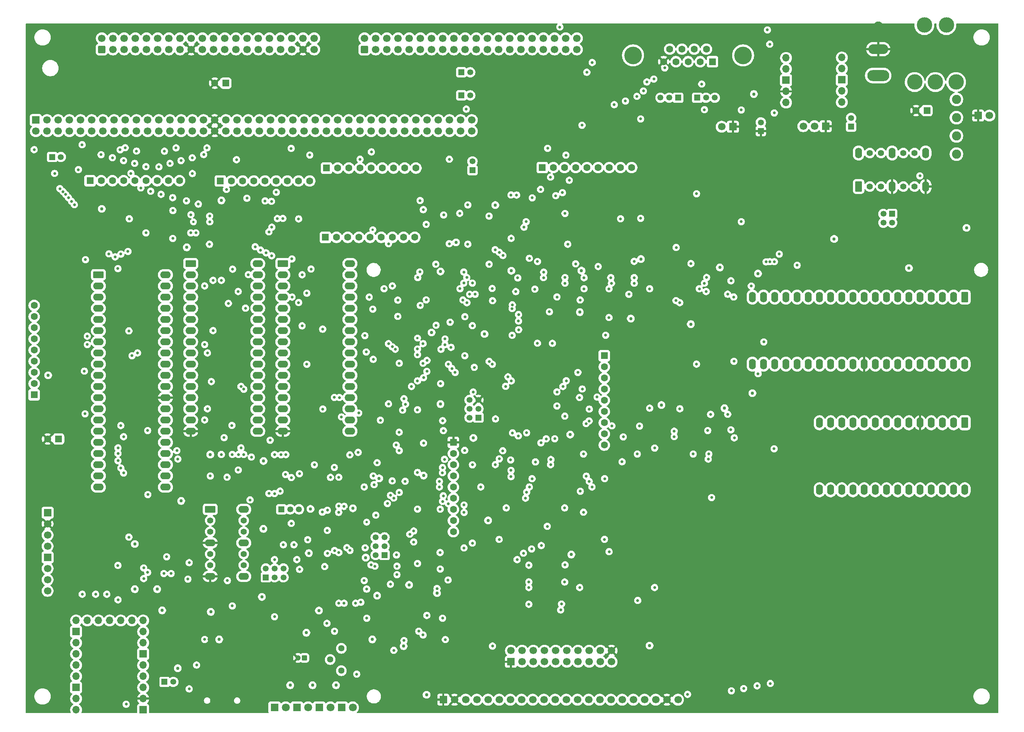
<source format=gbr>
%TF.GenerationSoftware,KiCad,Pcbnew,9.0.6*%
%TF.CreationDate,2025-11-23T22:39:12-08:00*%
%TF.ProjectId,SD-ZMB,53442d5a-4d42-42e6-9b69-6361645f7063,PR8.2*%
%TF.SameCoordinates,Original*%
%TF.FileFunction,Copper,L4,Inr*%
%TF.FilePolarity,Positive*%
%FSLAX46Y46*%
G04 Gerber Fmt 4.6, Leading zero omitted, Abs format (unit mm)*
G04 Created by KiCad (PCBNEW 9.0.6) date 2025-11-23 22:39:12*
%MOMM*%
%LPD*%
G01*
G04 APERTURE LIST*
G04 Aperture macros list*
%AMRoundRect*
0 Rectangle with rounded corners*
0 $1 Rounding radius*
0 $2 $3 $4 $5 $6 $7 $8 $9 X,Y pos of 4 corners*
0 Add a 4 corners polygon primitive as box body*
4,1,4,$2,$3,$4,$5,$6,$7,$8,$9,$2,$3,0*
0 Add four circle primitives for the rounded corners*
1,1,$1+$1,$2,$3*
1,1,$1+$1,$4,$5*
1,1,$1+$1,$6,$7*
1,1,$1+$1,$8,$9*
0 Add four rect primitives between the rounded corners*
20,1,$1+$1,$2,$3,$4,$5,0*
20,1,$1+$1,$4,$5,$6,$7,0*
20,1,$1+$1,$6,$7,$8,$9,0*
20,1,$1+$1,$8,$9,$2,$3,0*%
G04 Aperture macros list end*
%TA.AperFunction,ComponentPad*%
%ADD10RoundRect,0.250000X0.350000X0.350000X-0.350000X0.350000X-0.350000X-0.350000X0.350000X-0.350000X0*%
%TD*%
%TA.AperFunction,ComponentPad*%
%ADD11C,1.200000*%
%TD*%
%TA.AperFunction,ComponentPad*%
%ADD12R,1.600000X1.600000*%
%TD*%
%TA.AperFunction,ComponentPad*%
%ADD13C,1.600000*%
%TD*%
%TA.AperFunction,ComponentPad*%
%ADD14R,1.350000X1.350000*%
%TD*%
%TA.AperFunction,ComponentPad*%
%ADD15C,1.350000*%
%TD*%
%TA.AperFunction,ComponentPad*%
%ADD16RoundRect,0.250000X0.550000X-0.950000X0.550000X0.950000X-0.550000X0.950000X-0.550000X-0.950000X0*%
%TD*%
%TA.AperFunction,ComponentPad*%
%ADD17C,1.400000*%
%TD*%
%TA.AperFunction,ComponentPad*%
%ADD18O,1.600000X2.400000*%
%TD*%
%TA.AperFunction,ComponentPad*%
%ADD19R,1.700000X1.700000*%
%TD*%
%TA.AperFunction,ComponentPad*%
%ADD20C,1.700000*%
%TD*%
%TA.AperFunction,ComponentPad*%
%ADD21O,1.700000X1.700000*%
%TD*%
%TA.AperFunction,ComponentPad*%
%ADD22RoundRect,0.250000X-0.950000X-0.550000X0.950000X-0.550000X0.950000X0.550000X-0.950000X0.550000X0*%
%TD*%
%TA.AperFunction,ComponentPad*%
%ADD23O,2.400000X1.600000*%
%TD*%
%TA.AperFunction,ComponentPad*%
%ADD24C,4.000000*%
%TD*%
%TA.AperFunction,ComponentPad*%
%ADD25C,3.500000*%
%TD*%
%TA.AperFunction,ComponentPad*%
%ADD26R,1.800000X1.800000*%
%TD*%
%TA.AperFunction,ComponentPad*%
%ADD27C,1.800000*%
%TD*%
%TA.AperFunction,ComponentPad*%
%ADD28RoundRect,0.250000X0.550000X0.550000X-0.550000X0.550000X-0.550000X-0.550000X0.550000X-0.550000X0*%
%TD*%
%TA.AperFunction,ComponentPad*%
%ADD29RoundRect,0.250000X0.600000X-0.600000X0.600000X0.600000X-0.600000X0.600000X-0.600000X-0.600000X0*%
%TD*%
%TA.AperFunction,ComponentPad*%
%ADD30RoundRect,0.250000X-0.550000X0.950000X-0.550000X-0.950000X0.550000X-0.950000X0.550000X0.950000X0*%
%TD*%
%TA.AperFunction,ComponentPad*%
%ADD31O,5.000000X2.500000*%
%TD*%
%TA.AperFunction,ComponentPad*%
%ADD32O,4.500000X2.250000*%
%TD*%
%TA.AperFunction,ComponentPad*%
%ADD33C,1.440000*%
%TD*%
%TA.AperFunction,ViaPad*%
%ADD34C,0.762000*%
%TD*%
%TA.AperFunction,ViaPad*%
%ADD35C,2.082800*%
%TD*%
%TA.AperFunction,ViaPad*%
%ADD36C,0.635000*%
%TD*%
%TA.AperFunction,ViaPad*%
%ADD37C,0.558800*%
%TD*%
G04 APERTURE END LIST*
D10*
%TO.N,+5V*%
%TO.C,C6*%
X156043600Y-240157000D03*
D11*
%TO.N,GND*%
X154543600Y-240157000D03*
%TD*%
D12*
%TO.N,+5V*%
%TO.C,RN4*%
X107315000Y-131650000D03*
D13*
%TO.N,BA16*%
X109855000Y-131650000D03*
%TO.N,BA17*%
X112395000Y-131650000D03*
%TO.N,BA18*%
X114935000Y-131650000D03*
%TO.N,BA19*%
X117475000Y-131650000D03*
%TO.N,BA20*%
X120015000Y-131650000D03*
%TO.N,BA21*%
X122555000Y-131650000D03*
%TO.N,BA22*%
X125095000Y-131650000D03*
%TO.N,BA23*%
X127635000Y-131650000D03*
%TD*%
D14*
%TO.N,/MainBoard-CPU_Decode/VPU2*%
%TO.C,OP1*%
X150780999Y-206375000D03*
D15*
%TO.N,/MainBoard-CPU_Decode/CLKhRST-*%
X152780999Y-206375000D03*
%TO.N,/MainBoard-CPU_Decode/CLKhRR-*%
X154780999Y-206375000D03*
%TD*%
D16*
%TO.N,+5V*%
%TO.C,U31*%
X281940000Y-132969000D03*
D17*
%TO.N,unconnected-(U31-NC2-Pad2)*%
X284480000Y-132969000D03*
%TO.N,unconnected-(U31-NC3-Pad3)*%
X287020000Y-132969000D03*
D18*
%TO.N,GND*%
X289560000Y-132969000D03*
D17*
%TO.N,unconnected-(U31-NC5-Pad5)*%
X292100000Y-132969000D03*
%TO.N,unconnected-(U31-NC6-Pad6)*%
X294640000Y-132969000D03*
D18*
%TO.N,GND*%
X297180000Y-132969000D03*
%TO.N,/ExpIFC-SIOCTC/CTC_CLK*%
X297180000Y-125349000D03*
D17*
%TO.N,unconnected-(U31-NC9-Pad9)*%
X294640000Y-125349000D03*
%TO.N,unconnected-(U31-NC10-Pad10)*%
X292100000Y-125349000D03*
D18*
%TO.N,/ExpIFC-SIOCTC/CTC_CLK*%
X289560000Y-125349000D03*
D17*
%TO.N,unconnected-(U31-NC12-Pad12)*%
X287020000Y-125349000D03*
%TO.N,unconnected-(U31-NC13-Pad13)*%
X284480000Y-125349000D03*
D18*
%TO.N,+5V*%
X281940000Y-125349000D03*
%TD*%
D19*
%TO.N,GND*%
%TO.C,J16*%
X274447000Y-119253000D03*
D20*
%TO.N,/ExpIFC-SIOCTC/CHB_RXD*%
X271907000Y-119253000D03*
%TO.N,/ExpIFC-SIOCTC/CHB_TXD*%
X269367001Y-119253000D03*
%TD*%
D21*
%TO.N,BRDRST-*%
%TO.C,M1*%
X265450000Y-103722000D03*
%TO.N,unconnected-(M1-3V3-Pad2)*%
X265450000Y-106262000D03*
D19*
%TO.N,unconnected-(M1-VIO-Pad3)_1*%
X265450000Y-108802000D03*
D21*
%TO.N,GND*%
X265450000Y-111342000D03*
%TO.N,unconnected-(M1-VBUS-Pad5)_1*%
X265450000Y-113882000D03*
%TO.N,unconnected-(M1-CB0-Pad6)_1*%
X278130000Y-113792000D03*
%TO.N,Net-(JP6-Pin_2)*%
X278130000Y-111252000D03*
D19*
%TO.N,unconnected-(M1-RTS-(O)-Pad8)*%
X278130000Y-108712000D03*
D21*
%TO.N,/ExpIFC-SIOCTC/CHB_TXD*%
X278130000Y-106172000D03*
%TO.N,unconnected-(M1-CTS-(I)-Pad10)*%
X278130000Y-103632000D03*
%TD*%
D22*
%TO.N,ZA11*%
%TO.C,U13*%
X109220000Y-153035000D03*
D23*
%TO.N,ZA12*%
X109220000Y-155575000D03*
%TO.N,ZA13*%
X109220000Y-158115000D03*
%TO.N,ZA14*%
X109220000Y-160655000D03*
%TO.N,ZA15*%
X109220000Y-163195000D03*
%TO.N,ZCLK*%
X109220000Y-165735000D03*
%TO.N,ZD4*%
X109220000Y-168275000D03*
%TO.N,ZD3*%
X109220000Y-170815000D03*
%TO.N,ZD5*%
X109220000Y-173355000D03*
%TO.N,ZD6*%
X109220000Y-175895000D03*
%TO.N,+5V*%
X109220000Y-178435000D03*
%TO.N,ZD2*%
X109220000Y-180975000D03*
%TO.N,ZD7*%
X109220000Y-183515000D03*
%TO.N,ZD0*%
X109220000Y-186055000D03*
%TO.N,ZD1*%
X109220000Y-188595000D03*
%TO.N,ZINT-*%
X109220000Y-191135000D03*
%TO.N,ZNMI-*%
X109220000Y-193675000D03*
%TO.N,ZHALT-*%
X109220000Y-196215000D03*
%TO.N,ZMREQ-*%
X109220000Y-198755000D03*
%TO.N,ZIORQ-*%
X109220000Y-201295000D03*
%TO.N,ZRD-*%
X124460000Y-201295000D03*
%TO.N,ZWR-*%
X124460000Y-198755000D03*
%TO.N,ZBSAK-*%
X124460000Y-196215000D03*
%TO.N,ZWAIT-*%
X124460000Y-193675000D03*
%TO.N,ZBREQ-*%
X124460000Y-191135000D03*
%TO.N,ZRST-*%
X124460000Y-188595000D03*
%TO.N,ZM1-*%
X124460000Y-186055000D03*
%TO.N,ZRFSH-*%
X124460000Y-183515000D03*
%TO.N,GND*%
X124460000Y-180975000D03*
%TO.N,ZA0*%
X124460000Y-178435000D03*
%TO.N,ZA1*%
X124460000Y-175895000D03*
%TO.N,ZA2*%
X124460000Y-173355000D03*
%TO.N,ZA3*%
X124460000Y-170815000D03*
%TO.N,ZA4*%
X124460000Y-168275000D03*
%TO.N,ZA5*%
X124460000Y-165735000D03*
%TO.N,ZA6*%
X124460000Y-163195000D03*
%TO.N,ZA7*%
X124460000Y-160655000D03*
%TO.N,ZA8*%
X124460000Y-158115000D03*
%TO.N,ZA9*%
X124460000Y-155575000D03*
%TO.N,ZA10*%
X124460000Y-153035000D03*
%TD*%
D19*
%TO.N,GND*%
%TO.C,J3*%
X253370000Y-119380000D03*
D20*
%TO.N,/ExpIFC-SIOCTC/CHA_DTR-*%
X250830000Y-119380000D03*
%TD*%
D12*
%TO.N,GND*%
%TO.C,RN1*%
X189865000Y-191135000D03*
D13*
%TO.N,/MainBoard-CPU_Decode/PDA16*%
X189865000Y-193675000D03*
%TO.N,/MainBoard-CPU_Decode/PDA17*%
X189865000Y-196215000D03*
%TO.N,/MainBoard-CPU_Decode/PDA18*%
X189865000Y-198755000D03*
%TO.N,/MainBoard-CPU_Decode/PDA20*%
X189865000Y-201295000D03*
%TO.N,/MainBoard-CPU_Decode/MHA21*%
X189865000Y-203835000D03*
%TO.N,/MainBoard-CPU_Decode/MHA22*%
X189865000Y-206375000D03*
%TO.N,/MainBoard-CPU_Decode/MHA23*%
X189865000Y-208915000D03*
%TO.N,unconnected-(RN1-R8-Pad9)*%
X189865000Y-211455000D03*
%TD*%
D24*
%TO.N,N/C*%
%TO.C,J18*%
X255690000Y-103155331D03*
X230690000Y-103155331D03*
D12*
%TO.N,unconnected-(J18-Pad1)*%
X248730000Y-104575331D03*
D13*
%TO.N,/ExpIFC-SIOCTC/C1_RXD*%
X245960000Y-104575331D03*
%TO.N,/ExpIFC-SIOCTC/C1_TXD*%
X243190000Y-104575331D03*
%TO.N,/ExpIFC-SIOCTC/C1_DTR*%
X240420000Y-104575331D03*
%TO.N,GND*%
X237650000Y-104575331D03*
%TO.N,/ExpIFC-SIOCTC/C1_DSR*%
X247345000Y-101735331D03*
%TO.N,/ExpIFC-SIOCTC/C1_RTR*%
X244575000Y-101735331D03*
%TO.N,/ExpIFC-SIOCTC/C1_CTS*%
X241805000Y-101735331D03*
%TO.N,unconnected-(J18-Pad9)*%
X239035000Y-101735331D03*
%TD*%
D14*
%TO.N,Net-(OP4-Pin_a1)*%
%TO.C,OP4*%
X147256999Y-221837000D03*
D15*
%TO.N,CLKf*%
X149256999Y-221837000D03*
%TO.N,CLKh*%
X151256999Y-221837000D03*
%TO.N,ZCLK*%
X147256999Y-219837000D03*
X149256999Y-219837000D03*
X151256999Y-219837000D03*
%TD*%
D25*
%TO.N,unconnected-(SW2-A-Pad1)*%
%TO.C,SW2*%
X294679000Y-109216000D03*
%TO.N,/ExpIFC-SIOCTC/+5IN*%
X299379000Y-109216000D03*
%TO.N,+5V*%
X304079000Y-109216000D03*
%TO.N,unconnected-(SW2-PadM1)*%
X296879000Y-96266000D03*
%TO.N,unconnected-(SW2-PadM2)*%
X301879000Y-96266000D03*
%TD*%
D26*
%TO.N,Net-(D2-K)*%
%TO.C,D2*%
X154305000Y-251460000D03*
D27*
%TO.N,Net-(D2-A)*%
X156845000Y-251460000D03*
%TD*%
D19*
%TO.N,+3.3V*%
%TO.C,J10*%
X97663000Y-207137000D03*
D20*
%TO.N,GND*%
X97663000Y-209677000D03*
%TO.N,/ExpIFC-SIOCTC/SCL0_RX*%
X97663000Y-212217000D03*
%TO.N,/ExpIFC-SIOCTC/SDA_TX*%
X97663000Y-214757000D03*
%TD*%
D12*
%TO.N,+5V*%
%TO.C,RN3*%
X224155000Y-171450000D03*
D13*
%TO.N,BA08*%
X224155000Y-173990000D03*
%TO.N,BA09*%
X224155000Y-176530000D03*
%TO.N,BA10*%
X224155000Y-179070000D03*
%TO.N,BA11*%
X224155000Y-181610000D03*
%TO.N,BA13*%
X224155000Y-184150000D03*
%TO.N,BA14*%
X224155000Y-186690000D03*
%TO.N,BA15*%
X224155000Y-189230000D03*
%TO.N,BA12*%
X224155000Y-191770000D03*
%TD*%
D12*
%TO.N,+5V*%
%TO.C,RN2*%
X94615000Y-180339999D03*
D13*
%TO.N,BA00*%
X94615000Y-177799999D03*
%TO.N,BA01*%
X94615000Y-175259999D03*
%TO.N,BA02*%
X94615000Y-172719999D03*
%TO.N,BA03*%
X94615000Y-170179999D03*
%TO.N,BA04*%
X94615000Y-167639999D03*
%TO.N,BA05*%
X94615000Y-165099999D03*
%TO.N,BA06*%
X94615000Y-162559999D03*
%TO.N,BA07*%
X94615000Y-160019999D03*
%TD*%
D28*
%TO.N,+5V*%
%TO.C,C3*%
X138153449Y-109466688D03*
D13*
%TO.N,GND*%
X135653449Y-109466688D03*
%TD*%
D28*
%TO.N,+5V*%
%TO.C,C4*%
X297473380Y-115697000D03*
D13*
%TO.N,GND*%
X294973380Y-115697000D03*
%TD*%
D14*
%TO.N,/ExpIFC-SIOCTC/C1_RTR*%
%TO.C,OP2*%
X240919000Y-112776000D03*
D15*
%TO.N,/ExpIFC-SIOCTC/HSOUT*%
X238919000Y-112776000D03*
%TO.N,/ExpIFC-SIOCTC/C1_DTR*%
X236919000Y-112776000D03*
%TD*%
D22*
%TO.N,/MainBoard-CPU_Decode/MHA18*%
%TO.C,U22*%
X151130000Y-150495000D03*
D23*
%TO.N,/MainBoard-CPU_Decode/MHA16*%
X151130000Y-153035000D03*
%TO.N,/MainBoard-CPU_Decode/MHA15*%
X151130000Y-155575000D03*
%TO.N,ZA12*%
X151130000Y-158115000D03*
%TO.N,ZA7*%
X151130000Y-160655000D03*
%TO.N,ZA6*%
X151130000Y-163195000D03*
%TO.N,ZA5*%
X151130000Y-165735000D03*
%TO.N,ZA4*%
X151130000Y-168275000D03*
%TO.N,ZA3*%
X151130000Y-170815000D03*
%TO.N,ZA2*%
X151130000Y-173355000D03*
%TO.N,ZA1*%
X151130000Y-175895000D03*
%TO.N,ZA0*%
X151130000Y-178435000D03*
%TO.N,ZD0*%
X151130000Y-180975000D03*
%TO.N,ZD1*%
X151130000Y-183515000D03*
%TO.N,ZD2*%
X151130000Y-186055000D03*
%TO.N,GND*%
X151130000Y-188595000D03*
%TO.N,ZD3*%
X166370000Y-188595000D03*
%TO.N,ZD4*%
X166370000Y-186055000D03*
%TO.N,ZD5*%
X166370000Y-183515000D03*
%TO.N,ZD6*%
X166370000Y-180975000D03*
%TO.N,ZD7*%
X166370000Y-178435000D03*
%TO.N,/MainBoard-CPU_Decode/LCLMEM-*%
X166370000Y-175895000D03*
%TO.N,ZA10*%
X166370000Y-173355000D03*
%TO.N,/MainBoard-CPU_Decode/FLASHRD-*%
X166370000Y-170815000D03*
%TO.N,ZA11*%
X166370000Y-168275000D03*
%TO.N,ZA9*%
X166370000Y-165735000D03*
%TO.N,ZA8*%
X166370000Y-163195000D03*
%TO.N,/MainBoard-CPU_Decode/MHA13*%
X166370000Y-160655000D03*
%TO.N,/MainBoard-CPU_Decode/MHA14*%
X166370000Y-158115000D03*
%TO.N,/MainBoard-CPU_Decode/MHA17*%
X166370000Y-155575000D03*
%TO.N,/MainBoard-CPU_Decode/FLASHWR-*%
X166370000Y-153035000D03*
%TO.N,+5V*%
X166370000Y-150495000D03*
%TD*%
D29*
%TO.N,ZCLK*%
%TO.C,J9*%
X169678501Y-101805501D03*
D20*
%TO.N,ZINT-*%
X169678501Y-99265501D03*
%TO.N,BMREQ-*%
X172218501Y-101805501D03*
%TO.N,BWR-*%
X172218501Y-99265501D03*
%TO.N,BRD-*%
X174758500Y-101805501D03*
%TO.N,BIORQ-*%
X174758501Y-99265501D03*
%TO.N,BD0*%
X177298501Y-101805501D03*
%TO.N,BD1*%
X177298501Y-99265501D03*
%TO.N,BD2*%
X179838501Y-101805501D03*
%TO.N,BD3*%
X179838501Y-99265501D03*
%TO.N,BD4*%
X182378501Y-101805501D03*
%TO.N,BD5*%
X182378501Y-99265501D03*
%TO.N,BD6*%
X184918501Y-101805501D03*
%TO.N,BD7*%
X184918501Y-99265501D03*
%TO.N,/ExpIFC-SIOCTC/TXD_A*%
X187458502Y-101805501D03*
%TO.N,/ExpIFC-SIOCTC/RXD_A*%
X187458501Y-99265501D03*
%TO.N,/ExpIFC-SIOCTC/ExIRQ1-*%
X189998501Y-101805501D03*
%TO.N,/ExpIFC-SIOCTC/bpIEI*%
X189998501Y-99265501D03*
%TO.N,bpIEO*%
X192538501Y-101805501D03*
%TO.N,CRSTRQ-*%
X192538501Y-99265501D03*
%TO.N,/ExpIFC-SIOCTC/IOCLK*%
X195078501Y-101805501D03*
%TO.N,ZBSAK-*%
X195078501Y-99265501D03*
%TO.N,ZHALT-*%
X197618500Y-101805501D03*
%TO.N,ZBREQ-*%
X197618501Y-99265501D03*
%TO.N,ZWAIT-*%
X200158501Y-101805501D03*
%TO.N,NMIREQ-*%
X200158501Y-99265501D03*
%TO.N,/ExpIFC-SIOCTC/NC_D08*%
X202698501Y-101805501D03*
%TO.N,/ExpIFC-SIOCTC/NC_D09*%
X202698501Y-99265501D03*
%TO.N,/ExpIFC-SIOCTC/NC_D10*%
X205238501Y-101805501D03*
%TO.N,/ExpIFC-SIOCTC/NC_D11*%
X205238501Y-99265501D03*
%TO.N,/ExpIFC-SIOCTC/NC_D12*%
X207778500Y-101805501D03*
%TO.N,/ExpIFC-SIOCTC/NC_D13*%
X207778501Y-99265501D03*
%TO.N,/ExpIFC-SIOCTC/NC_D14*%
X210318502Y-101805501D03*
%TO.N,/ExpIFC-SIOCTC/NC_D15*%
X210318501Y-99265501D03*
%TO.N,/ExpIFC-SIOCTC/TXD_B*%
X212858501Y-101805501D03*
%TO.N,/ExpIFC-SIOCTC/RXD_B*%
X212858501Y-99265501D03*
%TO.N,/ExpIFC-SIOCTC/ExIRQ2-*%
X215398501Y-101805501D03*
%TO.N,/ExpIFC-SIOCTC/USR6*%
X215398501Y-99265501D03*
%TO.N,/ExpIFC-SIOCTC/USR7*%
X217938501Y-101805501D03*
%TO.N,/ExpIFC-SIOCTC/USR8*%
X217938501Y-99265501D03*
%TD*%
D14*
%TO.N,GND*%
%TO.C,OP8*%
X259715000Y-120380000D03*
D15*
%TO.N,/ExpIFC-SIOCTC/CNSLSELB-*%
X259715000Y-118380000D03*
%TD*%
D30*
%TO.N,ZD1*%
%TO.C,U35*%
X306070000Y-158115000D03*
D18*
%TO.N,ZD3*%
X303530000Y-158115000D03*
%TO.N,ZD5*%
X300990000Y-158115000D03*
%TO.N,ZD7*%
X298450000Y-158115000D03*
%TO.N,ZINT-*%
X295910000Y-158115000D03*
%TO.N,Net-(U35-IEI)*%
X293370000Y-158115000D03*
%TO.N,/ExpIFC-SIOCTC/SIOIEO*%
X290830000Y-158115000D03*
%TO.N,ZM1-*%
X288290000Y-158115000D03*
%TO.N,+5V*%
X285750000Y-158115000D03*
%TO.N,unconnected-(U35-~{W{slash}RDYA}-Pad10)*%
X283210000Y-158115000D03*
%TO.N,/ExpIFC-SIOCTC/CNSLSELB-*%
X280670000Y-158115000D03*
%TO.N,/ExpIFC-SIOCTC/CHA_RXD*%
X278130000Y-158115000D03*
%TO.N,/ExpIFC-SIOCTC/CHA_CLK*%
X275590000Y-158115000D03*
X273050000Y-158115000D03*
%TO.N,/ExpIFC-SIOCTC/CHA_TXD*%
X270510000Y-158115000D03*
%TO.N,Net-(U35-~{DTRA})*%
X267970000Y-158115000D03*
%TO.N,/ExpIFC-SIOCTC/CHA_RTR-*%
X265430000Y-158115000D03*
%TO.N,/ExpIFC-SIOCTC/CHA_CTS-*%
X262890000Y-158115000D03*
%TO.N,/ExpIFC-SIOCTC/ExIRQ1-*%
X260350000Y-158115000D03*
%TO.N,/ExpIFC-SIOCTC/IOCLK*%
X257810000Y-158115000D03*
%TO.N,BRDRST-*%
X257810000Y-173355000D03*
%TO.N,/ExpIFC-SIOCTC/ExIRQ2-*%
X260350000Y-173355000D03*
%TO.N,/ExpIFC-SIOCTC/MODIRQ-*%
X262890000Y-173355000D03*
%TO.N,Net-(U35-~{RTSB})*%
X265430000Y-173355000D03*
%TO.N,Net-(U35-~{DTRB})*%
X267970000Y-173355000D03*
%TO.N,Net-(U35-TxDB)*%
X270510000Y-173355000D03*
%TO.N,/ExpIFC-SIOCTC/CHB_CLK*%
X273050000Y-173355000D03*
X275590000Y-173355000D03*
%TO.N,Net-(U35-RxDB)*%
X278130000Y-173355000D03*
%TO.N,unconnected-(U35-~{W{slash}RDYB}-Pad30)*%
X280670000Y-173355000D03*
%TO.N,GND*%
X283210000Y-173355000D03*
%TO.N,ZRD-*%
X285750000Y-173355000D03*
%TO.N,ZA0*%
X288290000Y-173355000D03*
%TO.N,ZA1*%
X290830000Y-173355000D03*
%TO.N,SIO_SEL-*%
X293370000Y-173355000D03*
%TO.N,ZIORQ-*%
X295910000Y-173355000D03*
%TO.N,ZD6*%
X298450000Y-173355000D03*
%TO.N,ZD4*%
X300990000Y-173355000D03*
%TO.N,ZD2*%
X303530000Y-173355000D03*
%TO.N,ZD0*%
X306070000Y-173355000D03*
%TD*%
D14*
%TO.N,/ExpIFC-SIOCTC/C1_CTS*%
%TO.C,OP3*%
X245269000Y-112776000D03*
D15*
%TO.N,/ExpIFC-SIOCTC/HSIN*%
X247269000Y-112776000D03*
%TO.N,/ExpIFC-SIOCTC/C1_DSR*%
X249269000Y-112776000D03*
%TD*%
D31*
%TO.N,/ExpIFC-SIOCTC/+5IN*%
%TO.C,J4*%
X286385000Y-107727000D03*
D32*
%TO.N,GND*%
X286385000Y-101727000D03*
%TD*%
D19*
%TO.N,GND*%
%TO.C,J17*%
X202946000Y-241051000D03*
D20*
%TO.N,+5V*%
X202946000Y-238511000D03*
%TO.N,/ExpIFC-SIOCTC/CONV0*%
X205486000Y-241051000D03*
%TO.N,ZWR-*%
X205486000Y-238511000D03*
%TO.N,ZRD-*%
X208026000Y-241051000D03*
%TO.N,DISPSEL-*%
X208026000Y-238511000D03*
%TO.N,ZA0*%
X210566000Y-241051000D03*
%TO.N,BRDRST-*%
X210566000Y-238511000D03*
%TO.N,ZD0*%
X213106000Y-241051000D03*
%TO.N,ZD1*%
X213106000Y-238511000D03*
%TO.N,ZD2*%
X215646000Y-241051000D03*
%TO.N,ZD3*%
X215646000Y-238511000D03*
%TO.N,ZD4*%
X218186000Y-241051000D03*
%TO.N,ZD5*%
X218186000Y-238511000D03*
%TO.N,ZD6*%
X220726000Y-241051000D03*
%TO.N,ZD7*%
X220726000Y-238511000D03*
%TO.N,/ExpIFC-SIOCTC/FONT1*%
X223266000Y-241051000D03*
%TO.N,/ExpIFC-SIOCTC/CONPWR*%
X223266000Y-238511000D03*
%TO.N,/ExpIFC-SIOCTC/BLPWR*%
X225806000Y-241051000D03*
%TO.N,GND*%
X225806000Y-238511000D03*
%TD*%
D14*
%TO.N,/ExpIFC-SIOCTC/BAI0*%
%TO.C,JP3*%
X98690000Y-126250000D03*
D15*
%TO.N,/ExpIFC-SIOCTC/BAO0*%
X100690000Y-126250000D03*
%TD*%
D14*
%TO.N,/ExpIFC-SIOCTC/bpIEI*%
%TO.C,JP2*%
X191690000Y-107000000D03*
D15*
%TO.N,bpIEO*%
X193690000Y-107000000D03*
%TD*%
D14*
%TO.N,ZCLK*%
%TO.C,OP6*%
X174212000Y-216757000D03*
D15*
%TO.N,CLKf*%
X174212000Y-214757000D03*
%TO.N,CLKh*%
X174212000Y-212757000D03*
%TO.N,/ExpIFC-SIOCTC/IOCLK*%
X172212000Y-216757000D03*
X172212000Y-214757000D03*
X172212000Y-212757000D03*
%TD*%
D14*
%TO.N,/ExpIFC-SIOCTC/LCLIA-*%
%TO.C,JP4*%
X191690000Y-112250000D03*
D15*
%TO.N,/ExpIFC-SIOCTC/B0IEO*%
X193690000Y-112250000D03*
%TD*%
D21*
%TO.N,/ExpIFC-SIOCTC/SDA_TX*%
%TO.C,U45*%
X104140000Y-251968000D03*
%TO.N,/ExpIFC-SIOCTC/SCL0_RX*%
X104140000Y-249428000D03*
D19*
%TO.N,/ExpIFC-SIOCTC/V3D0*%
X104140000Y-246888000D03*
D21*
%TO.N,/ExpIFC-SIOCTC/V3D1*%
X104140000Y-244348000D03*
%TO.N,/ExpIFC-SIOCTC/V3D2*%
X104140000Y-241808000D03*
%TO.N,/ExpIFC-SIOCTC/V3D3*%
X104140000Y-239268000D03*
%TO.N,/ExpIFC-SIOCTC/V3D4*%
X104140000Y-236728000D03*
D19*
%TO.N,/ExpIFC-SIOCTC/V3D5*%
X104140000Y-234188000D03*
D21*
%TO.N,/ExpIFC-SIOCTC/V3D6*%
X104140000Y-231648000D03*
%TO.N,/ExpIFC-SIOCTC/V3D7*%
X106680000Y-231648000D03*
%TO.N,/ExpIFC-SIOCTC/MA0*%
X109220000Y-231648001D03*
%TO.N,/ExpIFC-SIOCTC/MRD-*%
X111760000Y-231647999D03*
%TO.N,/ExpIFC-SIOCTC/MWR-*%
X114300000Y-231648000D03*
%TO.N,/ExpIFC-SIOCTC/MSEL-*%
X116840000Y-231648000D03*
%TO.N,/ExpIFC-SIOCTC/WAITRQ-*%
X119380000Y-231648000D03*
%TO.N,/ExpIFC-SIOCTC/INTRQ*%
X119380000Y-234188000D03*
%TO.N,/ExpIFC-SIOCTC/SPICK*%
X119380000Y-236728000D03*
D19*
%TO.N,/ExpIFC-SIOCTC/SPIMO*%
X119380000Y-239268000D03*
D21*
%TO.N,/ExpIFC-SIOCTC/SPIMI*%
X119380000Y-241808000D03*
%TO.N,/ExpIFC-SIOCTC/SDCS-*%
X119380000Y-244348000D03*
%TO.N,+3.3V*%
X119380000Y-246888000D03*
%TO.N,GND*%
X119380000Y-249428000D03*
D19*
%TO.N,/ExpIFC-SIOCTC/UHPWR5*%
X119380000Y-251968000D03*
%TD*%
D14*
%TO.N,/ExpIFC-SIOCTC/CHB_RXD*%
%TO.C,JP6*%
X280247869Y-119363742D03*
D15*
%TO.N,Net-(JP6-Pin_2)*%
X280247869Y-117363742D03*
%TD*%
D19*
%TO.N,GND*%
%TO.C,J1*%
X309113000Y-116839999D03*
D20*
%TO.N,Net-(J1-Pin_2)*%
X311653000Y-116839999D03*
%TD*%
D30*
%TO.N,ZD4*%
%TO.C,U33*%
X306070000Y-186690000D03*
D18*
%TO.N,ZD5*%
X303530000Y-186690000D03*
%TO.N,ZD6*%
X300990000Y-186690000D03*
%TO.N,ZD7*%
X298450000Y-186690000D03*
%TO.N,GND*%
X295910000Y-186690000D03*
%TO.N,ZRD-*%
X293370000Y-186690000D03*
%TO.N,/ExpIFC-SIOCTC/CHA_CLK*%
X290830000Y-186690000D03*
%TO.N,/ExpIFC-SIOCTC/CHB_CLK*%
X288290000Y-186690000D03*
%TO.N,/ExpIFC-SIOCTC/CTC2_OUT*%
X285750000Y-186690000D03*
%TO.N,ZIORQ-*%
X283210000Y-186690000D03*
%TO.N,/ExpIFC-SIOCTC/CTCIEO*%
X280670000Y-186690000D03*
%TO.N,ZINT-*%
X278130000Y-186690000D03*
%TO.N,/ExpIFC-SIOCTC/SIOIEO*%
X275590000Y-186690000D03*
%TO.N,ZM1-*%
X273050000Y-186690000D03*
%TO.N,/ExpIFC-SIOCTC/IOCLK*%
X273050000Y-201930000D03*
%TO.N,CTC_SEL-*%
X275590000Y-201930000D03*
%TO.N,BRDRST-*%
X278130000Y-201930000D03*
%TO.N,ZA0*%
X280670000Y-201930000D03*
%TO.N,ZA1*%
X283210000Y-201930000D03*
%TO.N,/ExpIFC-SIOCTC/CTC3_CLK*%
X285750000Y-201930000D03*
%TO.N,/ExpIFC-SIOCTC/CTC_CLK*%
X288290000Y-201930000D03*
X290830000Y-201930000D03*
X293370000Y-201930000D03*
%TO.N,+5V*%
X295910000Y-201930000D03*
%TO.N,ZD0*%
X298450000Y-201930000D03*
%TO.N,ZD1*%
X300990000Y-201930000D03*
%TO.N,ZD2*%
X303530000Y-201930000D03*
%TO.N,ZD3*%
X306070000Y-201930000D03*
%TD*%
D19*
%TO.N,GND*%
%TO.C,M2*%
X187565000Y-249660000D03*
D20*
X190105000Y-249660000D03*
%TO.N,+5V*%
X192645000Y-249660000D03*
%TO.N,/ExpIFC-SIOCTC/CONV0*%
X195185000Y-249660000D03*
%TO.N,ZWR-*%
X197725000Y-249660000D03*
%TO.N,ZRD-*%
X200265000Y-249660000D03*
%TO.N,DISPSEL-*%
X202805000Y-249660000D03*
%TO.N,ZA0*%
X205345000Y-249660000D03*
%TO.N,BRDRST-*%
X207885000Y-249660000D03*
%TO.N,ZD0*%
X210425000Y-249660000D03*
%TO.N,ZD1*%
X212965000Y-249660000D03*
%TO.N,ZD2*%
X215505000Y-249660000D03*
%TO.N,ZD3*%
X218045000Y-249660000D03*
%TO.N,ZD4*%
X220585000Y-249660000D03*
%TO.N,ZD5*%
X223125000Y-249660000D03*
%TO.N,ZD6*%
X225665000Y-249660000D03*
%TO.N,ZD7*%
X228205000Y-249660000D03*
%TO.N,/ExpIFC-SIOCTC/FONT1*%
X230745000Y-249660000D03*
%TO.N,/ExpIFC-SIOCTC/CONPWR*%
X233285000Y-249660000D03*
%TO.N,/ExpIFC-SIOCTC/BLPWR*%
X235825000Y-249660000D03*
%TO.N,GND*%
X238365000Y-249660000D03*
%TO.N,unconnected-(M2-NC-Pad22)*%
X240905000Y-249660000D03*
%TD*%
D26*
%TO.N,Net-(D4-K)*%
%TO.C,D4*%
X164465000Y-251460000D03*
D27*
%TO.N,Net-(D4-A)*%
X167005000Y-251460000D03*
%TD*%
D22*
%TO.N,/MainBoard-CPU_Decode/MHA18*%
%TO.C,U21*%
X130175000Y-150495000D03*
D23*
%TO.N,/MainBoard-CPU_Decode/MHA16*%
X130175000Y-153035000D03*
%TO.N,/MainBoard-CPU_Decode/MHA14*%
X130175000Y-155575000D03*
%TO.N,ZA12*%
X130175000Y-158115000D03*
%TO.N,ZA7*%
X130175000Y-160655000D03*
%TO.N,ZA6*%
X130175000Y-163195000D03*
%TO.N,ZA5*%
X130175000Y-165735000D03*
%TO.N,ZA4*%
X130175000Y-168275000D03*
%TO.N,ZA3*%
X130175000Y-170815000D03*
%TO.N,ZA2*%
X130175000Y-173355000D03*
%TO.N,ZA1*%
X130175000Y-175895000D03*
%TO.N,ZA0*%
X130175000Y-178435000D03*
%TO.N,ZD0*%
X130175000Y-180975000D03*
%TO.N,ZD1*%
X130175000Y-183515000D03*
%TO.N,ZD2*%
X130175000Y-186055000D03*
%TO.N,GND*%
X130175000Y-188595000D03*
%TO.N,ZD3*%
X145415000Y-188595000D03*
%TO.N,ZD4*%
X145415000Y-186055000D03*
%TO.N,ZD5*%
X145415000Y-183515000D03*
%TO.N,ZD6*%
X145415000Y-180975000D03*
%TO.N,ZD7*%
X145415000Y-178435000D03*
%TO.N,/MainBoard-CPU_Decode/LCLMEM-*%
X145415000Y-175895000D03*
%TO.N,ZA10*%
X145415000Y-173355000D03*
%TO.N,/MainBoard-CPU_Decode/SRAMRD-*%
X145415000Y-170815000D03*
%TO.N,ZA11*%
X145415000Y-168275000D03*
%TO.N,ZA9*%
X145415000Y-165735000D03*
%TO.N,ZA8*%
X145415000Y-163195000D03*
%TO.N,/MainBoard-CPU_Decode/MHA13*%
X145415000Y-160655000D03*
%TO.N,/MainBoard-CPU_Decode/SRAMWR-*%
X145415000Y-158115000D03*
%TO.N,/MainBoard-CPU_Decode/MHA17*%
X145415000Y-155575000D03*
%TO.N,/MainBoard-CPU_Decode/MHA15*%
X145415000Y-153035000D03*
%TO.N,+5V*%
X145415000Y-150495000D03*
%TD*%
D12*
%TO.N,+5V*%
%TO.C,RN5*%
X160782000Y-144526000D03*
D13*
%TO.N,ZD0*%
X163322000Y-144526000D03*
%TO.N,ZD1*%
X165862000Y-144526000D03*
%TO.N,ZD2*%
X168402000Y-144526000D03*
%TO.N,ZD3*%
X170942000Y-144526000D03*
%TO.N,ZD4*%
X173482000Y-144526000D03*
%TO.N,ZD5*%
X176022000Y-144526000D03*
%TO.N,ZD6*%
X178562000Y-144526000D03*
%TO.N,ZD7*%
X181102000Y-144526000D03*
%TD*%
D14*
%TO.N,/ExpIFC-SIOCTC/USR8J*%
%TO.C,JP1*%
X194190000Y-129250000D03*
D15*
%TO.N,/ExpIFC-SIOCTC/USR8*%
X194190000Y-127250000D03*
%TD*%
D29*
%TO.N,BA15*%
%TO.C,J8*%
X109988501Y-101805501D03*
D20*
%TO.N,BA14*%
X109988501Y-99265501D03*
%TO.N,BA13*%
X112528501Y-101805501D03*
%TO.N,BA12*%
X112528501Y-99265501D03*
%TO.N,BA11*%
X115068500Y-101805501D03*
%TO.N,BA10*%
X115068501Y-99265501D03*
%TO.N,BA09*%
X117608501Y-101805501D03*
%TO.N,BA08*%
X117608501Y-99265501D03*
%TO.N,BA07*%
X120148501Y-101805501D03*
%TO.N,BA06*%
X120148501Y-99265501D03*
%TO.N,BA05*%
X122688501Y-101805501D03*
%TO.N,BA04*%
X122688501Y-99265501D03*
%TO.N,BA03*%
X125228501Y-101805501D03*
%TO.N,BA02*%
X125228501Y-99265501D03*
%TO.N,BA01*%
X127768502Y-101805501D03*
%TO.N,BA00*%
X127768501Y-99265501D03*
%TO.N,GND*%
X130308501Y-101805501D03*
%TO.N,+5V*%
X130308501Y-99265501D03*
%TO.N,ZM1-*%
X132848501Y-101805501D03*
%TO.N,BRDRST-*%
X132848501Y-99265501D03*
%TO.N,/ExpIFC-SIOCTC/CSTM41*%
X135388501Y-101805501D03*
%TO.N,/ExpIFC-SIOCTC/BAO0*%
X135388501Y-99265501D03*
%TO.N,/ExpIFC-SIOCTC/BAObp*%
X137928500Y-101805501D03*
%TO.N,/ExpIFC-SIOCTC/CSTM44*%
X137928501Y-99265501D03*
%TO.N,/ExpIFC-SIOCTC/CSTM45*%
X140468501Y-101805501D03*
%TO.N,/ExpIFC-SIOCTC/CSTM46*%
X140468501Y-99265501D03*
%TO.N,/ExpIFC-SIOCTC/CSTM47*%
X143008501Y-101805501D03*
%TO.N,/ExpIFC-SIOCTC/CSTM48*%
X143008501Y-99265501D03*
%TO.N,BA23*%
X145548501Y-101805501D03*
%TO.N,BA22*%
X145548501Y-99265501D03*
%TO.N,BA21*%
X148088500Y-101805501D03*
%TO.N,BA20*%
X148088501Y-99265501D03*
%TO.N,BA19*%
X150628502Y-101805501D03*
%TO.N,BA18*%
X150628501Y-99265501D03*
%TO.N,BA17*%
X153168501Y-101805501D03*
%TO.N,BA16*%
X153168501Y-99265501D03*
%TO.N,GND*%
X155708501Y-101805501D03*
%TO.N,+5V*%
X155708501Y-99265501D03*
%TO.N,ZRFSH-*%
X158248501Y-101805501D03*
%TO.N,RCBPAGE*%
X158248501Y-99265501D03*
%TD*%
D14*
%TO.N,Net-(D6-A)*%
%TO.C,JP5*%
X124222000Y-245618000D03*
D15*
%TO.N,+5V*%
X126222000Y-245618000D03*
%TD*%
D26*
%TO.N,Net-(D3-K)*%
%TO.C,D3*%
X159385000Y-251460000D03*
D27*
%TO.N,Net-(D3-A)*%
X161925000Y-251460000D03*
%TD*%
D12*
%TO.N,+5V*%
%TO.C,RN7*%
X210058000Y-128651000D03*
D13*
%TO.N,CRSTRQ-*%
X212598000Y-128651000D03*
%TO.N,ZINT-*%
X215138000Y-128651000D03*
%TO.N,NMIREQ-*%
X217678000Y-128651000D03*
%TO.N,ZWAIT-*%
X220218000Y-128651000D03*
%TO.N,ZRD-*%
X222758000Y-128651000D03*
%TO.N,ZWR-*%
X225298000Y-128651000D03*
%TO.N,ZMREQ-*%
X227838000Y-128651000D03*
%TO.N,ZIORQ-*%
X230378000Y-128651000D03*
%TD*%
D14*
%TO.N,/ExpIFC-SIOCTC/CTC2_OUT*%
%TO.C,OP7*%
X289560000Y-139192000D03*
D15*
%TO.N,/ExpIFC-SIOCTC/CTC_CLK*%
X287560000Y-139192000D03*
%TO.N,/ExpIFC-SIOCTC/CTC3_CLK*%
X289560000Y-141192000D03*
X287560000Y-141192000D03*
%TD*%
D12*
%TO.N,+5V*%
%TO.C,RN6*%
X136906000Y-131699000D03*
D13*
%TO.N,/MainBoard-CPU_Decode/VPU1N*%
X139446000Y-131699000D03*
%TO.N,/MainBoard-CPU_Decode/VPU2N*%
X141986000Y-131699000D03*
%TO.N,/MainBoard-CPU_Decode/VPU3N*%
X144526000Y-131699000D03*
%TO.N,BMREQ-*%
X147066000Y-131699000D03*
%TO.N,BWR-*%
X149606000Y-131699000D03*
%TO.N,BRD-*%
X152146000Y-131699000D03*
%TO.N,ZBREQ-*%
X154686000Y-131699000D03*
%TO.N,BIORQ-*%
X157226000Y-131699000D03*
%TD*%
D19*
%TO.N,unconnected-(J14-Pin_1-Pad1)*%
%TO.C,J14*%
X97663000Y-217297000D03*
D20*
%TO.N,unconnected-(J14-Pin_2-Pad2)*%
X97663000Y-219837000D03*
%TO.N,unconnected-(J14-Pin_3-Pad3)*%
X97663000Y-222377000D03*
%TO.N,unconnected-(J14-Pin_4-Pad4)*%
X97663000Y-224917000D03*
%TD*%
D19*
%TO.N,BA15*%
%TO.C,J12*%
X94996000Y-117856000D03*
D20*
%TO.N,BA14*%
X97536000Y-117856000D03*
%TO.N,BA13*%
X100076000Y-117856000D03*
%TO.N,BA12*%
X102616000Y-117856000D03*
%TO.N,BA11*%
X105156000Y-117856000D03*
%TO.N,BA10*%
X107696000Y-117856000D03*
%TO.N,BA09*%
X110236000Y-117856000D03*
%TO.N,BA08*%
X112776000Y-117856000D03*
%TO.N,BA07*%
X115316000Y-117856000D03*
%TO.N,BA06*%
X117856000Y-117856000D03*
%TO.N,BA05*%
X120396000Y-117856000D03*
%TO.N,BA04*%
X122936000Y-117856000D03*
%TO.N,BA03*%
X125476000Y-117856000D03*
%TO.N,BA02*%
X128016000Y-117856000D03*
%TO.N,BA01*%
X130556000Y-117856000D03*
%TO.N,BA00*%
X133096000Y-117856000D03*
%TO.N,GND*%
X135636000Y-117856000D03*
%TO.N,+5V*%
X138176000Y-117856000D03*
%TO.N,ZM1-*%
X140716000Y-117856000D03*
%TO.N,BRDRST-*%
X143256000Y-117856000D03*
%TO.N,ZCLK*%
X145796000Y-117856000D03*
%TO.N,ZINT-*%
X148336000Y-117856000D03*
%TO.N,BMREQ-*%
X150876000Y-117856000D03*
%TO.N,BWR-*%
X153416000Y-117856000D03*
%TO.N,BRD-*%
X155956000Y-117856000D03*
%TO.N,BIORQ-*%
X158496000Y-117856000D03*
%TO.N,BD0*%
X161036000Y-117856000D03*
%TO.N,BD1*%
X163576000Y-117856000D03*
%TO.N,BD2*%
X166116000Y-117856000D03*
%TO.N,BD3*%
X168656000Y-117856000D03*
%TO.N,BD4*%
X171196000Y-117856000D03*
%TO.N,BD5*%
X173736000Y-117856000D03*
%TO.N,BD6*%
X176276000Y-117856000D03*
%TO.N,BD7*%
X178816000Y-117856000D03*
%TO.N,/ExpIFC-SIOCTC/TXD_A*%
X181356000Y-117856000D03*
%TO.N,/ExpIFC-SIOCTC/RXD_A*%
X183896000Y-117856000D03*
%TO.N,/ExpIFC-SIOCTC/ExIRQ1-*%
X186436000Y-117856000D03*
%TO.N,/ExpIFC-SIOCTC/LCLIA-*%
X188976000Y-117856000D03*
%TO.N,/ExpIFC-SIOCTC/B0IEO*%
X191516000Y-117856000D03*
%TO.N,CRSTRQ-*%
X194056000Y-117856000D03*
%TO.N,/ExpIFC-SIOCTC/CSTM41*%
X94996000Y-120396000D03*
%TO.N,/ExpIFC-SIOCTC/BAI0*%
X97536000Y-120396000D03*
%TO.N,/ExpIFC-SIOCTC/BAO0*%
X100076000Y-120396000D03*
%TO.N,/ExpIFC-SIOCTC/CSTM44*%
X102616000Y-120396000D03*
%TO.N,/ExpIFC-SIOCTC/CSTM45*%
X105156000Y-120396000D03*
%TO.N,/ExpIFC-SIOCTC/CSTM46*%
X107696000Y-120396000D03*
%TO.N,/ExpIFC-SIOCTC/CSTM47*%
X110236000Y-120396000D03*
%TO.N,/ExpIFC-SIOCTC/CSTM48*%
X112776000Y-120396000D03*
%TO.N,BA23*%
X115316000Y-120396000D03*
%TO.N,BA22*%
X117856000Y-120396000D03*
%TO.N,BA21*%
X120396000Y-120396000D03*
%TO.N,BA20*%
X122936000Y-120396000D03*
%TO.N,BA19*%
X125476000Y-120396000D03*
%TO.N,BA18*%
X128016000Y-120396000D03*
%TO.N,BA17*%
X130556000Y-120396000D03*
%TO.N,BA16*%
X133096000Y-120396000D03*
%TO.N,GND*%
X135636000Y-120396000D03*
%TO.N,+5V*%
X138176000Y-120396000D03*
%TO.N,ZRFSH-*%
X140716000Y-120396000D03*
%TO.N,RCBPAGE*%
X143256000Y-120396000D03*
%TO.N,/ExpIFC-SIOCTC/IOCLK*%
X145796000Y-120396000D03*
%TO.N,ZBSAK-*%
X148336000Y-120396000D03*
%TO.N,ZHALT-*%
X150876000Y-120396000D03*
%TO.N,ZBREQ-*%
X153416000Y-120396000D03*
%TO.N,ZWAIT-*%
X155956000Y-120396000D03*
%TO.N,NMIREQ-*%
X158496000Y-120396000D03*
%TO.N,/ExpIFC-SIOCTC/NC_D08*%
X161036000Y-120396000D03*
%TO.N,/ExpIFC-SIOCTC/NC_D09*%
X163576000Y-120396000D03*
%TO.N,/ExpIFC-SIOCTC/NC_D10*%
X166116000Y-120396000D03*
%TO.N,/ExpIFC-SIOCTC/NC_D11*%
X168656000Y-120396000D03*
%TO.N,/ExpIFC-SIOCTC/NC_D12*%
X171196000Y-120396000D03*
%TO.N,/ExpIFC-SIOCTC/NC_D13*%
X173736000Y-120396000D03*
%TO.N,/ExpIFC-SIOCTC/NC_D14*%
X176276000Y-120396000D03*
%TO.N,/ExpIFC-SIOCTC/NC_D15*%
X178816000Y-120396000D03*
%TO.N,/ExpIFC-SIOCTC/TXD_B*%
X181356000Y-120396000D03*
%TO.N,/ExpIFC-SIOCTC/RXD_B*%
X183896000Y-120396000D03*
%TO.N,/ExpIFC-SIOCTC/ExIRQ2-*%
X186436000Y-120396000D03*
%TO.N,/ExpIFC-SIOCTC/USR6*%
X188976000Y-120396000D03*
%TO.N,/ExpIFC-SIOCTC/USR7*%
X191516000Y-120396000D03*
%TO.N,/ExpIFC-SIOCTC/USR8*%
X194056000Y-120396000D03*
%TD*%
D14*
%TO.N,/MainBoard-CPU_Decode/VPU1*%
%TO.C,OP5*%
X195548000Y-185515000D03*
D15*
%TO.N,ZA15*%
X195548000Y-183515000D03*
%TO.N,GND*%
X195548000Y-181515000D03*
%TO.N,/MainBoard-CPU_Decode/RA55RO*%
X193548000Y-185515000D03*
X193548000Y-183515000D03*
X193548000Y-181515000D03*
%TD*%
D26*
%TO.N,Net-(D1-K)*%
%TO.C,D1*%
X149225000Y-251460000D03*
D27*
%TO.N,Net-(D1-A)*%
X151765000Y-251460000D03*
%TD*%
D33*
%TO.N,Net-(R29-Pad1)*%
%TO.C,RV1*%
X164405000Y-237998000D03*
%TO.N,/ExpIFC-SIOCTC/CONV0*%
X161865000Y-240538000D03*
%TO.N,Net-(R20-Pad2)*%
X164405000Y-243078000D03*
%TD*%
D12*
%TO.N,+5V*%
%TO.C,RN8*%
X161036000Y-128778000D03*
D13*
%TO.N,BD0*%
X163576000Y-128778000D03*
%TO.N,BD1*%
X166116000Y-128778000D03*
%TO.N,BD2*%
X168656000Y-128778000D03*
%TO.N,BD3*%
X171196000Y-128778000D03*
%TO.N,BD4*%
X173736000Y-128778000D03*
%TO.N,BD5*%
X176276000Y-128778000D03*
%TO.N,BD6*%
X178816000Y-128778000D03*
%TO.N,BD7*%
X181356000Y-128778000D03*
%TD*%
D28*
%TO.N,+5V*%
%TO.C,C44*%
X100163000Y-190373000D03*
D13*
%TO.N,GND*%
X97663000Y-190373000D03*
%TD*%
D22*
%TO.N,+5V*%
%TO.C,U1*%
X134620000Y-206375000D03*
D17*
%TO.N,unconnected-(U1-NC2-Pad2)*%
X134620000Y-208915000D03*
%TO.N,unconnected-(U1-NC3-Pad3)*%
X134620000Y-211455000D03*
D23*
%TO.N,GND*%
X134620000Y-213995000D03*
D17*
%TO.N,unconnected-(U1-NC5-Pad5)*%
X134620000Y-216535000D03*
%TO.N,unconnected-(U1-NC6-Pad6)*%
X134620000Y-219075000D03*
D23*
%TO.N,GND*%
X134620000Y-221615000D03*
%TO.N,CLKf*%
X142240000Y-221615000D03*
D17*
%TO.N,unconnected-(U1-NC9-Pad9)*%
X142240000Y-219075000D03*
%TO.N,unconnected-(U1-NC10-Pad10)*%
X142240000Y-216535000D03*
D23*
%TO.N,CLKf*%
X142240000Y-213995000D03*
D17*
%TO.N,unconnected-(U1-NC12-Pad12)*%
X142240000Y-211455000D03*
%TO.N,unconnected-(U1-NC13-Pad13)*%
X142240000Y-208915000D03*
D23*
%TO.N,+5V*%
X142240000Y-206375000D03*
%TD*%
D34*
%TO.N,GND*%
X147320000Y-240538000D03*
X129032000Y-223647000D03*
X146690000Y-230100000D03*
X179400200Y-208610200D03*
X197866000Y-204597000D03*
X208980100Y-181965600D03*
X139790000Y-229950000D03*
X105079800Y-180721000D03*
X131445000Y-138430000D03*
X150495000Y-209550000D03*
X179832000Y-228286600D03*
X163830000Y-222290000D03*
X176098200Y-150368000D03*
X178540000Y-160100000D03*
X194970400Y-145618200D03*
X104749600Y-162280600D03*
X244602000Y-195326000D03*
X102235000Y-216027000D03*
X161340800Y-132664200D03*
X127889000Y-249428000D03*
X266954000Y-133858000D03*
X109982000Y-139801600D03*
X120650000Y-223266000D03*
X231902000Y-195326000D03*
X147320000Y-249428000D03*
D35*
X286385000Y-96520000D03*
D34*
X153670000Y-143560800D03*
X204901800Y-171780200D03*
D36*
X160807400Y-199110600D03*
D34*
X120396000Y-218440000D03*
X140944600Y-136271000D03*
X239928400Y-181635400D03*
X178587400Y-140208000D03*
X122682000Y-143510000D03*
X102235000Y-222885000D03*
X215341200Y-159461200D03*
X170180000Y-236474000D03*
X177800000Y-232410000D03*
D36*
X178765200Y-175056800D03*
D34*
X242595400Y-161493200D03*
D36*
X162204638Y-227674638D03*
D34*
X129032000Y-219837000D03*
X185343800Y-213817200D03*
X178562000Y-191338200D03*
X157327600Y-203987400D03*
X168275000Y-246380000D03*
X208153000Y-229108000D03*
X156133800Y-198755000D03*
X129032000Y-215900000D03*
X214858600Y-189407800D03*
D35*
X281686000Y-99314000D03*
D34*
X248589800Y-181889400D03*
X248945400Y-147955000D03*
X165887400Y-206340100D03*
X278130000Y-126872999D03*
X144754600Y-210769200D03*
X167030400Y-198780400D03*
X236347000Y-150647400D03*
X290245800Y-204749400D03*
X208432400Y-203809600D03*
X129290065Y-145539805D03*
D36*
X142240000Y-202438000D03*
D34*
X185340000Y-229000000D03*
X272084800Y-144907000D03*
X193598800Y-174510700D03*
X134366000Y-235966000D03*
X230047800Y-171450000D03*
X285750000Y-151638000D03*
X128524000Y-240411000D03*
X129188001Y-141632205D03*
X230047800Y-160121600D03*
X218694000Y-170815000D03*
X198504544Y-160131832D03*
D35*
X291013055Y-99240780D03*
D34*
X128016000Y-231648000D03*
X219430600Y-217449400D03*
X173228000Y-222326200D03*
X159664400Y-214706200D03*
X155829000Y-217932000D03*
X99695000Y-173355000D03*
D36*
X303215001Y-133985000D03*
D34*
X137134600Y-143383000D03*
D35*
%TO.N,+5V*%
X304165000Y-125603000D03*
D34*
X196951600Y-166497000D03*
X97790000Y-175895000D03*
X159308800Y-229387400D03*
X190449200Y-145669000D03*
X216408000Y-189382400D03*
X194411600Y-190144400D03*
X183103400Y-198704200D03*
X276377400Y-144881600D03*
X257810000Y-179959000D03*
X163195000Y-246380000D03*
X186940000Y-152300000D03*
X172540000Y-226000000D03*
X250393200Y-151384000D03*
D35*
X304165000Y-117305667D03*
D34*
X216662000Y-216662000D03*
X243814600Y-164261800D03*
X183769000Y-248539000D03*
X134640000Y-193900000D03*
X293370000Y-151511000D03*
D35*
X304165000Y-125603000D03*
D36*
X204620500Y-189674500D03*
D34*
X197739000Y-208889600D03*
X232460800Y-149453600D03*
X234442000Y-237363000D03*
D36*
X158292800Y-196240400D03*
D34*
X137160000Y-136144000D03*
X203047600Y-152120600D03*
X171450000Y-235966000D03*
X146354800Y-226288600D03*
X251460000Y-183388000D03*
X186932300Y-182448200D03*
X230174800Y-162991800D03*
X146685000Y-210820000D03*
X184912000Y-166166800D03*
X258140200Y-111937800D03*
X157403800Y-206273400D03*
X157022800Y-216331800D03*
X179806600Y-223545400D03*
D35*
X304165000Y-113157000D03*
D34*
X109982000Y-138049000D03*
X123698000Y-229362000D03*
X128016000Y-204470000D03*
X237134400Y-182651400D03*
X156464000Y-234442000D03*
X167030400Y-206146400D03*
X218973400Y-152095200D03*
X186131200Y-225399600D03*
X306451000Y-142367000D03*
X117475000Y-214249000D03*
X169951400Y-217347800D03*
X152781000Y-246380000D03*
D35*
X304165000Y-121454333D03*
D34*
X157861000Y-246380000D03*
X172999400Y-199339200D03*
X259080000Y-152757500D03*
X218592400Y-161544000D03*
X146726145Y-195386145D03*
X178562000Y-237490000D03*
X129286000Y-146812000D03*
X199390000Y-137185400D03*
D36*
%TO.N,Net-(D1-K)*%
X207010000Y-219075000D03*
%TO.N,Net-(D2-K)*%
X207010000Y-222885000D03*
%TO.N,Net-(D3-K)*%
X207010000Y-224155000D03*
%TO.N,Net-(D4-A)*%
X207010000Y-227965000D03*
%TO.N,/ExpIFC-SIOCTC/B0IEO*%
X246910500Y-115493800D03*
X192786000Y-115366800D03*
X246910500Y-154965400D03*
%TO.N,/ExpIFC-SIOCTC/LCLIA-*%
X247396000Y-153644600D03*
X219557600Y-156222300D03*
X219558164Y-153711900D03*
X219100400Y-119024400D03*
%TO.N,BA11*%
X233034683Y-111253383D03*
%TO.N,BA16*%
X109804200Y-125730000D03*
X133140000Y-125700000D03*
%TO.N,/MainBoard-CPU_Decode/CLKhEN-*%
X147955000Y-202768200D03*
X153640000Y-214426800D03*
X161240000Y-206579000D03*
%TO.N,BA17*%
X130530600Y-126441200D03*
X112395000Y-126415800D03*
%TO.N,/MainBoard-CPU_Decode/CLKfEN-*%
X160085383Y-207010000D03*
X161240000Y-216400000D03*
X161140000Y-232295700D03*
%TO.N,BA18*%
X127990600Y-127076200D03*
X114935000Y-127076200D03*
%TO.N,BA22*%
X124206000Y-124942600D03*
X117881400Y-124917200D03*
%TO.N,BA23*%
X115290600Y-124155200D03*
X126847600Y-124180600D03*
%TO.N,BA14*%
X235407200Y-108534200D03*
%TO.N,BA10*%
X231571800Y-112471200D03*
%TO.N,BA20*%
X122961400Y-128498600D03*
X120015000Y-128447800D03*
%TO.N,BA13*%
X233832400Y-109194600D03*
%TO.N,BA12*%
X247777000Y-194945000D03*
X221411800Y-104775000D03*
X231648000Y-193802000D03*
%TO.N,ZM1-*%
X139640000Y-193900000D03*
X257540000Y-155600000D03*
X168840000Y-227500000D03*
X139640000Y-228350000D03*
X139540000Y-187300000D03*
X231749600Y-227100000D03*
%TO.N,BA15*%
X237896400Y-105994200D03*
%TO.N,CLKf*%
X170180000Y-231140000D03*
X149233490Y-230795700D03*
X171140000Y-219000000D03*
X163830000Y-227726438D03*
%TO.N,BRDRST-*%
X209840000Y-214600000D03*
X245110000Y-173355000D03*
X243840000Y-150495000D03*
X245110000Y-134620000D03*
%TO.N,BA19*%
X117449600Y-127711200D03*
X125476000Y-127711200D03*
%TO.N,ZRFSH-*%
X175133000Y-145973800D03*
X175133000Y-168707500D03*
X140589000Y-126873000D03*
X188925200Y-145973800D03*
X175133000Y-182397400D03*
X168656000Y-126771400D03*
X188950600Y-126771400D03*
%TO.N,BA02*%
X126085600Y-135509000D03*
X102412800Y-135509000D03*
%TO.N,BA06*%
X116611400Y-129971800D03*
X99263200Y-129997200D03*
%TO.N,ZNMI-*%
X225882200Y-187401200D03*
X225780600Y-154965400D03*
%TO.N,BWR-*%
X214757000Y-178435000D03*
X214654500Y-134366000D03*
X149631400Y-134264400D03*
%TO.N,ZBREQ-*%
X148234400Y-190653400D03*
%TO.N,ZWAIT-*%
X220192600Y-106984800D03*
X130556000Y-130022600D03*
%TO.N,ZHALT-*%
X104673400Y-129133600D03*
%TO.N,ZBSAK-*%
X210963300Y-190347600D03*
X153009600Y-124307600D03*
X134640000Y-198800000D03*
X210388200Y-152441900D03*
X211277200Y-124282200D03*
%TO.N,BMREQ-*%
X213131400Y-135051800D03*
X147091400Y-136245600D03*
X213409900Y-179679600D03*
%TO.N,ZINT-*%
X133883400Y-124180600D03*
X169612300Y-222570300D03*
X138506200Y-222580200D03*
X295859200Y-130556000D03*
X137769600Y-190080900D03*
%TO.N,ZCLK*%
X116140000Y-165800000D03*
X105511600Y-123469400D03*
X116140000Y-212700000D03*
X160617700Y-219400000D03*
%TO.N,BRD-*%
X216204800Y-131546600D03*
X215519000Y-177139600D03*
%TO.N,BIORQ-*%
X157226000Y-125806200D03*
X218516200Y-180949600D03*
X215442800Y-125831600D03*
%TO.N,/ExpIFC-SIOCTC/IOCLK*%
X261213600Y-97358200D03*
X260909263Y-150091125D03*
X172240000Y-207700000D03*
%TO.N,BA00*%
X131902200Y-136956800D03*
X103759000Y-137109200D03*
%TO.N,ZRD-*%
X224190000Y-213200000D03*
X222758000Y-151168100D03*
X200265000Y-213222300D03*
X224240000Y-199400000D03*
X179966200Y-212039200D03*
X131521200Y-241782600D03*
X178993800Y-182473600D03*
X222508467Y-180843533D03*
%TO.N,ZD6*%
X142240000Y-179070000D03*
X255828800Y-247129300D03*
X218694000Y-202260200D03*
X219151200Y-179019200D03*
%TO.N,ZWR-*%
X162864800Y-234100000D03*
X182016400Y-234100000D03*
X162878738Y-215747600D03*
X203022200Y-177165000D03*
X124091700Y-220971100D03*
X181717700Y-177165000D03*
X224459800Y-166776400D03*
X203225400Y-166801800D03*
X154919115Y-220022300D03*
X181711600Y-183743600D03*
X203225400Y-160718500D03*
X120396000Y-220726000D03*
%TO.N,ZD2*%
X114300000Y-187325000D03*
X167894000Y-243852700D03*
X168367700Y-184480200D03*
X114300000Y-196977000D03*
%TO.N,ZA0*%
X129840000Y-218500000D03*
X129840000Y-247200000D03*
X127254000Y-194945000D03*
X245732300Y-156222300D03*
X134874000Y-177329200D03*
%TO.N,ZD7*%
X180340000Y-178434000D03*
X253034800Y-247650000D03*
X201739500Y-178409600D03*
X201879200Y-206044800D03*
X215138000Y-206044800D03*
X141605000Y-178435000D03*
X141605000Y-192405000D03*
X113664000Y-192405000D03*
%TO.N,BA05*%
X100457000Y-133451600D03*
X118846600Y-133299200D03*
%TO.N,DISPSEL-*%
X187566736Y-203314300D03*
X188040000Y-236000000D03*
%TO.N,ZD5*%
X106172000Y-184658000D03*
X258876800Y-246507000D03*
X178638200Y-181229000D03*
X220751400Y-183591200D03*
X221361000Y-201295000D03*
X133985000Y-170815000D03*
X133985000Y-183515000D03*
%TO.N,ZD0*%
X113665000Y-193675000D03*
X162814000Y-180924200D03*
X187401200Y-196875400D03*
X162814000Y-196850000D03*
%TO.N,ZD1*%
X113665000Y-195326000D03*
X115519200Y-250698000D03*
X163957000Y-180949600D03*
X113639600Y-219125800D03*
%TO.N,ZD3*%
X220014800Y-186867800D03*
X111607600Y-148285200D03*
X114935000Y-189865000D03*
X114934987Y-198120000D03*
X220065600Y-198831200D03*
%TO.N,ZD4*%
X220726000Y-200025000D03*
X261874000Y-245986300D03*
X220700600Y-186283600D03*
X133350000Y-186055000D03*
X133350000Y-168910000D03*
X120396000Y-188468000D03*
X173278800Y-186105800D03*
%TO.N,BA08*%
X226415600Y-114350800D03*
%TO.N,BA03*%
X123444000Y-134747000D03*
X101777800Y-134772400D03*
%TO.N,BA07*%
X94615000Y-124587000D03*
X114147600Y-124612400D03*
%TO.N,/ExpIFC-SIOCTC/CHB_TXD*%
X263906000Y-148336000D03*
%TO.N,/ExpIFC-SIOCTC/SPIMI*%
X133350000Y-235966000D03*
%TO.N,USBSDSEL-*%
X175564800Y-223400000D03*
X175564800Y-203200000D03*
X129540000Y-222250000D03*
D34*
%TO.N,+3.3V*%
X136652000Y-235966000D03*
X134740000Y-229700000D03*
X127240000Y-242500000D03*
X122555000Y-224536000D03*
X117475000Y-224536000D03*
D36*
%TO.N,/ExpIFC-SIOCTC/V3D6*%
X105537000Y-225679000D03*
%TO.N,/ExpIFC-SIOCTC/V3D4*%
X108585000Y-225679000D03*
%TO.N,/ExpIFC-SIOCTC/V3D2*%
X111125000Y-225679000D03*
%TO.N,RCBPAGE*%
X214440000Y-227900000D03*
X214040000Y-96700000D03*
%TO.N,/MainBoard-CPU_Decode/MHA21*%
X143662400Y-204241400D03*
X126136400Y-138430000D03*
%TO.N,/MainBoard-CPU_Decode/MHA22*%
X120446800Y-203022200D03*
X120015000Y-143510000D03*
D37*
%TO.N,/MainBoard-CPU_Decode/MHA23*%
X130810000Y-140995400D03*
X170154600Y-209296000D03*
X171551600Y-142798800D03*
D36*
%TO.N,BA04*%
X121081800Y-134035800D03*
X101168200Y-134137400D03*
%TO.N,ZMREQ-*%
X205790800Y-216357200D03*
X176940000Y-216741300D03*
X176890000Y-191750000D03*
X225247200Y-216014300D03*
X227838000Y-140309600D03*
%TO.N,NMIREQ-*%
X217652600Y-150545800D03*
%TO.N,ZIORQ-*%
X183032400Y-138226800D03*
X197993000Y-172745400D03*
X149225000Y-193929000D03*
X130200400Y-143501100D03*
X176316700Y-203822300D03*
X253619000Y-172720000D03*
X197967600Y-139700000D03*
X253562300Y-158100000D03*
X130225800Y-139369800D03*
X253695200Y-190119000D03*
D37*
X181716700Y-167436800D03*
D36*
X198755000Y-237464600D03*
X181762400Y-153670000D03*
X229743000Y-157480000D03*
X197993000Y-150634700D03*
X176336000Y-238446000D03*
X181716700Y-169926000D03*
X181717700Y-171214500D03*
%TO.N,Net-(U2A-D)*%
X154305000Y-217805000D03*
X149225000Y-217805000D03*
%TO.N,/MainBoard-CPU_Decode/PGINGEN*%
X166340000Y-194000000D03*
X138440000Y-199072300D03*
%TO.N,/MainBoard-CPU_Decode/PGENWR-*%
X181717700Y-197993000D03*
X181717700Y-206324200D03*
X163830000Y-199085200D03*
%TO.N,/MainBoard-CPU_Decode/BAtoZAH-*%
X252196600Y-184759600D03*
X192278000Y-205384400D03*
X252196600Y-157454600D03*
X248310400Y-184785000D03*
X248539000Y-203695300D03*
%TO.N,/MainBoard-CPU_Decode/PRA3*%
X240487200Y-146837400D03*
X240440000Y-158900000D03*
X144840000Y-146659600D03*
%TO.N,ZRST-*%
X210340000Y-153700000D03*
X137140000Y-193900000D03*
X127040000Y-193027300D03*
X137140000Y-154300000D03*
%TO.N,/MainBoard-CPU_Decode/BAtoZA-*%
X106019600Y-174955200D03*
X106273600Y-149606000D03*
X157530800Y-151739600D03*
X208965800Y-168605200D03*
X208965800Y-150012400D03*
%TO.N,/MainBoard-CPU_Decode/BAtoMHA-*%
X241325400Y-183515000D03*
X241300000Y-159385000D03*
%TO.N,/ExpIFC-SIOCTC/CTCIEO*%
X252940000Y-154400000D03*
X215215200Y-153670000D03*
X215214200Y-139090400D03*
X252907800Y-188290200D03*
%TO.N,/ExpIFC-SIOCTC/SIOIEO*%
X193141600Y-137160000D03*
X193141600Y-146088100D03*
X215214200Y-154956500D03*
X215849200Y-146088100D03*
%TO.N,/MainBoard-CPU_Decode/ZMNIO-*%
X208369900Y-156311600D03*
X194208400Y-196240400D03*
X156768800Y-213283800D03*
X208512364Y-195592700D03*
X151790400Y-193928000D03*
X194183000Y-214045800D03*
%TO.N,/MainBoard-CPU_Decode/PROE-*%
X154711400Y-140334000D03*
X154711400Y-159359600D03*
%TO.N,/MainBoard-CPU_Decode/PGRGRD-*%
X213409901Y-158082464D03*
X169824400Y-215115500D03*
X170738800Y-158115000D03*
X165662300Y-215099900D03*
%TO.N,/MainBoard-CPU_Decode/ZMASTER*%
X150698200Y-193954400D03*
X194183000Y-154940000D03*
X194183000Y-164617400D03*
X160172400Y-165404800D03*
X160197800Y-183565800D03*
%TO.N,/MainBoard-CPU_Decode/BUSMEM-*%
X218160600Y-175247300D03*
X190271400Y-175260000D03*
X230949500Y-154956500D03*
X218668600Y-158775400D03*
%TO.N,Net-(U29-Pad13)*%
X204673200Y-162077400D03*
X204491617Y-153758883D03*
%TO.N,/MainBoard-CPU_Decode/ZMASTER-*%
X151721400Y-198457400D03*
X175971200Y-169418000D03*
X175971200Y-199923400D03*
X192230965Y-152412700D03*
X175996600Y-155575000D03*
X230936800Y-149987000D03*
X192227200Y-154940000D03*
X230949500Y-153686500D03*
%TO.N,ZA7*%
X138740000Y-159549200D03*
X141040000Y-193900000D03*
%TO.N,Net-(U12-~{E0})*%
X134440000Y-146100000D03*
X142240000Y-193900000D03*
X177562300Y-202539600D03*
X177562300Y-193027300D03*
%TO.N,/MainBoard-CPU_Decode/ZRST*%
X161950400Y-199110600D03*
X140972064Y-197420300D03*
%TO.N,Net-(U29-Pad9)*%
X192938400Y-159385000D03*
X198767700Y-158931564D03*
X192913000Y-153653500D03*
%TO.N,BUSIA-*%
X191363600Y-156210000D03*
X191312800Y-139065000D03*
%TO.N,ZA6*%
X131368800Y-143501100D03*
X177241200Y-162509200D03*
X177241200Y-158800800D03*
%TO.N,INTACK*%
X182295800Y-136156700D03*
X182245000Y-152400000D03*
%TO.N,Net-(U12-E2)*%
X174880600Y-205061500D03*
X174117000Y-156210000D03*
%TO.N,Net-(U29-Pad5)*%
X193548000Y-157480000D03*
X194805300Y-157480000D03*
%TO.N,/MainBoard-CPU_Decode/LCLIO*%
X192024000Y-158775400D03*
X192430400Y-192976500D03*
X192455800Y-171450000D03*
X225221800Y-156222300D03*
X183692800Y-141578600D03*
X183692800Y-158737300D03*
X225221800Y-162763200D03*
X192481200Y-162572700D03*
X134518400Y-140995400D03*
X153051500Y-199161400D03*
%TO.N,ZA2*%
X156565600Y-157226000D03*
X118110000Y-170815000D03*
X156565600Y-173380400D03*
X126111000Y-144780000D03*
%TO.N,/MainBoard-CPU_Decode/LCLMEM*%
X182340000Y-160000000D03*
X182981600Y-234950000D03*
%TO.N,/MainBoard-CPU_Decode/NMIEN*%
X181717700Y-218700900D03*
X215240000Y-219000000D03*
%TO.N,/MainBoard-CPU_Decode/PGRGSEL-*%
X219430600Y-193801000D03*
X166370000Y-215722200D03*
X192278000Y-215163400D03*
X219430600Y-207035400D03*
X168224200Y-193422300D03*
X192303400Y-207077700D03*
%TO.N,BA09*%
X228955600Y-113538000D03*
%TO.N,/MainBoard-CPU_Decode/MHAtoBA-*%
X234454700Y-156222300D03*
X234454700Y-183362600D03*
%TO.N,/MainBoard-CPU_Decode/LCLMEM-*%
X204698600Y-165531800D03*
X186969400Y-177787300D03*
X187045600Y-169977500D03*
%TO.N,/MainBoard-CPU_Decode/LOW1MEG*%
X177546000Y-188849000D03*
X187960000Y-168926500D03*
X187960000Y-167640000D03*
X182962300Y-173151800D03*
X178638200Y-236220000D03*
X134493000Y-139687300D03*
X182984200Y-168691000D03*
X177571400Y-173151800D03*
X187655200Y-139446000D03*
%TO.N,/MainBoard-CPU_Decode/MHA20*%
X206248000Y-203835000D03*
X205905100Y-142214600D03*
X148615400Y-142214600D03*
X148539200Y-136347200D03*
%TO.N,BA01*%
X129209800Y-136220200D03*
X103098600Y-136321800D03*
%TO.N,ZA5*%
X169612300Y-201294000D03*
X169748200Y-166878000D03*
X106680000Y-167005000D03*
%TO.N,CTC_SEL-*%
X186690000Y-201295000D03*
%TO.N,/MainBoard-CPU_Decode/BDCTRL-*%
X198704200Y-173380400D03*
X188722000Y-173380400D03*
X186868800Y-206349600D03*
%TO.N,SIO_SEL-*%
X186690000Y-200025000D03*
%TO.N,ZA3*%
X106680000Y-168910000D03*
X171653200Y-198780400D03*
X171653200Y-172262800D03*
%TO.N,ZA4*%
X176657000Y-169964100D03*
X178892200Y-199999600D03*
%TO.N,ZA10*%
X139700000Y-151765000D03*
X170078400Y-170586400D03*
%TO.N,ZA13*%
X148577300Y-148716100D03*
X235610400Y-192430400D03*
X201117200Y-148640800D03*
X113017300Y-148971000D03*
X201077217Y-193067283D03*
%TO.N,ZA8*%
X140970000Y-156845000D03*
%TO.N,ZA15*%
X115925600Y-147726400D03*
X146050000Y-147434301D03*
X199390000Y-196215000D03*
X215188800Y-185191400D03*
X199364600Y-147332700D03*
%TO.N,ZA14*%
X147320000Y-148056600D03*
X240030000Y-188607700D03*
X240030000Y-189852300D03*
X114312700Y-148336000D03*
X200279000Y-147929600D03*
X200304400Y-194894200D03*
%TO.N,ZA1*%
X171856400Y-200761600D03*
X116840000Y-171450000D03*
%TO.N,ZA12*%
X199440800Y-185813700D03*
X247904000Y-193802000D03*
X244348000Y-193802000D03*
X198678800Y-156159200D03*
X133350000Y-155575000D03*
%TO.N,ZA9*%
X135255000Y-154305000D03*
X135255000Y-165735000D03*
%TO.N,/MainBoard-CPU_Decode/LOW1MEG-*%
X189331600Y-169545000D03*
X189534800Y-174371000D03*
%TO.N,/MainBoard-CPU_Decode/ZAtHoBA-*%
X213409900Y-182880000D03*
X194614800Y-174091600D03*
X194360800Y-179696100D03*
%TO.N,Net-(U14-Pad8)*%
X202260200Y-176250600D03*
X183870600Y-172516800D03*
%TO.N,/MainBoard-CPU_Decode/MHA15*%
X212902800Y-190322200D03*
X187375800Y-198069200D03*
X143281400Y-153009600D03*
X143967200Y-194487800D03*
X202971400Y-197526900D03*
X228473000Y-189890400D03*
X154889200Y-198272400D03*
X211963000Y-196215000D03*
%TO.N,/MainBoard-CPU_Decode/MHA19*%
X206527400Y-202450700D03*
X206400400Y-140970000D03*
X116230400Y-140309600D03*
X206502000Y-188976000D03*
X203301600Y-189001400D03*
X149860000Y-140258800D03*
%TO.N,/MainBoard-CPU_Decode/MHA13*%
X171551600Y-160858200D03*
X202869800Y-195148200D03*
X147955000Y-143281400D03*
X172542200Y-195783200D03*
X187858400Y-194995800D03*
%TO.N,/MainBoard-CPU_Decode/MHA16*%
X189128400Y-163817300D03*
X155498800Y-153035000D03*
X204647800Y-163550600D03*
X155498800Y-164642800D03*
X202971400Y-198932800D03*
%TO.N,/MainBoard-CPU_Decode/PGRGWR-*%
X209677000Y-133629400D03*
X138303000Y-133629400D03*
X161213800Y-211175600D03*
X209753200Y-191262000D03*
X211208700Y-210235800D03*
%TO.N,/MainBoard-CPU_Decode/MHA17*%
X207772000Y-135534400D03*
X207746600Y-199401000D03*
X142951200Y-135636000D03*
X113639600Y-151638000D03*
%TO.N,/MainBoard-CPU_Decode/MHA14*%
X153212800Y-158115000D03*
X153187400Y-149428200D03*
X232156000Y-187452000D03*
X211683600Y-161455100D03*
X228193600Y-195554600D03*
X212013800Y-195047600D03*
X247650000Y-188468000D03*
%TO.N,/MainBoard-CPU_Decode/MHA18*%
X151130000Y-140233400D03*
X207124300Y-201295000D03*
X207124300Y-149301200D03*
%TO.N,/MainBoard-CPU_Decode/SRAMRD-*%
X183083200Y-191312800D03*
X183083200Y-176428400D03*
%TO.N,/MainBoard-CPU_Decode/SRAMWR-*%
X142646400Y-160629600D03*
X185928000Y-164515800D03*
X187591700Y-188480700D03*
%TO.N,/MainBoard-CPU_Decode/FLASHWR-*%
X187426600Y-186220100D03*
X185877200Y-150634700D03*
%TO.N,/MainBoard-CPU_Decode/FLASHRD-*%
X178333400Y-183819800D03*
X164439600Y-185369200D03*
%TO.N,/MainBoard-CPU_Decode/RA55RO*%
X196088000Y-201295000D03*
%TO.N,/MainBoard-CPU_Decode/BDCTLWR-*%
X214240000Y-229250000D03*
X183840000Y-230505000D03*
X183840000Y-175000000D03*
%TO.N,/MainBoard-CPU_Decode/BDTOZD-*%
X203254793Y-159880813D03*
X204241400Y-134912100D03*
%TO.N,/ExpIFC-SIOCTC/FONT1*%
X243078000Y-248453400D03*
%TO.N,/MainBoard-CPU_Decode/ZDBDEN-*%
X202971400Y-134899400D03*
X202996800Y-144754600D03*
%TO.N,/MainBoard-CPU_Decode/VPU2*%
X151231600Y-214426800D03*
%TO.N,DSPBLON-*%
X218567000Y-224155000D03*
X235585000Y-224155000D03*
%TO.N,/ExpIFC-SIOCTC/INTRQ*%
X177038000Y-221234000D03*
%TO.N,/MainBoard-CPU_Decode/CLKfFRC-*%
X188662300Y-222453200D03*
X188747400Y-205105000D03*
%TO.N,/MainBoard-CPU_Decode/CLKf-*%
X180840000Y-211300000D03*
X180840000Y-213800000D03*
%TO.N,Net-(U2B-~{S})*%
X150495000Y-202234800D03*
X153035000Y-209575400D03*
%TO.N,/MainBoard-CPU_Decode/CLKhSW*%
X163840000Y-216200000D03*
X149225000Y-202805300D03*
X163804600Y-207060800D03*
%TO.N,Net-(U39-Pad10)*%
X204036268Y-156864284D03*
X225628200Y-153686500D03*
X204347967Y-217808967D03*
%TO.N,Net-(U32A-~{S})*%
X163840000Y-205650000D03*
X187417700Y-204571600D03*
X187417700Y-231140000D03*
%TO.N,/MainBoard-CPU_Decode/FRCCLKf*%
X215140000Y-222900000D03*
X186867800Y-219945500D03*
%TO.N,/MainBoard-CPU_Decode/CLKfSW*%
X165040000Y-227726438D03*
X165040000Y-205700000D03*
%TO.N,/MainBoard-CPU_Decode/CTRLCLK-*%
X172040000Y-219300000D03*
X177040000Y-219300000D03*
%TO.N,/MainBoard-CPU_Decode/ZMREQ*%
X186157767Y-224382232D03*
X186840000Y-216200000D03*
X170163500Y-224500000D03*
%TO.N,/ExpIFC-SIOCTC/MRD-*%
X113665000Y-226949000D03*
%TO.N,/ExpIFC-SIOCTC/MWR-*%
X119507000Y-222123000D03*
X119507000Y-219710000D03*
%TO.N,/ExpIFC-SIOCTC/MA0*%
X124714000Y-217170000D03*
%TO.N,/ExpIFC-SIOCTC/MSEL-*%
X125730000Y-220980000D03*
%TO.N,Net-(U46-T1OUT)*%
X232410000Y-117602000D03*
X232410000Y-140208000D03*
%TO.N,Net-(U46-R1IN)*%
X255270000Y-140970000D03*
X255270000Y-115570000D03*
%TO.N,/ExpIFC-SIOCTC/CHA_DTR-*%
X267970000Y-150876000D03*
%TO.N,/ExpIFC-SIOCTC/MODIRQ-*%
X207645000Y-215392000D03*
X262740000Y-192600000D03*
%TO.N,/ExpIFC-SIOCTC/ExIRQ1-*%
X262788400Y-150063200D03*
X262788400Y-116230400D03*
X259105400Y-175539400D03*
%TO.N,bpIEO*%
X171240000Y-125100000D03*
X167640000Y-227726438D03*
%TO.N,/ExpIFC-SIOCTC/ExIRQ2-*%
X261747000Y-150063200D03*
X260400800Y-168300400D03*
X261747000Y-100609400D03*
%TO.N,/ExpIFC-SIOCTC/bpIEI*%
X246288200Y-109677200D03*
X247294400Y-156844600D03*
%TO.N,/ExpIFC-SIOCTC/USR8J*%
X211937600Y-130835400D03*
X212369400Y-168630600D03*
%TD*%
%TA.AperFunction,Conductor*%
%TO.N,GND*%
G36*
X225340075Y-238703993D02*
G01*
X225405901Y-238818007D01*
X225498993Y-238911099D01*
X225613007Y-238976925D01*
X225676590Y-238993962D01*
X225044282Y-239626269D01*
X225044282Y-239626270D01*
X225098452Y-239665626D01*
X225098451Y-239665626D01*
X225107495Y-239670234D01*
X225158292Y-239718208D01*
X225175087Y-239786029D01*
X225152550Y-239852164D01*
X225107499Y-239891202D01*
X225098182Y-239895949D01*
X224926213Y-240020890D01*
X224775890Y-240171213D01*
X224650949Y-240343182D01*
X224646484Y-240351946D01*
X224598509Y-240402742D01*
X224530688Y-240419536D01*
X224464553Y-240396998D01*
X224425516Y-240351946D01*
X224421050Y-240343182D01*
X224296109Y-240171213D01*
X224145786Y-240020890D01*
X223973820Y-239895951D01*
X223967129Y-239892542D01*
X223965054Y-239891485D01*
X223914259Y-239843512D01*
X223897463Y-239775692D01*
X223919999Y-239709556D01*
X223965054Y-239670515D01*
X223973816Y-239666051D01*
X224086416Y-239584243D01*
X224145786Y-239541109D01*
X224145788Y-239541106D01*
X224145792Y-239541104D01*
X224296104Y-239390792D01*
X224296106Y-239390788D01*
X224296109Y-239390786D01*
X224381890Y-239272717D01*
X224421051Y-239218816D01*
X224425793Y-239209508D01*
X224473763Y-239158711D01*
X224541583Y-239141911D01*
X224607719Y-239164445D01*
X224646763Y-239209500D01*
X224651373Y-239218547D01*
X224690728Y-239272716D01*
X225323037Y-238640408D01*
X225340075Y-238703993D01*
G37*
%TD.AperFunction*%
%TA.AperFunction,Conductor*%
G36*
X195148000Y-181567661D02*
G01*
X195175259Y-181669394D01*
X195227920Y-181760606D01*
X195302394Y-181835080D01*
X195393606Y-181887741D01*
X195495339Y-181915000D01*
X195501553Y-181915000D01*
X194887355Y-182529196D01*
X194856833Y-182564163D01*
X194782213Y-182618378D01*
X194651381Y-182749210D01*
X194648314Y-182753432D01*
X194592981Y-182796094D01*
X194523367Y-182802069D01*
X194461574Y-182769459D01*
X194460319Y-182768222D01*
X194453418Y-182761321D01*
X194444621Y-182749213D01*
X194313787Y-182618379D01*
X194301672Y-182609576D01*
X194294777Y-182602682D01*
X194282522Y-182580239D01*
X194266909Y-182559994D01*
X194266057Y-182550086D01*
X194261292Y-182541359D01*
X194263115Y-182515858D01*
X194260926Y-182490381D01*
X194265566Y-182481584D01*
X194266276Y-182471667D01*
X194281598Y-182451198D01*
X194293529Y-182428585D01*
X194307752Y-182416259D01*
X194308147Y-182415733D01*
X194308521Y-182415593D01*
X194309570Y-182414684D01*
X194313787Y-182411621D01*
X194444621Y-182280787D01*
X194498836Y-182206166D01*
X194518257Y-182191189D01*
X195148000Y-181561446D01*
X195148000Y-181567661D01*
G37*
%TD.AperFunction*%
%TA.AperFunction,Conductor*%
G36*
X194870533Y-180448817D02*
G01*
X194906186Y-180508906D01*
X194907194Y-180520641D01*
X195501554Y-181115000D01*
X195495339Y-181115000D01*
X195393606Y-181142259D01*
X195302394Y-181194920D01*
X195227920Y-181269394D01*
X195175259Y-181360606D01*
X195148000Y-181462339D01*
X195148000Y-181468552D01*
X194535633Y-180856185D01*
X194533980Y-180854821D01*
X194529000Y-180853195D01*
X194512262Y-180836902D01*
X194503035Y-180829289D01*
X194500868Y-180826631D01*
X194444621Y-180749213D01*
X194407554Y-180712146D01*
X194403579Y-180707269D01*
X194392372Y-180680634D01*
X194378530Y-180655284D01*
X194378991Y-180648832D01*
X194376482Y-180642868D01*
X194381453Y-180614410D01*
X194383514Y-180585592D01*
X194387391Y-180580411D01*
X194388505Y-180574040D01*
X194408071Y-180552787D01*
X194425386Y-180529659D01*
X194432138Y-180526647D01*
X194435830Y-180522638D01*
X194448621Y-180519297D01*
X194475501Y-180507310D01*
X194599402Y-180482665D01*
X194738588Y-180425011D01*
X194808054Y-180417543D01*
X194870533Y-180448817D01*
G37*
%TD.AperFunction*%
%TA.AperFunction,Conductor*%
G36*
X135170075Y-118048993D02*
G01*
X135235901Y-118163007D01*
X135328993Y-118256099D01*
X135443007Y-118321925D01*
X135506591Y-118338962D01*
X134905971Y-118939581D01*
X134984711Y-119056895D01*
X134985920Y-119060729D01*
X134988844Y-119063491D01*
X134996343Y-119093778D01*
X135005727Y-119123529D01*
X135004671Y-119127408D01*
X135005638Y-119131312D01*
X134995573Y-119160844D01*
X134987383Y-119190947D01*
X134984397Y-119193640D01*
X134983100Y-119197447D01*
X134938051Y-119236483D01*
X134928440Y-119241380D01*
X134874282Y-119280727D01*
X134874282Y-119280728D01*
X135506591Y-119913037D01*
X135443007Y-119930075D01*
X135328993Y-119995901D01*
X135235901Y-120088993D01*
X135170075Y-120203007D01*
X135153037Y-120266591D01*
X134520728Y-119634282D01*
X134520727Y-119634282D01*
X134481380Y-119688440D01*
X134481376Y-119688446D01*
X134476760Y-119697505D01*
X134428781Y-119748297D01*
X134360959Y-119765087D01*
X134294826Y-119742543D01*
X134255794Y-119697493D01*
X134251051Y-119688184D01*
X134251049Y-119688181D01*
X134251048Y-119688179D01*
X134126109Y-119516213D01*
X133975786Y-119365890D01*
X133803820Y-119240951D01*
X133803115Y-119240591D01*
X133795054Y-119236485D01*
X133744259Y-119188512D01*
X133727463Y-119120692D01*
X133749999Y-119054556D01*
X133795054Y-119015515D01*
X133803816Y-119011051D01*
X133890138Y-118948335D01*
X133975786Y-118886109D01*
X133975788Y-118886106D01*
X133975792Y-118886104D01*
X134126104Y-118735792D01*
X134126106Y-118735788D01*
X134126109Y-118735786D01*
X134207021Y-118624418D01*
X134251051Y-118563816D01*
X134255793Y-118554508D01*
X134303763Y-118503711D01*
X134371583Y-118486911D01*
X134437719Y-118509445D01*
X134476763Y-118554500D01*
X134481373Y-118563547D01*
X134520728Y-118617716D01*
X135153037Y-117985408D01*
X135170075Y-118048993D01*
G37*
%TD.AperFunction*%
%TA.AperFunction,Conductor*%
G36*
X136751270Y-118617717D02*
G01*
X136751270Y-118617716D01*
X136790622Y-118563555D01*
X136795232Y-118554507D01*
X136843205Y-118503709D01*
X136911025Y-118486912D01*
X136977161Y-118509447D01*
X137016204Y-118554504D01*
X137020949Y-118563817D01*
X137145890Y-118735786D01*
X137296213Y-118886109D01*
X137468182Y-119011050D01*
X137476946Y-119015516D01*
X137527742Y-119063491D01*
X137544536Y-119131312D01*
X137521998Y-119197447D01*
X137476946Y-119236484D01*
X137468182Y-119240949D01*
X137296213Y-119365890D01*
X137145890Y-119516213D01*
X137020949Y-119688182D01*
X137016202Y-119697499D01*
X136968227Y-119748293D01*
X136900405Y-119765087D01*
X136834271Y-119742548D01*
X136795234Y-119697495D01*
X136790626Y-119688452D01*
X136751270Y-119634282D01*
X136751269Y-119634282D01*
X136118962Y-120266590D01*
X136101925Y-120203007D01*
X136036099Y-120088993D01*
X135943007Y-119995901D01*
X135828993Y-119930075D01*
X135765409Y-119913037D01*
X136397716Y-119280728D01*
X136343550Y-119241375D01*
X136333954Y-119236486D01*
X136283157Y-119188512D01*
X136266361Y-119120692D01*
X136288897Y-119054556D01*
X136333954Y-119015514D01*
X136343554Y-119010622D01*
X136397716Y-118971270D01*
X136397717Y-118971270D01*
X135765408Y-118338962D01*
X135828993Y-118321925D01*
X135943007Y-118256099D01*
X136036099Y-118163007D01*
X136101925Y-118048993D01*
X136118962Y-117985409D01*
X136751270Y-118617717D01*
G37*
%TD.AperFunction*%
%TA.AperFunction,Conductor*%
G36*
X129109945Y-99919500D02*
G01*
X129148987Y-99964557D01*
X129153452Y-99973321D01*
X129278391Y-100145287D01*
X129428714Y-100295610D01*
X129600680Y-100420549D01*
X129600682Y-100420550D01*
X129600685Y-100420552D01*
X129609994Y-100425295D01*
X129660791Y-100473267D01*
X129677588Y-100541088D01*
X129655053Y-100607223D01*
X129610006Y-100646261D01*
X129600947Y-100650877D01*
X129600941Y-100650881D01*
X129546783Y-100690228D01*
X129546783Y-100690229D01*
X130179092Y-101322538D01*
X130115508Y-101339576D01*
X130001494Y-101405402D01*
X129908402Y-101498494D01*
X129842576Y-101612508D01*
X129825538Y-101676092D01*
X129193229Y-101043783D01*
X129193228Y-101043783D01*
X129153881Y-101097941D01*
X129149264Y-101107002D01*
X129101286Y-101157795D01*
X129033464Y-101174587D01*
X128967331Y-101152046D01*
X128928297Y-101106996D01*
X128923553Y-101097685D01*
X128923551Y-101097682D01*
X128923550Y-101097680D01*
X128798611Y-100925714D01*
X128648288Y-100775391D01*
X128476317Y-100650449D01*
X128476314Y-100650447D01*
X128467552Y-100645982D01*
X128416758Y-100598006D01*
X128399965Y-100530184D01*
X128422505Y-100464050D01*
X128467559Y-100425014D01*
X128476317Y-100420552D01*
X128498290Y-100404587D01*
X128648287Y-100295610D01*
X128648289Y-100295607D01*
X128648293Y-100295605D01*
X128798605Y-100145293D01*
X128798607Y-100145289D01*
X128798610Y-100145287D01*
X128923549Y-99973321D01*
X128923548Y-99973321D01*
X128923552Y-99973317D01*
X128928015Y-99964555D01*
X128975989Y-99913760D01*
X129043809Y-99896964D01*
X129109945Y-99919500D01*
G37*
%TD.AperFunction*%
%TA.AperFunction,Conductor*%
G36*
X154509945Y-99919500D02*
G01*
X154548987Y-99964557D01*
X154553452Y-99973321D01*
X154678391Y-100145287D01*
X154828714Y-100295610D01*
X155000680Y-100420549D01*
X155000682Y-100420550D01*
X155000685Y-100420552D01*
X155009994Y-100425295D01*
X155060791Y-100473267D01*
X155077588Y-100541088D01*
X155055053Y-100607223D01*
X155010006Y-100646261D01*
X155000947Y-100650877D01*
X155000941Y-100650881D01*
X154946783Y-100690228D01*
X154946783Y-100690229D01*
X155579092Y-101322538D01*
X155515508Y-101339576D01*
X155401494Y-101405402D01*
X155308402Y-101498494D01*
X155242576Y-101612508D01*
X155225538Y-101676092D01*
X154593229Y-101043783D01*
X154593228Y-101043783D01*
X154553881Y-101097941D01*
X154553877Y-101097947D01*
X154549261Y-101107006D01*
X154501282Y-101157798D01*
X154433460Y-101174588D01*
X154367327Y-101152044D01*
X154328295Y-101106994D01*
X154323552Y-101097685D01*
X154323550Y-101097682D01*
X154323549Y-101097680D01*
X154198610Y-100925714D01*
X154048287Y-100775391D01*
X153876321Y-100650452D01*
X153868101Y-100646264D01*
X153867555Y-100645986D01*
X153816760Y-100598013D01*
X153799964Y-100530193D01*
X153822500Y-100464057D01*
X153867555Y-100425016D01*
X153876317Y-100420552D01*
X153898290Y-100404587D01*
X154048287Y-100295610D01*
X154048289Y-100295607D01*
X154048293Y-100295605D01*
X154198605Y-100145293D01*
X154198607Y-100145289D01*
X154198610Y-100145287D01*
X154323549Y-99973321D01*
X154323548Y-99973321D01*
X154323552Y-99973317D01*
X154328015Y-99964555D01*
X154375989Y-99913760D01*
X154443809Y-99896964D01*
X154509945Y-99919500D01*
G37*
%TD.AperFunction*%
%TA.AperFunction,Conductor*%
G36*
X131649945Y-99919500D02*
G01*
X131688987Y-99964557D01*
X131693452Y-99973321D01*
X131818391Y-100145287D01*
X131968714Y-100295610D01*
X132140683Y-100420551D01*
X132149447Y-100425017D01*
X132200243Y-100472992D01*
X132217037Y-100540813D01*
X132194499Y-100606948D01*
X132149447Y-100645985D01*
X132140683Y-100650450D01*
X131968714Y-100775391D01*
X131818391Y-100925714D01*
X131693450Y-101097683D01*
X131688703Y-101107000D01*
X131640728Y-101157794D01*
X131572906Y-101174588D01*
X131506772Y-101152049D01*
X131467735Y-101106996D01*
X131463127Y-101097953D01*
X131423771Y-101043783D01*
X131423770Y-101043783D01*
X130791463Y-101676091D01*
X130774426Y-101612508D01*
X130708600Y-101498494D01*
X130615508Y-101405402D01*
X130501494Y-101339576D01*
X130437910Y-101322538D01*
X131070217Y-100690229D01*
X131016048Y-100650874D01*
X131016048Y-100650873D01*
X131007001Y-100646264D01*
X130956207Y-100598289D01*
X130939413Y-100530467D01*
X130961952Y-100464333D01*
X131007009Y-100425294D01*
X131016317Y-100420552D01*
X131121515Y-100344122D01*
X131188287Y-100295610D01*
X131188289Y-100295607D01*
X131188293Y-100295605D01*
X131338605Y-100145293D01*
X131338607Y-100145289D01*
X131338610Y-100145287D01*
X131463549Y-99973321D01*
X131463548Y-99973321D01*
X131463552Y-99973317D01*
X131468015Y-99964555D01*
X131515989Y-99913760D01*
X131583809Y-99896964D01*
X131649945Y-99919500D01*
G37*
%TD.AperFunction*%
%TA.AperFunction,Conductor*%
G36*
X157049945Y-99919500D02*
G01*
X157088987Y-99964557D01*
X157093452Y-99973321D01*
X157218391Y-100145287D01*
X157368714Y-100295610D01*
X157540683Y-100420551D01*
X157549447Y-100425017D01*
X157600243Y-100472992D01*
X157617037Y-100540813D01*
X157594499Y-100606948D01*
X157549447Y-100645985D01*
X157540683Y-100650450D01*
X157368714Y-100775391D01*
X157218391Y-100925714D01*
X157093450Y-101097683D01*
X157088703Y-101107000D01*
X157040728Y-101157794D01*
X156972906Y-101174588D01*
X156906772Y-101152049D01*
X156867735Y-101106996D01*
X156863127Y-101097953D01*
X156823771Y-101043783D01*
X156823770Y-101043783D01*
X156191463Y-101676091D01*
X156174426Y-101612508D01*
X156108600Y-101498494D01*
X156015508Y-101405402D01*
X155901494Y-101339576D01*
X155837910Y-101322538D01*
X156470217Y-100690229D01*
X156416048Y-100650874D01*
X156416048Y-100650873D01*
X156407001Y-100646264D01*
X156356207Y-100598289D01*
X156339413Y-100530467D01*
X156361952Y-100464333D01*
X156407009Y-100425294D01*
X156416317Y-100420552D01*
X156521515Y-100344122D01*
X156588287Y-100295610D01*
X156588289Y-100295607D01*
X156588293Y-100295605D01*
X156738605Y-100145293D01*
X156738607Y-100145289D01*
X156738610Y-100145287D01*
X156863549Y-99973321D01*
X156863548Y-99973321D01*
X156863552Y-99973317D01*
X156868015Y-99964555D01*
X156915989Y-99913760D01*
X156983809Y-99896964D01*
X157049945Y-99919500D01*
G37*
%TD.AperFunction*%
%TA.AperFunction,Conductor*%
G36*
X213420055Y-95891238D02*
G01*
X213442144Y-95892818D01*
X213452927Y-95900890D01*
X213465849Y-95904685D01*
X213480348Y-95921418D01*
X213498077Y-95934690D01*
X213502784Y-95947310D01*
X213511604Y-95957489D01*
X213514755Y-95979406D01*
X213522494Y-96000154D01*
X213519631Y-96013314D01*
X213521548Y-96026647D01*
X213512348Y-96046790D01*
X213507642Y-96068427D01*
X213494373Y-96086152D01*
X213492523Y-96090203D01*
X213486491Y-96096681D01*
X213404620Y-96178551D01*
X213404619Y-96178552D01*
X213315096Y-96312533D01*
X213253435Y-96461397D01*
X213253433Y-96461405D01*
X213222000Y-96619429D01*
X213222000Y-96780570D01*
X213253433Y-96938594D01*
X213253435Y-96938602D01*
X213315096Y-97087466D01*
X213404619Y-97221447D01*
X213518552Y-97335380D01*
X213652533Y-97424903D01*
X213726965Y-97455733D01*
X213801398Y-97486565D01*
X213959429Y-97517999D01*
X213959433Y-97518000D01*
X213959434Y-97518000D01*
X214120567Y-97518000D01*
X214120568Y-97517999D01*
X214278602Y-97486565D01*
X214427468Y-97424902D01*
X214561445Y-97335382D01*
X214619198Y-97277629D01*
X260395600Y-97277629D01*
X260395600Y-97438770D01*
X260427033Y-97596794D01*
X260427035Y-97596802D01*
X260488696Y-97745666D01*
X260578219Y-97879647D01*
X260692152Y-97993580D01*
X260826133Y-98083103D01*
X260892155Y-98110450D01*
X260974998Y-98144765D01*
X261133029Y-98176199D01*
X261133033Y-98176200D01*
X261133034Y-98176200D01*
X261294167Y-98176200D01*
X261294168Y-98176199D01*
X261452202Y-98144765D01*
X261601068Y-98083102D01*
X261735045Y-97993582D01*
X261848982Y-97879645D01*
X261938502Y-97745668D01*
X262000165Y-97596802D01*
X262031600Y-97438766D01*
X262031600Y-97277634D01*
X262000165Y-97119598D01*
X261969333Y-97045165D01*
X261938503Y-96970733D01*
X261848980Y-96836752D01*
X261735047Y-96722819D01*
X261601066Y-96633296D01*
X261452202Y-96571635D01*
X261452194Y-96571633D01*
X261294170Y-96540200D01*
X261294166Y-96540200D01*
X261133034Y-96540200D01*
X261133029Y-96540200D01*
X260975005Y-96571633D01*
X260974997Y-96571635D01*
X260826133Y-96633296D01*
X260692152Y-96722819D01*
X260578219Y-96836752D01*
X260488696Y-96970733D01*
X260427035Y-97119597D01*
X260427033Y-97119605D01*
X260395600Y-97277629D01*
X214619198Y-97277629D01*
X214675382Y-97221445D01*
X214764902Y-97087468D01*
X214826565Y-96938602D01*
X214858000Y-96780566D01*
X214858000Y-96619434D01*
X214826565Y-96461398D01*
X214795733Y-96386965D01*
X214764903Y-96312533D01*
X214675380Y-96178552D01*
X214593509Y-96096681D01*
X214560024Y-96035358D01*
X214565008Y-95965666D01*
X214606880Y-95909733D01*
X214672344Y-95885316D01*
X214681190Y-95885000D01*
X294517845Y-95885000D01*
X294584884Y-95904685D01*
X294630639Y-95957489D01*
X294640784Y-96025185D01*
X294628501Y-96118483D01*
X294628500Y-96118500D01*
X294628500Y-96413513D01*
X294655611Y-96619433D01*
X294667007Y-96705993D01*
X294743361Y-96990951D01*
X294743364Y-96990961D01*
X294856254Y-97263500D01*
X294856258Y-97263510D01*
X295003761Y-97518993D01*
X295183352Y-97753040D01*
X295183358Y-97753047D01*
X295391952Y-97961641D01*
X295391959Y-97961647D01*
X295626006Y-98141238D01*
X295881489Y-98288741D01*
X295881490Y-98288741D01*
X295881493Y-98288743D01*
X296092296Y-98376060D01*
X296115589Y-98385709D01*
X296154048Y-98401639D01*
X296439007Y-98477993D01*
X296731494Y-98516500D01*
X296731501Y-98516500D01*
X297026499Y-98516500D01*
X297026506Y-98516500D01*
X297318993Y-98477993D01*
X297603952Y-98401639D01*
X297876507Y-98288743D01*
X298131994Y-98141238D01*
X298366042Y-97961646D01*
X298574646Y-97753042D01*
X298754238Y-97518994D01*
X298901743Y-97263507D01*
X299014639Y-96990952D01*
X299090993Y-96705993D01*
X299129500Y-96413506D01*
X299129500Y-96118494D01*
X299117216Y-96025185D01*
X299127982Y-95956150D01*
X299174362Y-95903894D01*
X299240155Y-95885000D01*
X299517845Y-95885000D01*
X299584884Y-95904685D01*
X299630639Y-95957489D01*
X299640784Y-96025185D01*
X299628501Y-96118483D01*
X299628500Y-96118500D01*
X299628500Y-96413513D01*
X299655611Y-96619433D01*
X299667007Y-96705993D01*
X299743361Y-96990951D01*
X299743364Y-96990961D01*
X299856254Y-97263500D01*
X299856258Y-97263510D01*
X300003761Y-97518993D01*
X300183352Y-97753040D01*
X300183358Y-97753047D01*
X300391952Y-97961641D01*
X300391959Y-97961647D01*
X300626006Y-98141238D01*
X300881489Y-98288741D01*
X300881490Y-98288741D01*
X300881493Y-98288743D01*
X301092296Y-98376060D01*
X301115589Y-98385709D01*
X301154048Y-98401639D01*
X301439007Y-98477993D01*
X301731494Y-98516500D01*
X301731501Y-98516500D01*
X302026499Y-98516500D01*
X302026506Y-98516500D01*
X302318993Y-98477993D01*
X302603952Y-98401639D01*
X302876507Y-98288743D01*
X303131994Y-98141238D01*
X303366042Y-97961646D01*
X303574646Y-97753042D01*
X303754238Y-97518994D01*
X303901743Y-97263507D01*
X304014639Y-96990952D01*
X304090993Y-96705993D01*
X304129500Y-96413506D01*
X304129500Y-96118494D01*
X304117216Y-96025185D01*
X304127982Y-95956150D01*
X304174362Y-95903894D01*
X304240155Y-95885000D01*
X313566000Y-95885000D01*
X313633039Y-95904685D01*
X313678794Y-95957489D01*
X313690000Y-96009000D01*
X313690000Y-252606000D01*
X313670315Y-252673039D01*
X313617511Y-252718794D01*
X313566000Y-252730000D01*
X168014969Y-252730000D01*
X167947930Y-252710315D01*
X167902175Y-252657511D01*
X167892231Y-252588353D01*
X167921256Y-252524797D01*
X167927288Y-252518319D01*
X167978124Y-252467483D01*
X168073242Y-252372365D01*
X168202815Y-252194022D01*
X168302895Y-251997606D01*
X168371015Y-251787951D01*
X168405500Y-251570222D01*
X168405500Y-251349778D01*
X168371015Y-251132049D01*
X168336955Y-251027221D01*
X168302896Y-250922396D01*
X168302895Y-250922393D01*
X168229612Y-250778570D01*
X168202815Y-250725978D01*
X168176751Y-250690104D01*
X168073247Y-250547641D01*
X168073243Y-250547636D01*
X167917363Y-250391756D01*
X167917358Y-250391752D01*
X167739025Y-250262187D01*
X167739024Y-250262186D01*
X167739022Y-250262185D01*
X167676096Y-250230122D01*
X167542606Y-250162104D01*
X167542603Y-250162103D01*
X167332952Y-250093985D01*
X167207491Y-250074114D01*
X167115222Y-250059500D01*
X166894778Y-250059500D01*
X166822201Y-250070995D01*
X166677047Y-250093985D01*
X166467396Y-250162103D01*
X166467393Y-250162104D01*
X166270974Y-250262187D01*
X166092641Y-250391752D01*
X166092636Y-250391756D01*
X166042463Y-250441929D01*
X165981140Y-250475413D01*
X165911448Y-250470428D01*
X165855515Y-250428557D01*
X165838601Y-250397580D01*
X165808797Y-250317671D01*
X165808793Y-250317664D01*
X165722547Y-250202455D01*
X165722544Y-250202452D01*
X165607335Y-250116206D01*
X165607328Y-250116202D01*
X165472482Y-250065908D01*
X165472483Y-250065908D01*
X165412883Y-250059501D01*
X165412881Y-250059500D01*
X165412873Y-250059500D01*
X165412864Y-250059500D01*
X163517129Y-250059500D01*
X163517123Y-250059501D01*
X163457516Y-250065908D01*
X163322671Y-250116202D01*
X163322664Y-250116206D01*
X163207455Y-250202452D01*
X163207452Y-250202455D01*
X163121206Y-250317664D01*
X163121203Y-250317669D01*
X163091398Y-250397581D01*
X163049526Y-250453514D01*
X162984062Y-250477931D01*
X162915789Y-250463079D01*
X162887535Y-250441928D01*
X162837363Y-250391756D01*
X162837358Y-250391752D01*
X162659025Y-250262187D01*
X162659024Y-250262186D01*
X162659022Y-250262185D01*
X162596096Y-250230122D01*
X162462606Y-250162104D01*
X162462603Y-250162103D01*
X162252952Y-250093985D01*
X162127491Y-250074114D01*
X162035222Y-250059500D01*
X161814778Y-250059500D01*
X161742201Y-250070995D01*
X161597047Y-250093985D01*
X161387396Y-250162103D01*
X161387393Y-250162104D01*
X161190974Y-250262187D01*
X161012641Y-250391752D01*
X161012636Y-250391756D01*
X160962463Y-250441929D01*
X160901140Y-250475413D01*
X160831448Y-250470428D01*
X160775515Y-250428557D01*
X160758601Y-250397580D01*
X160728797Y-250317671D01*
X160728793Y-250317664D01*
X160642547Y-250202455D01*
X160642544Y-250202452D01*
X160527335Y-250116206D01*
X160527328Y-250116202D01*
X160392482Y-250065908D01*
X160392483Y-250065908D01*
X160332883Y-250059501D01*
X160332881Y-250059500D01*
X160332873Y-250059500D01*
X160332864Y-250059500D01*
X158437129Y-250059500D01*
X158437123Y-250059501D01*
X158377516Y-250065908D01*
X158242671Y-250116202D01*
X158242664Y-250116206D01*
X158127455Y-250202452D01*
X158127452Y-250202455D01*
X158041206Y-250317664D01*
X158041203Y-250317669D01*
X158011398Y-250397581D01*
X157969526Y-250453514D01*
X157904062Y-250477931D01*
X157835789Y-250463079D01*
X157807535Y-250441928D01*
X157757363Y-250391756D01*
X157757358Y-250391752D01*
X157579025Y-250262187D01*
X157579024Y-250262186D01*
X157579022Y-250262185D01*
X157516096Y-250230122D01*
X157382606Y-250162104D01*
X157382603Y-250162103D01*
X157172952Y-250093985D01*
X157047491Y-250074114D01*
X156955222Y-250059500D01*
X156734778Y-250059500D01*
X156662201Y-250070995D01*
X156517047Y-250093985D01*
X156307396Y-250162103D01*
X156307393Y-250162104D01*
X156110974Y-250262187D01*
X155932641Y-250391752D01*
X155932636Y-250391756D01*
X155882463Y-250441929D01*
X155821140Y-250475413D01*
X155751448Y-250470428D01*
X155695515Y-250428557D01*
X155678601Y-250397580D01*
X155648797Y-250317671D01*
X155648793Y-250317664D01*
X155562547Y-250202455D01*
X155562544Y-250202452D01*
X155447335Y-250116206D01*
X155447328Y-250116202D01*
X155312482Y-250065908D01*
X155312483Y-250065908D01*
X155252883Y-250059501D01*
X155252881Y-250059500D01*
X155252873Y-250059500D01*
X155252864Y-250059500D01*
X153357129Y-250059500D01*
X153357123Y-250059501D01*
X153297516Y-250065908D01*
X153162671Y-250116202D01*
X153162664Y-250116206D01*
X153047455Y-250202452D01*
X153047452Y-250202455D01*
X152961206Y-250317664D01*
X152961203Y-250317669D01*
X152931398Y-250397581D01*
X152889526Y-250453514D01*
X152824062Y-250477931D01*
X152755789Y-250463079D01*
X152727535Y-250441928D01*
X152677363Y-250391756D01*
X152677358Y-250391752D01*
X152499025Y-250262187D01*
X152499024Y-250262186D01*
X152499022Y-250262185D01*
X152436096Y-250230122D01*
X152302606Y-250162104D01*
X152302603Y-250162103D01*
X152092952Y-250093985D01*
X151967491Y-250074114D01*
X151875222Y-250059500D01*
X151654778Y-250059500D01*
X151582201Y-250070995D01*
X151437047Y-250093985D01*
X151227396Y-250162103D01*
X151227393Y-250162104D01*
X151030974Y-250262187D01*
X150852641Y-250391752D01*
X150852636Y-250391756D01*
X150802463Y-250441929D01*
X150741140Y-250475413D01*
X150671448Y-250470428D01*
X150615515Y-250428557D01*
X150598601Y-250397580D01*
X150568797Y-250317671D01*
X150568793Y-250317664D01*
X150482547Y-250202455D01*
X150482544Y-250202452D01*
X150367335Y-250116206D01*
X150367328Y-250116202D01*
X150232482Y-250065908D01*
X150232483Y-250065908D01*
X150172883Y-250059501D01*
X150172881Y-250059500D01*
X150172873Y-250059500D01*
X150172864Y-250059500D01*
X148277129Y-250059500D01*
X148277123Y-250059501D01*
X148217516Y-250065908D01*
X148082671Y-250116202D01*
X148082664Y-250116206D01*
X147967455Y-250202452D01*
X147967452Y-250202455D01*
X147881206Y-250317664D01*
X147881202Y-250317671D01*
X147830908Y-250452517D01*
X147824501Y-250512116D01*
X147824500Y-250512135D01*
X147824500Y-252407870D01*
X147824501Y-252407876D01*
X147830908Y-252467483D01*
X147866410Y-252562667D01*
X147871394Y-252632359D01*
X147837909Y-252693682D01*
X147776585Y-252727166D01*
X147750228Y-252730000D01*
X120854500Y-252730000D01*
X120787461Y-252710315D01*
X120741706Y-252657511D01*
X120730500Y-252606000D01*
X120730499Y-251070129D01*
X120730498Y-251070123D01*
X120730497Y-251070116D01*
X120724091Y-251010517D01*
X120723898Y-251010000D01*
X120673797Y-250875671D01*
X120673793Y-250875664D01*
X120587547Y-250760455D01*
X120587544Y-250760452D01*
X120472335Y-250674206D01*
X120472328Y-250674202D01*
X120340401Y-250624997D01*
X120284467Y-250583126D01*
X120260050Y-250517662D01*
X120274902Y-250449389D01*
X120296053Y-250421133D01*
X120409728Y-250307458D01*
X120534620Y-250135557D01*
X120631095Y-249946217D01*
X120635079Y-249933957D01*
X133194499Y-249933957D01*
X133222379Y-250074114D01*
X133222381Y-250074120D01*
X133277069Y-250206150D01*
X133277074Y-250206159D01*
X133356467Y-250324978D01*
X133356470Y-250324982D01*
X133457517Y-250426029D01*
X133457521Y-250426032D01*
X133576340Y-250505425D01*
X133576349Y-250505430D01*
X133605880Y-250517662D01*
X133708380Y-250560119D01*
X133708384Y-250560119D01*
X133708385Y-250560120D01*
X133848542Y-250588000D01*
X133848545Y-250588000D01*
X133991457Y-250588000D01*
X134085751Y-250569242D01*
X134131620Y-250560119D01*
X134263653Y-250505429D01*
X134382479Y-250426032D01*
X134483532Y-250324979D01*
X134562929Y-250206153D01*
X134617619Y-250074120D01*
X134637714Y-249973096D01*
X134645500Y-249933957D01*
X139994499Y-249933957D01*
X140022379Y-250074114D01*
X140022381Y-250074120D01*
X140077069Y-250206150D01*
X140077074Y-250206159D01*
X140156467Y-250324978D01*
X140156470Y-250324982D01*
X140257517Y-250426029D01*
X140257521Y-250426032D01*
X140376340Y-250505425D01*
X140376349Y-250505430D01*
X140405880Y-250517662D01*
X140508380Y-250560119D01*
X140508384Y-250560119D01*
X140508385Y-250560120D01*
X140648542Y-250588000D01*
X140648545Y-250588000D01*
X140791457Y-250588000D01*
X140885751Y-250569242D01*
X140931620Y-250560119D01*
X141063653Y-250505429D01*
X141182479Y-250426032D01*
X141283532Y-250324979D01*
X141362929Y-250206153D01*
X141417619Y-250074120D01*
X141437714Y-249973096D01*
X141445500Y-249933957D01*
X141445500Y-249791042D01*
X141417620Y-249650885D01*
X141417619Y-249650884D01*
X141417619Y-249650880D01*
X141375318Y-249548758D01*
X141362930Y-249518849D01*
X141362925Y-249518840D01*
X141283532Y-249400021D01*
X141283529Y-249400017D01*
X141182482Y-249298970D01*
X141182478Y-249298967D01*
X141063659Y-249219574D01*
X141063650Y-249219569D01*
X140931620Y-249164881D01*
X140931614Y-249164879D01*
X140791457Y-249137000D01*
X140791455Y-249137000D01*
X140648545Y-249137000D01*
X140648543Y-249137000D01*
X140508385Y-249164879D01*
X140508379Y-249164881D01*
X140376349Y-249219569D01*
X140376340Y-249219574D01*
X140257521Y-249298967D01*
X140257517Y-249298970D01*
X140156470Y-249400017D01*
X140156467Y-249400021D01*
X140077074Y-249518840D01*
X140077069Y-249518849D01*
X140022381Y-249650879D01*
X140022379Y-249650885D01*
X139994500Y-249791042D01*
X139994500Y-249791045D01*
X139994500Y-249933955D01*
X139994500Y-249933957D01*
X139994499Y-249933957D01*
X134645500Y-249933957D01*
X134645500Y-249791042D01*
X134617620Y-249650885D01*
X134617619Y-249650884D01*
X134617619Y-249650880D01*
X134575318Y-249548758D01*
X134562930Y-249518849D01*
X134562925Y-249518840D01*
X134483532Y-249400021D01*
X134483529Y-249400017D01*
X134382482Y-249298970D01*
X134382478Y-249298967D01*
X134263659Y-249219574D01*
X134263650Y-249219569D01*
X134131620Y-249164881D01*
X134131614Y-249164879D01*
X133991457Y-249137000D01*
X133991455Y-249137000D01*
X133848545Y-249137000D01*
X133848543Y-249137000D01*
X133708385Y-249164879D01*
X133708379Y-249164881D01*
X133576349Y-249219569D01*
X133576340Y-249219574D01*
X133457521Y-249298967D01*
X133457517Y-249298970D01*
X133356470Y-249400017D01*
X133356467Y-249400021D01*
X133277074Y-249518840D01*
X133277069Y-249518849D01*
X133222381Y-249650879D01*
X133222379Y-249650885D01*
X133194500Y-249791042D01*
X133194500Y-249791045D01*
X133194500Y-249933955D01*
X133194500Y-249933957D01*
X133194499Y-249933957D01*
X120635079Y-249933957D01*
X120695943Y-249746635D01*
X120695943Y-249746633D01*
X120696758Y-249744123D01*
X120707231Y-249678000D01*
X119824560Y-249678000D01*
X119855245Y-249624853D01*
X119890000Y-249495143D01*
X119890000Y-249360857D01*
X119855245Y-249231147D01*
X119824560Y-249178000D01*
X120707231Y-249178000D01*
X120696757Y-249111873D01*
X120696757Y-249111870D01*
X120631095Y-248909782D01*
X120592139Y-248833326D01*
X120592138Y-248833324D01*
X120565937Y-248781903D01*
X170196179Y-248781903D01*
X170196179Y-249033827D01*
X170208540Y-249111870D01*
X170235589Y-249282650D01*
X170313439Y-249522248D01*
X170392092Y-249676612D01*
X170426492Y-249744126D01*
X170427811Y-249746713D01*
X170575880Y-249950514D01*
X170575884Y-249950519D01*
X170754024Y-250128659D01*
X170754029Y-250128663D01*
X170860686Y-250206153D01*
X170957834Y-250276735D01*
X171100863Y-250349612D01*
X171182295Y-250391104D01*
X171182297Y-250391104D01*
X171182300Y-250391106D01*
X171421894Y-250468955D01*
X171670717Y-250508365D01*
X171670718Y-250508365D01*
X171922640Y-250508365D01*
X171922641Y-250508365D01*
X172171464Y-250468955D01*
X172411058Y-250391106D01*
X172635524Y-250276735D01*
X172839335Y-250128658D01*
X173017472Y-249950521D01*
X173165549Y-249746710D01*
X173279920Y-249522244D01*
X173357769Y-249282650D01*
X173397179Y-249033827D01*
X173397179Y-248781903D01*
X173372458Y-248625822D01*
X182887499Y-248625822D01*
X182921374Y-248796118D01*
X182921377Y-248796128D01*
X182987821Y-248956540D01*
X182987828Y-248956553D01*
X183084293Y-249100922D01*
X183084296Y-249100926D01*
X183207073Y-249223703D01*
X183207077Y-249223706D01*
X183351446Y-249320171D01*
X183351459Y-249320178D01*
X183511871Y-249386622D01*
X183511876Y-249386624D01*
X183511880Y-249386624D01*
X183511881Y-249386625D01*
X183682177Y-249420500D01*
X183682180Y-249420500D01*
X183855822Y-249420500D01*
X183970394Y-249397709D01*
X184026124Y-249386624D01*
X184186547Y-249320175D01*
X184330923Y-249223706D01*
X184453706Y-249100923D01*
X184550175Y-248956547D01*
X184616624Y-248796124D01*
X184623381Y-248762155D01*
X186215000Y-248762155D01*
X186215000Y-249410000D01*
X187131988Y-249410000D01*
X187099075Y-249467007D01*
X187065000Y-249594174D01*
X187065000Y-249725826D01*
X187099075Y-249852993D01*
X187131988Y-249910000D01*
X186215000Y-249910000D01*
X186215000Y-250557844D01*
X186221401Y-250617372D01*
X186221403Y-250617379D01*
X186271645Y-250752086D01*
X186271649Y-250752093D01*
X186357809Y-250867187D01*
X186357812Y-250867190D01*
X186472906Y-250953350D01*
X186472913Y-250953354D01*
X186607620Y-251003596D01*
X186607627Y-251003598D01*
X186667155Y-251009999D01*
X186667172Y-251010000D01*
X187315000Y-251010000D01*
X187315000Y-250093012D01*
X187372007Y-250125925D01*
X187499174Y-250160000D01*
X187630826Y-250160000D01*
X187757993Y-250125925D01*
X187815000Y-250093012D01*
X187815000Y-251010000D01*
X188462828Y-251010000D01*
X188462844Y-251009999D01*
X188522372Y-251003598D01*
X188522379Y-251003596D01*
X188657086Y-250953354D01*
X188657093Y-250953350D01*
X188772187Y-250867190D01*
X188772190Y-250867187D01*
X188858350Y-250752093D01*
X188858354Y-250752086D01*
X188880529Y-250692632D01*
X188919319Y-250519390D01*
X188919682Y-250518734D01*
X188919642Y-250517984D01*
X188952642Y-250458802D01*
X189622037Y-249789408D01*
X189639075Y-249852993D01*
X189704901Y-249967007D01*
X189797993Y-250060099D01*
X189912007Y-250125925D01*
X189975590Y-250142962D01*
X189343282Y-250775269D01*
X189343282Y-250775270D01*
X189397449Y-250814624D01*
X189586782Y-250911095D01*
X189788870Y-250976757D01*
X189998754Y-251010000D01*
X190211246Y-251010000D01*
X190421127Y-250976757D01*
X190421130Y-250976757D01*
X190623217Y-250911095D01*
X190812554Y-250814622D01*
X190866716Y-250775270D01*
X190866717Y-250775270D01*
X190234408Y-250142962D01*
X190297993Y-250125925D01*
X190412007Y-250060099D01*
X190505099Y-249967007D01*
X190570925Y-249852993D01*
X190587962Y-249789408D01*
X191220270Y-250421717D01*
X191220270Y-250421716D01*
X191259622Y-250367555D01*
X191264232Y-250358507D01*
X191312205Y-250307709D01*
X191380025Y-250290912D01*
X191446161Y-250313447D01*
X191485204Y-250358504D01*
X191489949Y-250367817D01*
X191614890Y-250539786D01*
X191765213Y-250690109D01*
X191937179Y-250815048D01*
X191937181Y-250815049D01*
X191937184Y-250815051D01*
X192126588Y-250911557D01*
X192328757Y-250977246D01*
X192538713Y-251010500D01*
X192538714Y-251010500D01*
X192751286Y-251010500D01*
X192751287Y-251010500D01*
X192961243Y-250977246D01*
X193163412Y-250911557D01*
X193352816Y-250815051D01*
X193374789Y-250799086D01*
X193524786Y-250690109D01*
X193524788Y-250690106D01*
X193524792Y-250690104D01*
X193675104Y-250539792D01*
X193675106Y-250539788D01*
X193675109Y-250539786D01*
X193800048Y-250367820D01*
X193800047Y-250367820D01*
X193800051Y-250367816D01*
X193804514Y-250359054D01*
X193852488Y-250308259D01*
X193920308Y-250291463D01*
X193986444Y-250313999D01*
X194025486Y-250359056D01*
X194029951Y-250367820D01*
X194154890Y-250539786D01*
X194305213Y-250690109D01*
X194477179Y-250815048D01*
X194477181Y-250815049D01*
X194477184Y-250815051D01*
X194666588Y-250911557D01*
X194868757Y-250977246D01*
X195078713Y-251010500D01*
X195078714Y-251010500D01*
X195291286Y-251010500D01*
X195291287Y-251010500D01*
X195501243Y-250977246D01*
X195703412Y-250911557D01*
X195892816Y-250815051D01*
X195914789Y-250799086D01*
X196064786Y-250690109D01*
X196064788Y-250690106D01*
X196064792Y-250690104D01*
X196215104Y-250539792D01*
X196215106Y-250539788D01*
X196215109Y-250539786D01*
X196340048Y-250367820D01*
X196340047Y-250367820D01*
X196340051Y-250367816D01*
X196344514Y-250359054D01*
X196392488Y-250308259D01*
X196460308Y-250291463D01*
X196526444Y-250313999D01*
X196565486Y-250359056D01*
X196569951Y-250367820D01*
X196694890Y-250539786D01*
X196845213Y-250690109D01*
X197017179Y-250815048D01*
X197017181Y-250815049D01*
X197017184Y-250815051D01*
X197206588Y-250911557D01*
X197408757Y-250977246D01*
X197618713Y-251010500D01*
X197618714Y-251010500D01*
X197831286Y-251010500D01*
X197831287Y-251010500D01*
X198041243Y-250977246D01*
X198243412Y-250911557D01*
X198432816Y-250815051D01*
X198454789Y-250799086D01*
X198604786Y-250690109D01*
X198604788Y-250690106D01*
X198604792Y-250690104D01*
X198755104Y-250539792D01*
X198755106Y-250539788D01*
X198755109Y-250539786D01*
X198880048Y-250367820D01*
X198880047Y-250367820D01*
X198880051Y-250367816D01*
X198884514Y-250359054D01*
X198932488Y-250308259D01*
X199000308Y-250291463D01*
X199066444Y-250313999D01*
X199105486Y-250359056D01*
X199109951Y-250367820D01*
X199234890Y-250539786D01*
X199385213Y-250690109D01*
X199557179Y-250815048D01*
X199557181Y-250815049D01*
X199557184Y-250815051D01*
X199746588Y-250911557D01*
X199948757Y-250977246D01*
X200158713Y-251010500D01*
X200158714Y-251010500D01*
X200371286Y-251010500D01*
X200371287Y-251010500D01*
X200581243Y-250977246D01*
X200783412Y-250911557D01*
X200972816Y-250815051D01*
X200994789Y-250799086D01*
X201144786Y-250690109D01*
X201144788Y-250690106D01*
X201144792Y-250690104D01*
X201295104Y-250539792D01*
X201295106Y-250539788D01*
X201295109Y-250539786D01*
X201420048Y-250367820D01*
X201420047Y-250367820D01*
X201420051Y-250367816D01*
X201424514Y-250359054D01*
X201472488Y-250308259D01*
X201540308Y-250291463D01*
X201606444Y-250313999D01*
X201645486Y-250359056D01*
X201649951Y-250367820D01*
X201774890Y-250539786D01*
X201925213Y-250690109D01*
X202097179Y-250815048D01*
X202097181Y-250815049D01*
X202097184Y-250815051D01*
X202286588Y-250911557D01*
X202488757Y-250977246D01*
X202698713Y-251010500D01*
X202698714Y-251010500D01*
X202911286Y-251010500D01*
X202911287Y-251010500D01*
X203121243Y-250977246D01*
X203323412Y-250911557D01*
X203512816Y-250815051D01*
X203534789Y-250799086D01*
X203684786Y-250690109D01*
X203684788Y-250690106D01*
X203684792Y-250690104D01*
X203835104Y-250539792D01*
X203835106Y-250539788D01*
X203835109Y-250539786D01*
X203960048Y-250367820D01*
X203960047Y-250367820D01*
X203960051Y-250367816D01*
X203964514Y-250359054D01*
X204012488Y-250308259D01*
X204080308Y-250291463D01*
X204146444Y-250313999D01*
X204185486Y-250359056D01*
X204189951Y-250367820D01*
X204314890Y-250539786D01*
X204465213Y-250690109D01*
X204637179Y-250815048D01*
X204637181Y-250815049D01*
X204637184Y-250815051D01*
X204826588Y-250911557D01*
X205028757Y-250977246D01*
X205238713Y-251010500D01*
X205238714Y-251010500D01*
X205451286Y-251010500D01*
X205451287Y-251010500D01*
X205661243Y-250977246D01*
X205863412Y-250911557D01*
X206052816Y-250815051D01*
X206074789Y-250799086D01*
X206224786Y-250690109D01*
X206224788Y-250690106D01*
X206224792Y-250690104D01*
X206375104Y-250539792D01*
X206375106Y-250539788D01*
X206375109Y-250539786D01*
X206500048Y-250367820D01*
X206500047Y-250367820D01*
X206500051Y-250367816D01*
X206504514Y-250359054D01*
X206552488Y-250308259D01*
X206620308Y-250291463D01*
X206686444Y-250313999D01*
X206725486Y-250359056D01*
X206729951Y-250367820D01*
X206854890Y-250539786D01*
X207005213Y-250690109D01*
X207177179Y-250815048D01*
X207177181Y-250815049D01*
X207177184Y-250815051D01*
X207366588Y-250911557D01*
X207568757Y-250977246D01*
X207778713Y-251010500D01*
X207778714Y-251010500D01*
X207991286Y-251010500D01*
X207991287Y-251010500D01*
X208201243Y-250977246D01*
X208403412Y-250911557D01*
X208592816Y-250815051D01*
X208614789Y-250799086D01*
X208764786Y-250690109D01*
X208764788Y-250690106D01*
X208764792Y-250690104D01*
X208915104Y-250539792D01*
X208915106Y-250539788D01*
X208915109Y-250539786D01*
X209040048Y-250367820D01*
X209040047Y-250367820D01*
X209040051Y-250367816D01*
X209044514Y-250359054D01*
X209092488Y-250308259D01*
X209160308Y-250291463D01*
X209226444Y-250313999D01*
X209265486Y-250359056D01*
X209269951Y-250367820D01*
X209394890Y-250539786D01*
X209545213Y-250690109D01*
X209717179Y-250815048D01*
X209717181Y-250815049D01*
X209717184Y-250815051D01*
X209906588Y-250911557D01*
X210108757Y-250977246D01*
X210318713Y-251010500D01*
X210318714Y-251010500D01*
X210531286Y-251010500D01*
X210531287Y-251010500D01*
X210741243Y-250977246D01*
X210943412Y-250911557D01*
X211132816Y-250815051D01*
X211154789Y-250799086D01*
X211304786Y-250690109D01*
X211304788Y-250690106D01*
X211304792Y-250690104D01*
X211455104Y-250539792D01*
X211455106Y-250539788D01*
X211455109Y-250539786D01*
X211580048Y-250367820D01*
X211580047Y-250367820D01*
X211580051Y-250367816D01*
X211584514Y-250359054D01*
X211632488Y-250308259D01*
X211700308Y-250291463D01*
X211766444Y-250313999D01*
X211805486Y-250359056D01*
X211809951Y-250367820D01*
X211934890Y-250539786D01*
X212085213Y-250690109D01*
X212257179Y-250815048D01*
X212257181Y-250815049D01*
X212257184Y-250815051D01*
X212446588Y-250911557D01*
X212648757Y-250977246D01*
X212858713Y-251010500D01*
X212858714Y-251010500D01*
X213071286Y-251010500D01*
X213071287Y-251010500D01*
X213281243Y-250977246D01*
X213483412Y-250911557D01*
X213672816Y-250815051D01*
X213694789Y-250799086D01*
X213844786Y-250690109D01*
X213844788Y-250690106D01*
X213844792Y-250690104D01*
X213995104Y-250539792D01*
X213995106Y-250539788D01*
X213995109Y-250539786D01*
X214120048Y-250367820D01*
X214120047Y-250367820D01*
X214120051Y-250367816D01*
X214124514Y-250359054D01*
X214172488Y-250308259D01*
X214240308Y-250291463D01*
X214306444Y-250313999D01*
X214345486Y-250359056D01*
X214349951Y-250367820D01*
X214474890Y-250539786D01*
X214625213Y-250690109D01*
X214797179Y-250815048D01*
X214797181Y-250815049D01*
X214797184Y-250815051D01*
X214986588Y-250911557D01*
X215188757Y-250977246D01*
X215398713Y-251010500D01*
X215398714Y-251010500D01*
X215611286Y-251010500D01*
X215611287Y-251010500D01*
X215821243Y-250977246D01*
X216023412Y-250911557D01*
X216212816Y-250815051D01*
X216234789Y-250799086D01*
X216384786Y-250690109D01*
X216384788Y-250690106D01*
X216384792Y-250690104D01*
X216535104Y-250539792D01*
X216535106Y-250539788D01*
X216535109Y-250539786D01*
X216660048Y-250367820D01*
X216660047Y-250367820D01*
X216660051Y-250367816D01*
X216664514Y-250359054D01*
X216712488Y-250308259D01*
X216780308Y-250291463D01*
X216846444Y-250313999D01*
X216885486Y-250359056D01*
X216889951Y-250367820D01*
X217014890Y-250539786D01*
X217165213Y-250690109D01*
X217337179Y-250815048D01*
X217337181Y-250815049D01*
X217337184Y-250815051D01*
X217526588Y-250911557D01*
X217728757Y-250977246D01*
X217938713Y-251010500D01*
X217938714Y-251010500D01*
X218151286Y-251010500D01*
X218151287Y-251010500D01*
X218361243Y-250977246D01*
X218563412Y-250911557D01*
X218752816Y-250815051D01*
X218774789Y-250799086D01*
X218924786Y-250690109D01*
X218924788Y-250690106D01*
X218924792Y-250690104D01*
X219075104Y-250539792D01*
X219075106Y-250539788D01*
X219075109Y-250539786D01*
X219200048Y-250367820D01*
X219200047Y-250367820D01*
X219200051Y-250367816D01*
X219204514Y-250359054D01*
X219252488Y-250308259D01*
X219320308Y-250291463D01*
X219386444Y-250313999D01*
X219425486Y-250359056D01*
X219429951Y-250367820D01*
X219554890Y-250539786D01*
X219705213Y-250690109D01*
X219877179Y-250815048D01*
X219877181Y-250815049D01*
X219877184Y-250815051D01*
X220066588Y-250911557D01*
X220268757Y-250977246D01*
X220478713Y-251010500D01*
X220478714Y-251010500D01*
X220691286Y-251010500D01*
X220691287Y-251010500D01*
X220901243Y-250977246D01*
X221103412Y-250911557D01*
X221292816Y-250815051D01*
X221314789Y-250799086D01*
X221464786Y-250690109D01*
X221464788Y-250690106D01*
X221464792Y-250690104D01*
X221615104Y-250539792D01*
X221615106Y-250539788D01*
X221615109Y-250539786D01*
X221740048Y-250367820D01*
X221740047Y-250367820D01*
X221740051Y-250367816D01*
X221744514Y-250359054D01*
X221792488Y-250308259D01*
X221860308Y-250291463D01*
X221926444Y-250313999D01*
X221965486Y-250359056D01*
X221969951Y-250367820D01*
X222094890Y-250539786D01*
X222245213Y-250690109D01*
X222417179Y-250815048D01*
X222417181Y-250815049D01*
X222417184Y-250815051D01*
X222606588Y-250911557D01*
X222808757Y-250977246D01*
X223018713Y-251010500D01*
X223018714Y-251010500D01*
X223231286Y-251010500D01*
X223231287Y-251010500D01*
X223441243Y-250977246D01*
X223643412Y-250911557D01*
X223832816Y-250815051D01*
X223854789Y-250799086D01*
X224004786Y-250690109D01*
X224004788Y-250690106D01*
X224004792Y-250690104D01*
X224155104Y-250539792D01*
X224155106Y-250539788D01*
X224155109Y-250539786D01*
X224280048Y-250367820D01*
X224280047Y-250367820D01*
X224280051Y-250367816D01*
X224284514Y-250359054D01*
X224332488Y-250308259D01*
X224400308Y-250291463D01*
X224466444Y-250313999D01*
X224505486Y-250359056D01*
X224509951Y-250367820D01*
X224634890Y-250539786D01*
X224785213Y-250690109D01*
X224957179Y-250815048D01*
X224957181Y-250815049D01*
X224957184Y-250815051D01*
X225146588Y-250911557D01*
X225348757Y-250977246D01*
X225558713Y-251010500D01*
X225558714Y-251010500D01*
X225771286Y-251010500D01*
X225771287Y-251010500D01*
X225981243Y-250977246D01*
X226183412Y-250911557D01*
X226372816Y-250815051D01*
X226394789Y-250799086D01*
X226544786Y-250690109D01*
X226544788Y-250690106D01*
X226544792Y-250690104D01*
X226695104Y-250539792D01*
X226695106Y-250539788D01*
X226695109Y-250539786D01*
X226820048Y-250367820D01*
X226820047Y-250367820D01*
X226820051Y-250367816D01*
X226824514Y-250359054D01*
X226872488Y-250308259D01*
X226940308Y-250291463D01*
X227006444Y-250313999D01*
X227045486Y-250359056D01*
X227049951Y-250367820D01*
X227174890Y-250539786D01*
X227325213Y-250690109D01*
X227497179Y-250815048D01*
X227497181Y-250815049D01*
X227497184Y-250815051D01*
X227686588Y-250911557D01*
X227888757Y-250977246D01*
X228098713Y-251010500D01*
X228098714Y-251010500D01*
X228311286Y-251010500D01*
X228311287Y-251010500D01*
X228521243Y-250977246D01*
X228723412Y-250911557D01*
X228912816Y-250815051D01*
X228934789Y-250799086D01*
X229084786Y-250690109D01*
X229084788Y-250690106D01*
X229084792Y-250690104D01*
X229235104Y-250539792D01*
X229235106Y-250539788D01*
X229235109Y-250539786D01*
X229360048Y-250367820D01*
X229360047Y-250367820D01*
X229360051Y-250367816D01*
X229364514Y-250359054D01*
X229412488Y-250308259D01*
X229480308Y-250291463D01*
X229546444Y-250313999D01*
X229585486Y-250359056D01*
X229589951Y-250367820D01*
X229714890Y-250539786D01*
X229865213Y-250690109D01*
X230037179Y-250815048D01*
X230037181Y-250815049D01*
X230037184Y-250815051D01*
X230226588Y-250911557D01*
X230428757Y-250977246D01*
X230638713Y-251010500D01*
X230638714Y-251010500D01*
X230851286Y-251010500D01*
X230851287Y-251010500D01*
X231061243Y-250977246D01*
X231263412Y-250911557D01*
X231452816Y-250815051D01*
X231474789Y-250799086D01*
X231624786Y-250690109D01*
X231624788Y-250690106D01*
X231624792Y-250690104D01*
X231775104Y-250539792D01*
X231775106Y-250539788D01*
X231775109Y-250539786D01*
X231900048Y-250367820D01*
X231900047Y-250367820D01*
X231900051Y-250367816D01*
X231904514Y-250359054D01*
X231952488Y-250308259D01*
X232020308Y-250291463D01*
X232086444Y-250313999D01*
X232125486Y-250359056D01*
X232129951Y-250367820D01*
X232254890Y-250539786D01*
X232405213Y-250690109D01*
X232577179Y-250815048D01*
X232577181Y-250815049D01*
X232577184Y-250815051D01*
X232766588Y-250911557D01*
X232968757Y-250977246D01*
X233178713Y-251010500D01*
X233178714Y-251010500D01*
X233391286Y-251010500D01*
X233391287Y-251010500D01*
X233601243Y-250977246D01*
X233803412Y-250911557D01*
X233992816Y-250815051D01*
X234014789Y-250799086D01*
X234164786Y-250690109D01*
X234164788Y-250690106D01*
X234164792Y-250690104D01*
X234315104Y-250539792D01*
X234315106Y-250539788D01*
X234315109Y-250539786D01*
X234440048Y-250367820D01*
X234440047Y-250367820D01*
X234440051Y-250367816D01*
X234444514Y-250359054D01*
X234492488Y-250308259D01*
X234560308Y-250291463D01*
X234626444Y-250313999D01*
X234665486Y-250359056D01*
X234669951Y-250367820D01*
X234794890Y-250539786D01*
X234945213Y-250690109D01*
X235117179Y-250815048D01*
X235117181Y-250815049D01*
X235117184Y-250815051D01*
X235306588Y-250911557D01*
X235508757Y-250977246D01*
X235718713Y-251010500D01*
X235718714Y-251010500D01*
X235931286Y-251010500D01*
X235931287Y-251010500D01*
X236141243Y-250977246D01*
X236343412Y-250911557D01*
X236532816Y-250815051D01*
X236554789Y-250799086D01*
X236704786Y-250690109D01*
X236704788Y-250690106D01*
X236704792Y-250690104D01*
X236855104Y-250539792D01*
X236855106Y-250539788D01*
X236855109Y-250539786D01*
X236940890Y-250421717D01*
X236980051Y-250367816D01*
X236984793Y-250358508D01*
X237032763Y-250307711D01*
X237100583Y-250290911D01*
X237166719Y-250313445D01*
X237205763Y-250358500D01*
X237210373Y-250367547D01*
X237249728Y-250421716D01*
X237882037Y-249789408D01*
X237899075Y-249852993D01*
X237964901Y-249967007D01*
X238057993Y-250060099D01*
X238172007Y-250125925D01*
X238235590Y-250142962D01*
X237603282Y-250775269D01*
X237603282Y-250775270D01*
X237657449Y-250814624D01*
X237846782Y-250911095D01*
X238048870Y-250976757D01*
X238258754Y-251010000D01*
X238471246Y-251010000D01*
X238681127Y-250976757D01*
X238681130Y-250976757D01*
X238883217Y-250911095D01*
X239072554Y-250814622D01*
X239126716Y-250775270D01*
X239126717Y-250775270D01*
X238494408Y-250142962D01*
X238557993Y-250125925D01*
X238672007Y-250060099D01*
X238765099Y-249967007D01*
X238830925Y-249852993D01*
X238847962Y-249789409D01*
X239480270Y-250421717D01*
X239480270Y-250421716D01*
X239519622Y-250367555D01*
X239524232Y-250358507D01*
X239572205Y-250307709D01*
X239640025Y-250290912D01*
X239706161Y-250313447D01*
X239745204Y-250358504D01*
X239749949Y-250367817D01*
X239874890Y-250539786D01*
X240025213Y-250690109D01*
X240197179Y-250815048D01*
X240197181Y-250815049D01*
X240197184Y-250815051D01*
X240386588Y-250911557D01*
X240588757Y-250977246D01*
X240798713Y-251010500D01*
X240798714Y-251010500D01*
X241011286Y-251010500D01*
X241011287Y-251010500D01*
X241221243Y-250977246D01*
X241423412Y-250911557D01*
X241612816Y-250815051D01*
X241634789Y-250799086D01*
X241784786Y-250690109D01*
X241784788Y-250690106D01*
X241784792Y-250690104D01*
X241935104Y-250539792D01*
X241935106Y-250539788D01*
X241935109Y-250539786D01*
X242060048Y-250367820D01*
X242060047Y-250367820D01*
X242060051Y-250367816D01*
X242156557Y-250178412D01*
X242222246Y-249976243D01*
X242255500Y-249766287D01*
X242255500Y-249553713D01*
X242222246Y-249343757D01*
X242156557Y-249141588D01*
X242060051Y-248952184D01*
X242060049Y-248952181D01*
X242060048Y-248952179D01*
X241935109Y-248780213D01*
X241784786Y-248629890D01*
X241612820Y-248504951D01*
X241558408Y-248477227D01*
X241478606Y-248436566D01*
X241423412Y-248408443D01*
X241313804Y-248372829D01*
X242260000Y-248372829D01*
X242260000Y-248533970D01*
X242291433Y-248691994D01*
X242291435Y-248692002D01*
X242353096Y-248840866D01*
X242442619Y-248974847D01*
X242556552Y-249088780D01*
X242690533Y-249178303D01*
X242738929Y-249198349D01*
X242839398Y-249239965D01*
X242997429Y-249271399D01*
X242997433Y-249271400D01*
X242997434Y-249271400D01*
X243158567Y-249271400D01*
X243158568Y-249271399D01*
X243316602Y-249239965D01*
X243465468Y-249178302D01*
X243599445Y-249088782D01*
X243713382Y-248974845D01*
X243802902Y-248840868D01*
X243820365Y-248798711D01*
X308029500Y-248798711D01*
X308029500Y-249041288D01*
X308061161Y-249281785D01*
X308123947Y-249516104D01*
X308216773Y-249740205D01*
X308216777Y-249740214D01*
X308220529Y-249746713D01*
X308338064Y-249950289D01*
X308338066Y-249950292D01*
X308338067Y-249950293D01*
X308485733Y-250142736D01*
X308485739Y-250142743D01*
X308657256Y-250314260D01*
X308657263Y-250314266D01*
X308726711Y-250367555D01*
X308849711Y-250461936D01*
X309059788Y-250583224D01*
X309210650Y-250645713D01*
X309279438Y-250674206D01*
X309283900Y-250676054D01*
X309518211Y-250738838D01*
X309698586Y-250762584D01*
X309758711Y-250770500D01*
X309758712Y-250770500D01*
X310001289Y-250770500D01*
X310049388Y-250764167D01*
X310241789Y-250738838D01*
X310476100Y-250676054D01*
X310700212Y-250583224D01*
X310910289Y-250461936D01*
X311102738Y-250314265D01*
X311274265Y-250142738D01*
X311421936Y-249950289D01*
X311543224Y-249740212D01*
X311636054Y-249516100D01*
X311698838Y-249281789D01*
X311730500Y-249041288D01*
X311730500Y-248798712D01*
X311730158Y-248796118D01*
X311716452Y-248692002D01*
X311698838Y-248558211D01*
X311636054Y-248323900D01*
X311543224Y-248099788D01*
X311421936Y-247889711D01*
X311342261Y-247785876D01*
X311274266Y-247697263D01*
X311274260Y-247697256D01*
X311102743Y-247525739D01*
X311102736Y-247525733D01*
X310910293Y-247378067D01*
X310910292Y-247378066D01*
X310910289Y-247378064D01*
X310738661Y-247278974D01*
X310700214Y-247256777D01*
X310700205Y-247256773D01*
X310476104Y-247163947D01*
X310241785Y-247101161D01*
X310001289Y-247069500D01*
X310001288Y-247069500D01*
X309758712Y-247069500D01*
X309758711Y-247069500D01*
X309518214Y-247101161D01*
X309283895Y-247163947D01*
X309059794Y-247256773D01*
X309059785Y-247256777D01*
X308849706Y-247378067D01*
X308657263Y-247525733D01*
X308657256Y-247525739D01*
X308485739Y-247697256D01*
X308485733Y-247697263D01*
X308338067Y-247889706D01*
X308216777Y-248099785D01*
X308216773Y-248099794D01*
X308123947Y-248323895D01*
X308061161Y-248558214D01*
X308029500Y-248798711D01*
X243820365Y-248798711D01*
X243828029Y-248780208D01*
X243841701Y-248747200D01*
X243842011Y-248746450D01*
X243864565Y-248692002D01*
X243896000Y-248533966D01*
X243896000Y-248372834D01*
X243864565Y-248214798D01*
X243825897Y-248121446D01*
X243802903Y-248065933D01*
X243713380Y-247931952D01*
X243599447Y-247818019D01*
X243465466Y-247728496D01*
X243343322Y-247677903D01*
X243316602Y-247666835D01*
X243316594Y-247666833D01*
X243158570Y-247635400D01*
X243158566Y-247635400D01*
X242997434Y-247635400D01*
X242997429Y-247635400D01*
X242839405Y-247666833D01*
X242839397Y-247666835D01*
X242690533Y-247728496D01*
X242556552Y-247818019D01*
X242442619Y-247931952D01*
X242353096Y-248065933D01*
X242291435Y-248214797D01*
X242291433Y-248214805D01*
X242260000Y-248372829D01*
X241313804Y-248372829D01*
X241221243Y-248342754D01*
X241221241Y-248342753D01*
X241221240Y-248342753D01*
X241059957Y-248317208D01*
X241011287Y-248309500D01*
X240798713Y-248309500D01*
X240750042Y-248317208D01*
X240588760Y-248342753D01*
X240386585Y-248408444D01*
X240197179Y-248504951D01*
X240025213Y-248629890D01*
X239874890Y-248780213D01*
X239749949Y-248952182D01*
X239745202Y-248961499D01*
X239697227Y-249012293D01*
X239629405Y-249029087D01*
X239563271Y-249006548D01*
X239524234Y-248961495D01*
X239519626Y-248952452D01*
X239480270Y-248898282D01*
X239480269Y-248898282D01*
X238847962Y-249530590D01*
X238830925Y-249467007D01*
X238765099Y-249352993D01*
X238672007Y-249259901D01*
X238557993Y-249194075D01*
X238494409Y-249177037D01*
X239126716Y-248544728D01*
X239072550Y-248505375D01*
X238883217Y-248408904D01*
X238681129Y-248343242D01*
X238471246Y-248310000D01*
X238258754Y-248310000D01*
X238048872Y-248343242D01*
X238048869Y-248343242D01*
X237846782Y-248408904D01*
X237657439Y-248505380D01*
X237603282Y-248544727D01*
X237603282Y-248544728D01*
X238235591Y-249177037D01*
X238172007Y-249194075D01*
X238057993Y-249259901D01*
X237964901Y-249352993D01*
X237899075Y-249467007D01*
X237882037Y-249530591D01*
X237249728Y-248898282D01*
X237249727Y-248898282D01*
X237210380Y-248952440D01*
X237210376Y-248952446D01*
X237205760Y-248961505D01*
X237157781Y-249012297D01*
X237089959Y-249029087D01*
X237023826Y-249006543D01*
X236984794Y-248961493D01*
X236980051Y-248952184D01*
X236980049Y-248952181D01*
X236980048Y-248952179D01*
X236855109Y-248780213D01*
X236704786Y-248629890D01*
X236532820Y-248504951D01*
X236343414Y-248408444D01*
X236343413Y-248408443D01*
X236343412Y-248408443D01*
X236141243Y-248342754D01*
X236141241Y-248342753D01*
X236141240Y-248342753D01*
X235979957Y-248317208D01*
X235931287Y-248309500D01*
X235718713Y-248309500D01*
X235670042Y-248317208D01*
X235508760Y-248342753D01*
X235306585Y-248408444D01*
X235117179Y-248504951D01*
X234945213Y-248629890D01*
X234794890Y-248780213D01*
X234669949Y-248952182D01*
X234665484Y-248960946D01*
X234617509Y-249011742D01*
X234549688Y-249028536D01*
X234483553Y-249005998D01*
X234444516Y-248960946D01*
X234440050Y-248952182D01*
X234315109Y-248780213D01*
X234164786Y-248629890D01*
X233992820Y-248504951D01*
X233803414Y-248408444D01*
X233803413Y-248408443D01*
X233803412Y-248408443D01*
X233601243Y-248342754D01*
X233601241Y-248342753D01*
X233601240Y-248342753D01*
X233439957Y-248317208D01*
X233391287Y-248309500D01*
X233178713Y-248309500D01*
X233130042Y-248317208D01*
X232968760Y-248342753D01*
X232766585Y-248408444D01*
X232577179Y-248504951D01*
X232405213Y-248629890D01*
X232254890Y-248780213D01*
X232129949Y-248952182D01*
X232125484Y-248960946D01*
X232077509Y-249011742D01*
X232009688Y-249028536D01*
X231943553Y-249005998D01*
X231904516Y-248960946D01*
X231900050Y-248952182D01*
X231775109Y-248780213D01*
X231624786Y-248629890D01*
X231452820Y-248504951D01*
X231263414Y-248408444D01*
X231263413Y-248408443D01*
X231263412Y-248408443D01*
X231061243Y-248342754D01*
X231061241Y-248342753D01*
X231061240Y-248342753D01*
X230899957Y-248317208D01*
X230851287Y-248309500D01*
X230638713Y-248309500D01*
X230590042Y-248317208D01*
X230428760Y-248342753D01*
X230226585Y-248408444D01*
X230037179Y-248504951D01*
X229865213Y-248629890D01*
X229714890Y-248780213D01*
X229589949Y-248952182D01*
X229585484Y-248960946D01*
X229537509Y-249011742D01*
X229469688Y-249028536D01*
X229403553Y-249005998D01*
X229364516Y-248960946D01*
X229360050Y-248952182D01*
X229235109Y-248780213D01*
X229084786Y-248629890D01*
X228912820Y-248504951D01*
X228723414Y-248408444D01*
X228723413Y-248408443D01*
X228723412Y-248408443D01*
X228521243Y-248342754D01*
X228521241Y-248342753D01*
X228521240Y-248342753D01*
X228359957Y-248317208D01*
X228311287Y-248309500D01*
X228098713Y-248309500D01*
X228050042Y-248317208D01*
X227888760Y-248342753D01*
X227686585Y-248408444D01*
X227497179Y-248504951D01*
X227325213Y-248629890D01*
X227174890Y-248780213D01*
X227049949Y-248952182D01*
X227045484Y-248960946D01*
X226997509Y-249011742D01*
X226929688Y-249028536D01*
X226863553Y-249005998D01*
X226824516Y-248960946D01*
X226820050Y-248952182D01*
X226695109Y-248780213D01*
X226544786Y-248629890D01*
X226372820Y-248504951D01*
X226183414Y-248408444D01*
X226183413Y-248408443D01*
X226183412Y-248408443D01*
X225981243Y-248342754D01*
X225981241Y-248342753D01*
X225981240Y-248342753D01*
X225819957Y-248317208D01*
X225771287Y-248309500D01*
X225558713Y-248309500D01*
X225510042Y-248317208D01*
X225348760Y-248342753D01*
X225146585Y-248408444D01*
X224957179Y-248504951D01*
X224785213Y-248629890D01*
X224634890Y-248780213D01*
X224509949Y-248952182D01*
X224505484Y-248960946D01*
X224457509Y-249011742D01*
X224389688Y-249028536D01*
X224323553Y-249005998D01*
X224284516Y-248960946D01*
X224280050Y-248952182D01*
X224155109Y-248780213D01*
X224004786Y-248629890D01*
X223832820Y-248504951D01*
X223643414Y-248408444D01*
X223643413Y-248408443D01*
X223643412Y-248408443D01*
X223441243Y-248342754D01*
X223441241Y-248342753D01*
X223441240Y-248342753D01*
X223279957Y-248317208D01*
X223231287Y-248309500D01*
X223018713Y-248309500D01*
X222970042Y-248317208D01*
X222808760Y-248342753D01*
X222606585Y-248408444D01*
X222417179Y-248504951D01*
X222245213Y-248629890D01*
X222094890Y-248780213D01*
X221969949Y-248952182D01*
X221965484Y-248960946D01*
X221917509Y-249011742D01*
X221849688Y-249028536D01*
X221783553Y-249005998D01*
X221744516Y-248960946D01*
X221740050Y-248952182D01*
X221615109Y-248780213D01*
X221464786Y-248629890D01*
X221292820Y-248504951D01*
X221103414Y-248408444D01*
X221103413Y-248408443D01*
X221103412Y-248408443D01*
X220901243Y-248342754D01*
X220901241Y-248342753D01*
X220901240Y-248342753D01*
X220739957Y-248317208D01*
X220691287Y-248309500D01*
X220478713Y-248309500D01*
X220430042Y-248317208D01*
X220268760Y-248342753D01*
X220066585Y-248408444D01*
X219877179Y-248504951D01*
X219705213Y-248629890D01*
X219554890Y-248780213D01*
X219429949Y-248952182D01*
X219425484Y-248960946D01*
X219377509Y-249011742D01*
X219309688Y-249028536D01*
X219243553Y-249005998D01*
X219204516Y-248960946D01*
X219200050Y-248952182D01*
X219075109Y-248780213D01*
X218924786Y-248629890D01*
X218752820Y-248504951D01*
X218563414Y-248408444D01*
X218563413Y-248408443D01*
X218563412Y-248408443D01*
X218361243Y-248342754D01*
X218361241Y-248342753D01*
X218361240Y-248342753D01*
X218199957Y-248317208D01*
X218151287Y-248309500D01*
X217938713Y-248309500D01*
X217890042Y-248317208D01*
X217728760Y-248342753D01*
X217526585Y-248408444D01*
X217337179Y-248504951D01*
X217165213Y-248629890D01*
X217014890Y-248780213D01*
X216889949Y-248952182D01*
X216885484Y-248960946D01*
X216837509Y-249011742D01*
X216769688Y-249028536D01*
X216703553Y-249005998D01*
X216664516Y-248960946D01*
X216660050Y-248952182D01*
X216535109Y-248780213D01*
X216384786Y-248629890D01*
X216212820Y-248504951D01*
X216023414Y-248408444D01*
X216023413Y-248408443D01*
X216023412Y-248408443D01*
X215821243Y-248342754D01*
X215821241Y-248342753D01*
X215821240Y-248342753D01*
X215659957Y-248317208D01*
X215611287Y-248309500D01*
X215398713Y-248309500D01*
X215350042Y-248317208D01*
X215188760Y-248342753D01*
X214986585Y-248408444D01*
X214797179Y-248504951D01*
X214625213Y-248629890D01*
X214474890Y-248780213D01*
X214349949Y-248952182D01*
X214345484Y-248960946D01*
X214297509Y-249011742D01*
X214229688Y-249028536D01*
X214163553Y-249005998D01*
X214124516Y-248960946D01*
X214120050Y-248952182D01*
X213995109Y-248780213D01*
X213844786Y-248629890D01*
X213672820Y-248504951D01*
X213483414Y-248408444D01*
X213483413Y-248408443D01*
X213483412Y-248408443D01*
X213281243Y-248342754D01*
X213281241Y-248342753D01*
X213281240Y-248342753D01*
X213119957Y-248317208D01*
X213071287Y-248309500D01*
X212858713Y-248309500D01*
X212810042Y-248317208D01*
X212648760Y-248342753D01*
X212446585Y-248408444D01*
X212257179Y-248504951D01*
X212085213Y-248629890D01*
X211934890Y-248780213D01*
X211809949Y-248952182D01*
X211805484Y-248960946D01*
X211757509Y-249011742D01*
X211689688Y-249028536D01*
X211623553Y-249005998D01*
X211584516Y-248960946D01*
X211580050Y-248952182D01*
X211455109Y-248780213D01*
X211304786Y-248629890D01*
X211132820Y-248504951D01*
X210943414Y-248408444D01*
X210943413Y-248408443D01*
X210943412Y-248408443D01*
X210741243Y-248342754D01*
X210741241Y-248342753D01*
X210741240Y-248342753D01*
X210579957Y-248317208D01*
X210531287Y-248309500D01*
X210318713Y-248309500D01*
X210270042Y-248317208D01*
X210108760Y-248342753D01*
X209906585Y-248408444D01*
X209717179Y-248504951D01*
X209545213Y-248629890D01*
X209394890Y-248780213D01*
X209269949Y-248952182D01*
X209265484Y-248960946D01*
X209217509Y-249011742D01*
X209149688Y-249028536D01*
X209083553Y-249005998D01*
X209044516Y-248960946D01*
X209040050Y-248952182D01*
X208915109Y-248780213D01*
X208764786Y-248629890D01*
X208592820Y-248504951D01*
X208403414Y-248408444D01*
X208403413Y-248408443D01*
X208403412Y-248408443D01*
X208201243Y-248342754D01*
X208201241Y-248342753D01*
X208201240Y-248342753D01*
X208039957Y-248317208D01*
X207991287Y-248309500D01*
X207778713Y-248309500D01*
X207730042Y-248317208D01*
X207568760Y-248342753D01*
X207366585Y-248408444D01*
X207177179Y-248504951D01*
X207005213Y-248629890D01*
X206854890Y-248780213D01*
X206729949Y-248952182D01*
X206725484Y-248960946D01*
X206677509Y-249011742D01*
X206609688Y-249028536D01*
X206543553Y-249005998D01*
X206504516Y-248960946D01*
X206500050Y-248952182D01*
X206375109Y-248780213D01*
X206224786Y-248629890D01*
X206052820Y-248504951D01*
X205863414Y-248408444D01*
X205863413Y-248408443D01*
X205863412Y-248408443D01*
X205661243Y-248342754D01*
X205661241Y-248342753D01*
X205661240Y-248342753D01*
X205499957Y-248317208D01*
X205451287Y-248309500D01*
X205238713Y-248309500D01*
X205190042Y-248317208D01*
X205028760Y-248342753D01*
X204826585Y-248408444D01*
X204637179Y-248504951D01*
X204465213Y-248629890D01*
X204314890Y-248780213D01*
X204189949Y-248952182D01*
X204185484Y-248960946D01*
X204137509Y-249011742D01*
X204069688Y-249028536D01*
X204003553Y-249005998D01*
X203964516Y-248960946D01*
X203960050Y-248952182D01*
X203835109Y-248780213D01*
X203684786Y-248629890D01*
X203512820Y-248504951D01*
X203323414Y-248408444D01*
X203323413Y-248408443D01*
X203323412Y-248408443D01*
X203121243Y-248342754D01*
X203121241Y-248342753D01*
X203121240Y-248342753D01*
X202959957Y-248317208D01*
X202911287Y-248309500D01*
X202698713Y-248309500D01*
X202650042Y-248317208D01*
X202488760Y-248342753D01*
X202286585Y-248408444D01*
X202097179Y-248504951D01*
X201925213Y-248629890D01*
X201774890Y-248780213D01*
X201649949Y-248952182D01*
X201645484Y-248960946D01*
X201597509Y-249011742D01*
X201529688Y-249028536D01*
X201463553Y-249005998D01*
X201424516Y-248960946D01*
X201420050Y-248952182D01*
X201295109Y-248780213D01*
X201144786Y-248629890D01*
X200972820Y-248504951D01*
X200783414Y-248408444D01*
X200783413Y-248408443D01*
X200783412Y-248408443D01*
X200581243Y-248342754D01*
X200581241Y-248342753D01*
X200581240Y-248342753D01*
X200419957Y-248317208D01*
X200371287Y-248309500D01*
X200158713Y-248309500D01*
X200110042Y-248317208D01*
X199948760Y-248342753D01*
X199746585Y-248408444D01*
X199557179Y-248504951D01*
X199385213Y-248629890D01*
X199234890Y-248780213D01*
X199109949Y-248952182D01*
X199105484Y-248960946D01*
X199057509Y-249011742D01*
X198989688Y-249028536D01*
X198923553Y-249005998D01*
X198884516Y-248960946D01*
X198880050Y-248952182D01*
X198755109Y-248780213D01*
X198604786Y-248629890D01*
X198432820Y-248504951D01*
X198243414Y-248408444D01*
X198243413Y-248408443D01*
X198243412Y-248408443D01*
X198041243Y-248342754D01*
X198041241Y-248342753D01*
X198041240Y-248342753D01*
X197879957Y-248317208D01*
X197831287Y-248309500D01*
X197618713Y-248309500D01*
X197570042Y-248317208D01*
X197408760Y-248342753D01*
X197206585Y-248408444D01*
X197017179Y-248504951D01*
X196845213Y-248629890D01*
X196694890Y-248780213D01*
X196569949Y-248952182D01*
X196565484Y-248960946D01*
X196517509Y-249011742D01*
X196449688Y-249028536D01*
X196383553Y-249005998D01*
X196344516Y-248960946D01*
X196340050Y-248952182D01*
X196215109Y-248780213D01*
X196064786Y-248629890D01*
X195892820Y-248504951D01*
X195703414Y-248408444D01*
X195703413Y-248408443D01*
X195703412Y-248408443D01*
X195501243Y-248342754D01*
X195501241Y-248342753D01*
X195501240Y-248342753D01*
X195339957Y-248317208D01*
X195291287Y-248309500D01*
X195078713Y-248309500D01*
X195030042Y-248317208D01*
X194868760Y-248342753D01*
X194666585Y-248408444D01*
X194477179Y-248504951D01*
X194305213Y-248629890D01*
X194154890Y-248780213D01*
X194029949Y-248952182D01*
X194025484Y-248960946D01*
X193977509Y-249011742D01*
X193909688Y-249028536D01*
X193843553Y-249005998D01*
X193804516Y-248960946D01*
X193800050Y-248952182D01*
X193675109Y-248780213D01*
X193524786Y-248629890D01*
X193352820Y-248504951D01*
X193163414Y-248408444D01*
X193163413Y-248408443D01*
X193163412Y-248408443D01*
X192961243Y-248342754D01*
X192961241Y-248342753D01*
X192961240Y-248342753D01*
X192799957Y-248317208D01*
X192751287Y-248309500D01*
X192538713Y-248309500D01*
X192490042Y-248317208D01*
X192328760Y-248342753D01*
X192126585Y-248408444D01*
X191937179Y-248504951D01*
X191765213Y-248629890D01*
X191614890Y-248780213D01*
X191489949Y-248952182D01*
X191485202Y-248961499D01*
X191437227Y-249012293D01*
X191369405Y-249029087D01*
X191303271Y-249006548D01*
X191264234Y-248961495D01*
X191259626Y-248952452D01*
X191220270Y-248898282D01*
X191220269Y-248898282D01*
X190587962Y-249530590D01*
X190570925Y-249467007D01*
X190505099Y-249352993D01*
X190412007Y-249259901D01*
X190297993Y-249194075D01*
X190234409Y-249177037D01*
X190866716Y-248544728D01*
X190812550Y-248505375D01*
X190623217Y-248408904D01*
X190421129Y-248343242D01*
X190211246Y-248310000D01*
X189998754Y-248310000D01*
X189788872Y-248343242D01*
X189788869Y-248343242D01*
X189586782Y-248408904D01*
X189397439Y-248505380D01*
X189343282Y-248544727D01*
X189343282Y-248544728D01*
X189975591Y-249177037D01*
X189912007Y-249194075D01*
X189797993Y-249259901D01*
X189704901Y-249352993D01*
X189639075Y-249467007D01*
X189622037Y-249530591D01*
X188952642Y-248861196D01*
X188919319Y-248800609D01*
X188880527Y-248627364D01*
X188858354Y-248567913D01*
X188858350Y-248567906D01*
X188772190Y-248452812D01*
X188772187Y-248452809D01*
X188657093Y-248366649D01*
X188657086Y-248366645D01*
X188522379Y-248316403D01*
X188522372Y-248316401D01*
X188462844Y-248310000D01*
X187815000Y-248310000D01*
X187815000Y-249226988D01*
X187757993Y-249194075D01*
X187630826Y-249160000D01*
X187499174Y-249160000D01*
X187372007Y-249194075D01*
X187315000Y-249226988D01*
X187315000Y-248310000D01*
X186667155Y-248310000D01*
X186607627Y-248316401D01*
X186607620Y-248316403D01*
X186472913Y-248366645D01*
X186472906Y-248366649D01*
X186357812Y-248452809D01*
X186357809Y-248452812D01*
X186271649Y-248567906D01*
X186271645Y-248567913D01*
X186221403Y-248702620D01*
X186221401Y-248702627D01*
X186215000Y-248762155D01*
X184623381Y-248762155D01*
X184626356Y-248747200D01*
X184628851Y-248734659D01*
X184628851Y-248734658D01*
X184650499Y-248625824D01*
X184650500Y-248625822D01*
X184650500Y-248452177D01*
X184616625Y-248281881D01*
X184616624Y-248281880D01*
X184616624Y-248281876D01*
X184612815Y-248272681D01*
X184550178Y-248121459D01*
X184550171Y-248121446D01*
X184453706Y-247977077D01*
X184453703Y-247977073D01*
X184330926Y-247854296D01*
X184330922Y-247854293D01*
X184186553Y-247757828D01*
X184186540Y-247757821D01*
X184026128Y-247691377D01*
X184026118Y-247691374D01*
X183855822Y-247657500D01*
X183855820Y-247657500D01*
X183682180Y-247657500D01*
X183682178Y-247657500D01*
X183511881Y-247691374D01*
X183511871Y-247691377D01*
X183351459Y-247757821D01*
X183351446Y-247757828D01*
X183207077Y-247854293D01*
X183207073Y-247854296D01*
X183084296Y-247977073D01*
X183084293Y-247977077D01*
X182987828Y-248121446D01*
X182987821Y-248121459D01*
X182921377Y-248281871D01*
X182921374Y-248281881D01*
X182887500Y-248452177D01*
X182887500Y-248452180D01*
X182887500Y-248625820D01*
X182887500Y-248625822D01*
X182887499Y-248625822D01*
X173372458Y-248625822D01*
X173361750Y-248558214D01*
X173357769Y-248533079D01*
X173341954Y-248484407D01*
X173341953Y-248484405D01*
X173336623Y-248468000D01*
X173279920Y-248293486D01*
X173165549Y-248069020D01*
X173105642Y-247986565D01*
X173017477Y-247865215D01*
X173017473Y-247865210D01*
X172839333Y-247687070D01*
X172839328Y-247687066D01*
X172677413Y-247569429D01*
X252216800Y-247569429D01*
X252216800Y-247730570D01*
X252248233Y-247888594D01*
X252248235Y-247888602D01*
X252309896Y-248037466D01*
X252399419Y-248171447D01*
X252513352Y-248285380D01*
X252647333Y-248374903D01*
X252703761Y-248398276D01*
X252796198Y-248436565D01*
X252954229Y-248467999D01*
X252954233Y-248468000D01*
X252954234Y-248468000D01*
X253115367Y-248468000D01*
X253115368Y-248467999D01*
X253273402Y-248436565D01*
X253422268Y-248374902D01*
X253556245Y-248285382D01*
X253670182Y-248171445D01*
X253759702Y-248037468D01*
X253821365Y-247888602D01*
X253852800Y-247730566D01*
X253852800Y-247569434D01*
X253821365Y-247411398D01*
X253772557Y-247293566D01*
X253759703Y-247262533D01*
X253670180Y-247128552D01*
X253590357Y-247048729D01*
X255010800Y-247048729D01*
X255010800Y-247209870D01*
X255042233Y-247367894D01*
X255042235Y-247367902D01*
X255103896Y-247516766D01*
X255193419Y-247650747D01*
X255307352Y-247764680D01*
X255441333Y-247854203D01*
X255467919Y-247865215D01*
X255590198Y-247915865D01*
X255748229Y-247947299D01*
X255748233Y-247947300D01*
X255748234Y-247947300D01*
X255909367Y-247947300D01*
X255909368Y-247947299D01*
X256067402Y-247915865D01*
X256216046Y-247854294D01*
X256216266Y-247854203D01*
X256216266Y-247854202D01*
X256216268Y-247854202D01*
X256350245Y-247764682D01*
X256464182Y-247650745D01*
X256553702Y-247516768D01*
X256615365Y-247367902D01*
X256646800Y-247209866D01*
X256646800Y-247048734D01*
X256615365Y-246890698D01*
X256575104Y-246793500D01*
X256553703Y-246741833D01*
X256464180Y-246607852D01*
X256350247Y-246493919D01*
X256249241Y-246426429D01*
X258058800Y-246426429D01*
X258058800Y-246587570D01*
X258090233Y-246745594D01*
X258090235Y-246745602D01*
X258151896Y-246894466D01*
X258241419Y-247028447D01*
X258355352Y-247142380D01*
X258489333Y-247231903D01*
X258549375Y-247256773D01*
X258638198Y-247293565D01*
X258796229Y-247324999D01*
X258796233Y-247325000D01*
X258796234Y-247325000D01*
X258957367Y-247325000D01*
X258957368Y-247324999D01*
X259115402Y-247293565D01*
X259264268Y-247231902D01*
X259398245Y-247142382D01*
X259512182Y-247028445D01*
X259601702Y-246894468D01*
X259663365Y-246745602D01*
X259694800Y-246587566D01*
X259694800Y-246426434D01*
X259663365Y-246268398D01*
X259626823Y-246180179D01*
X259601703Y-246119533D01*
X259512180Y-245985552D01*
X259432357Y-245905729D01*
X261056000Y-245905729D01*
X261056000Y-246066870D01*
X261087433Y-246224894D01*
X261087435Y-246224902D01*
X261149096Y-246373766D01*
X261238619Y-246507747D01*
X261352552Y-246621680D01*
X261486533Y-246711203D01*
X261548323Y-246736797D01*
X261635398Y-246772865D01*
X261793429Y-246804299D01*
X261793433Y-246804300D01*
X261793434Y-246804300D01*
X261954567Y-246804300D01*
X261954568Y-246804299D01*
X262112602Y-246772865D01*
X262261468Y-246711202D01*
X262395445Y-246621682D01*
X262509382Y-246507745D01*
X262598902Y-246373768D01*
X262600634Y-246369588D01*
X262642548Y-246268398D01*
X262660565Y-246224902D01*
X262692000Y-246066866D01*
X262692000Y-245905734D01*
X262660565Y-245747698D01*
X262606842Y-245618000D01*
X262598903Y-245598833D01*
X262509380Y-245464852D01*
X262395447Y-245350919D01*
X262261466Y-245261396D01*
X262112602Y-245199735D01*
X262112594Y-245199733D01*
X261954570Y-245168300D01*
X261954566Y-245168300D01*
X261793434Y-245168300D01*
X261793429Y-245168300D01*
X261635405Y-245199733D01*
X261635397Y-245199735D01*
X261486533Y-245261396D01*
X261352552Y-245350919D01*
X261238619Y-245464852D01*
X261149096Y-245598833D01*
X261087435Y-245747697D01*
X261087433Y-245747705D01*
X261056000Y-245905729D01*
X259432357Y-245905729D01*
X259398247Y-245871619D01*
X259264266Y-245782096D01*
X259115402Y-245720435D01*
X259115394Y-245720433D01*
X258957370Y-245689000D01*
X258957366Y-245689000D01*
X258796234Y-245689000D01*
X258796229Y-245689000D01*
X258638205Y-245720433D01*
X258638197Y-245720435D01*
X258489333Y-245782096D01*
X258355352Y-245871619D01*
X258241419Y-245985552D01*
X258151896Y-246119533D01*
X258090235Y-246268397D01*
X258090233Y-246268405D01*
X258058800Y-246426429D01*
X256249241Y-246426429D01*
X256216266Y-246404396D01*
X256067402Y-246342735D01*
X256067394Y-246342733D01*
X255909370Y-246311300D01*
X255909366Y-246311300D01*
X255748234Y-246311300D01*
X255748229Y-246311300D01*
X255590205Y-246342733D01*
X255590197Y-246342735D01*
X255441333Y-246404396D01*
X255307352Y-246493919D01*
X255193419Y-246607852D01*
X255103896Y-246741833D01*
X255042235Y-246890697D01*
X255042233Y-246890705D01*
X255010800Y-247048729D01*
X253590357Y-247048729D01*
X253556247Y-247014619D01*
X253422266Y-246925096D01*
X253273402Y-246863435D01*
X253273394Y-246863433D01*
X253115370Y-246832000D01*
X253115366Y-246832000D01*
X252954234Y-246832000D01*
X252954229Y-246832000D01*
X252796205Y-246863433D01*
X252796197Y-246863435D01*
X252647333Y-246925096D01*
X252513352Y-247014619D01*
X252399419Y-247128552D01*
X252309896Y-247262533D01*
X252248235Y-247411397D01*
X252248233Y-247411405D01*
X252216800Y-247569429D01*
X172677413Y-247569429D01*
X172635527Y-247538997D01*
X172635526Y-247538996D01*
X172635524Y-247538995D01*
X172565426Y-247503278D01*
X172411062Y-247424625D01*
X172171464Y-247346775D01*
X172033983Y-247325000D01*
X171922641Y-247307365D01*
X171670717Y-247307365D01*
X171559381Y-247324999D01*
X171421893Y-247346775D01*
X171182295Y-247424625D01*
X170957830Y-247538997D01*
X170754029Y-247687066D01*
X170754024Y-247687070D01*
X170575884Y-247865210D01*
X170575880Y-247865215D01*
X170427811Y-248069016D01*
X170313439Y-248293481D01*
X170235589Y-248533079D01*
X170231608Y-248558214D01*
X170196179Y-248781903D01*
X120565937Y-248781903D01*
X120534622Y-248720444D01*
X120409727Y-248548540D01*
X120409723Y-248548535D01*
X120259464Y-248398276D01*
X120259459Y-248398272D01*
X120087555Y-248273377D01*
X120078500Y-248268763D01*
X120027706Y-248220788D01*
X120010912Y-248152966D01*
X120033451Y-248086832D01*
X120078508Y-248047793D01*
X120087816Y-248043051D01*
X120219607Y-247947300D01*
X120259786Y-247918109D01*
X120259788Y-247918106D01*
X120259792Y-247918104D01*
X120410104Y-247767792D01*
X120410106Y-247767788D01*
X120410109Y-247767786D01*
X120535048Y-247595820D01*
X120535047Y-247595820D01*
X120535051Y-247595816D01*
X120631557Y-247406412D01*
X120697246Y-247204243D01*
X120710679Y-247119429D01*
X129022000Y-247119429D01*
X129022000Y-247280570D01*
X129053433Y-247438594D01*
X129053435Y-247438602D01*
X129115096Y-247587466D01*
X129204619Y-247721447D01*
X129318552Y-247835380D01*
X129452533Y-247924903D01*
X129506605Y-247947300D01*
X129601398Y-247986565D01*
X129759429Y-248017999D01*
X129759433Y-248018000D01*
X129759434Y-248018000D01*
X129920567Y-248018000D01*
X129920568Y-248017999D01*
X130078602Y-247986565D01*
X130227468Y-247924902D01*
X130361445Y-247835382D01*
X130475382Y-247721445D01*
X130564902Y-247587468D01*
X130626565Y-247438602D01*
X130658000Y-247280566D01*
X130658000Y-247119434D01*
X130626565Y-246961398D01*
X130572966Y-246832000D01*
X130564903Y-246812533D01*
X130475380Y-246678552D01*
X130361447Y-246564619D01*
X130227466Y-246475096D01*
X130207491Y-246466822D01*
X151899499Y-246466822D01*
X151933374Y-246637118D01*
X151933377Y-246637128D01*
X151999821Y-246797540D01*
X151999828Y-246797553D01*
X152096293Y-246941922D01*
X152096296Y-246941926D01*
X152219073Y-247064703D01*
X152219077Y-247064706D01*
X152363446Y-247161171D01*
X152363459Y-247161178D01*
X152523871Y-247227622D01*
X152523876Y-247227624D01*
X152523880Y-247227624D01*
X152523881Y-247227625D01*
X152694177Y-247261500D01*
X152694180Y-247261500D01*
X152867822Y-247261500D01*
X153016617Y-247231902D01*
X153038124Y-247227624D01*
X153198547Y-247161175D01*
X153342923Y-247064706D01*
X153465706Y-246941923D01*
X153562175Y-246797547D01*
X153628624Y-246637124D01*
X153641626Y-246571760D01*
X153662500Y-246466822D01*
X156979499Y-246466822D01*
X157013374Y-246637118D01*
X157013377Y-246637128D01*
X157079821Y-246797540D01*
X157079828Y-246797553D01*
X157176293Y-246941922D01*
X157176296Y-246941926D01*
X157299073Y-247064703D01*
X157299077Y-247064706D01*
X157443446Y-247161171D01*
X157443459Y-247161178D01*
X157603871Y-247227622D01*
X157603876Y-247227624D01*
X157603880Y-247227624D01*
X157603881Y-247227625D01*
X157774177Y-247261500D01*
X157774180Y-247261500D01*
X157947822Y-247261500D01*
X158096617Y-247231902D01*
X158118124Y-247227624D01*
X158278547Y-247161175D01*
X158422923Y-247064706D01*
X158545706Y-246941923D01*
X158642175Y-246797547D01*
X158708624Y-246637124D01*
X158721626Y-246571760D01*
X158742500Y-246466822D01*
X162313499Y-246466822D01*
X162347374Y-246637118D01*
X162347377Y-246637128D01*
X162413821Y-246797540D01*
X162413828Y-246797553D01*
X162510293Y-246941922D01*
X162510296Y-246941926D01*
X162633073Y-247064703D01*
X162633077Y-247064706D01*
X162777446Y-247161171D01*
X162777459Y-247161178D01*
X162937871Y-247227622D01*
X162937876Y-247227624D01*
X162937880Y-247227624D01*
X162937881Y-247227625D01*
X163108177Y-247261500D01*
X163108180Y-247261500D01*
X163281822Y-247261500D01*
X163430617Y-247231902D01*
X163452124Y-247227624D01*
X163612547Y-247161175D01*
X163756923Y-247064706D01*
X163879706Y-246941923D01*
X163976175Y-246797547D01*
X164042624Y-246637124D01*
X164055626Y-246571760D01*
X164076500Y-246466822D01*
X164076500Y-246293177D01*
X164042625Y-246122881D01*
X164042624Y-246122880D01*
X164042624Y-246122876D01*
X164041239Y-246119532D01*
X163976178Y-245962459D01*
X163976171Y-245962446D01*
X163879706Y-245818077D01*
X163879703Y-245818073D01*
X163756926Y-245695296D01*
X163756922Y-245695293D01*
X163612553Y-245598828D01*
X163612540Y-245598821D01*
X163452128Y-245532377D01*
X163452118Y-245532374D01*
X163281822Y-245498500D01*
X163281820Y-245498500D01*
X163108180Y-245498500D01*
X163108178Y-245498500D01*
X162937881Y-245532374D01*
X162937871Y-245532377D01*
X162777459Y-245598821D01*
X162777446Y-245598828D01*
X162633077Y-245695293D01*
X162633073Y-245695296D01*
X162510296Y-245818073D01*
X162510293Y-245818077D01*
X162413828Y-245962446D01*
X162413821Y-245962459D01*
X162347377Y-246122871D01*
X162347374Y-246122881D01*
X162313500Y-246293177D01*
X162313500Y-246293180D01*
X162313500Y-246466820D01*
X162313500Y-246466822D01*
X162313499Y-246466822D01*
X158742500Y-246466822D01*
X158742500Y-246293177D01*
X158708625Y-246122881D01*
X158708624Y-246122880D01*
X158708624Y-246122876D01*
X158707239Y-246119532D01*
X158642178Y-245962459D01*
X158642171Y-245962446D01*
X158545706Y-245818077D01*
X158545703Y-245818073D01*
X158422926Y-245695296D01*
X158422922Y-245695293D01*
X158278553Y-245598828D01*
X158278540Y-245598821D01*
X158118128Y-245532377D01*
X158118118Y-245532374D01*
X157947822Y-245498500D01*
X157947820Y-245498500D01*
X157774180Y-245498500D01*
X157774178Y-245498500D01*
X157603881Y-245532374D01*
X157603871Y-245532377D01*
X157443459Y-245598821D01*
X157443446Y-245598828D01*
X157299077Y-245695293D01*
X157299073Y-245695296D01*
X157176296Y-245818073D01*
X157176293Y-245818077D01*
X157079828Y-245962446D01*
X157079821Y-245962459D01*
X157013377Y-246122871D01*
X157013374Y-246122881D01*
X156979500Y-246293177D01*
X156979500Y-246293180D01*
X156979500Y-246466820D01*
X156979500Y-246466822D01*
X156979499Y-246466822D01*
X153662500Y-246466822D01*
X153662500Y-246293177D01*
X153628625Y-246122881D01*
X153628624Y-246122880D01*
X153628624Y-246122876D01*
X153627239Y-246119532D01*
X153562178Y-245962459D01*
X153562171Y-245962446D01*
X153465706Y-245818077D01*
X153465703Y-245818073D01*
X153342926Y-245695296D01*
X153342922Y-245695293D01*
X153198553Y-245598828D01*
X153198540Y-245598821D01*
X153038128Y-245532377D01*
X153038118Y-245532374D01*
X152867822Y-245498500D01*
X152867820Y-245498500D01*
X152694180Y-245498500D01*
X152694178Y-245498500D01*
X152523881Y-245532374D01*
X152523871Y-245532377D01*
X152363459Y-245598821D01*
X152363446Y-245598828D01*
X152219077Y-245695293D01*
X152219073Y-245695296D01*
X152096296Y-245818073D01*
X152096293Y-245818077D01*
X151999828Y-245962446D01*
X151999821Y-245962459D01*
X151933377Y-246122871D01*
X151933374Y-246122881D01*
X151899500Y-246293177D01*
X151899500Y-246293180D01*
X151899500Y-246466820D01*
X151899500Y-246466822D01*
X151899499Y-246466822D01*
X130207491Y-246466822D01*
X130078602Y-246413435D01*
X130078594Y-246413433D01*
X130054825Y-246408705D01*
X129920570Y-246382000D01*
X129920566Y-246382000D01*
X129759434Y-246382000D01*
X129759429Y-246382000D01*
X129601405Y-246413433D01*
X129601397Y-246413435D01*
X129452533Y-246475096D01*
X129318552Y-246564619D01*
X129204619Y-246678552D01*
X129115096Y-246812533D01*
X129053435Y-246961397D01*
X129053433Y-246961405D01*
X129022000Y-247119429D01*
X120710679Y-247119429D01*
X120730500Y-246994287D01*
X120730500Y-246781713D01*
X120697246Y-246571757D01*
X120631557Y-246369588D01*
X120535051Y-246180184D01*
X120535049Y-246180181D01*
X120535048Y-246180179D01*
X120410109Y-246008213D01*
X120259786Y-245857890D01*
X120087820Y-245732951D01*
X120087115Y-245732591D01*
X120079054Y-245728485D01*
X120028259Y-245680512D01*
X120011463Y-245612692D01*
X120033999Y-245546556D01*
X120079054Y-245507515D01*
X120087816Y-245503051D01*
X120177554Y-245437853D01*
X120259786Y-245378109D01*
X120259788Y-245378106D01*
X120259792Y-245378104D01*
X120410104Y-245227792D01*
X120410106Y-245227788D01*
X120410109Y-245227786D01*
X120535048Y-245055820D01*
X120535047Y-245055820D01*
X120535051Y-245055816D01*
X120616922Y-244895135D01*
X123046500Y-244895135D01*
X123046500Y-246340870D01*
X123046501Y-246340876D01*
X123052908Y-246400483D01*
X123103202Y-246535328D01*
X123103206Y-246535335D01*
X123189452Y-246650544D01*
X123189455Y-246650547D01*
X123304664Y-246736793D01*
X123304671Y-246736797D01*
X123439517Y-246787091D01*
X123439516Y-246787091D01*
X123446444Y-246787835D01*
X123499127Y-246793500D01*
X124944872Y-246793499D01*
X125004483Y-246787091D01*
X125139331Y-246736796D01*
X125254546Y-246650546D01*
X125318241Y-246565459D01*
X125374174Y-246523590D01*
X125443866Y-246518606D01*
X125490392Y-246539453D01*
X125605904Y-246623378D01*
X125659224Y-246650546D01*
X125770764Y-246707379D01*
X125770767Y-246707380D01*
X125858750Y-246735967D01*
X125946736Y-246764555D01*
X126129486Y-246793500D01*
X126129487Y-246793500D01*
X126314513Y-246793500D01*
X126314514Y-246793500D01*
X126497264Y-246764555D01*
X126673235Y-246707379D01*
X126838096Y-246623378D01*
X126987787Y-246514621D01*
X127118621Y-246383787D01*
X127227378Y-246234096D01*
X127311379Y-246069235D01*
X127368555Y-245893264D01*
X127397500Y-245710514D01*
X127397500Y-245525486D01*
X127368555Y-245342736D01*
X127311379Y-245166765D01*
X127311379Y-245166764D01*
X127268577Y-245082763D01*
X127227378Y-245001904D01*
X127118621Y-244852213D01*
X126987787Y-244721379D01*
X126838096Y-244612622D01*
X126784778Y-244585455D01*
X126673235Y-244528620D01*
X126673232Y-244528619D01*
X126497265Y-244471445D01*
X126405889Y-244456972D01*
X126314514Y-244442500D01*
X126129486Y-244442500D01*
X126089028Y-244448908D01*
X125946734Y-244471445D01*
X125770767Y-244528619D01*
X125770764Y-244528620D01*
X125605900Y-244612624D01*
X125490392Y-244696545D01*
X125424586Y-244720025D01*
X125356532Y-244704199D01*
X125318241Y-244670539D01*
X125274884Y-244612622D01*
X125254546Y-244585454D01*
X125254544Y-244585453D01*
X125254544Y-244585452D01*
X125139335Y-244499206D01*
X125139328Y-244499202D01*
X125004482Y-244448908D01*
X125004483Y-244448908D01*
X124944883Y-244442501D01*
X124944881Y-244442500D01*
X124944873Y-244442500D01*
X124944864Y-244442500D01*
X123499129Y-244442500D01*
X123499123Y-244442501D01*
X123439516Y-244448908D01*
X123304671Y-244499202D01*
X123304664Y-244499206D01*
X123189455Y-244585452D01*
X123189452Y-244585455D01*
X123103206Y-244700664D01*
X123103202Y-244700671D01*
X123052908Y-244835517D01*
X123046501Y-244895116D01*
X123046500Y-244895135D01*
X120616922Y-244895135D01*
X120631557Y-244866412D01*
X120697246Y-244664243D01*
X120730500Y-244454287D01*
X120730500Y-244241713D01*
X120697246Y-244031757D01*
X120631557Y-243829588D01*
X120535051Y-243640184D01*
X120535049Y-243640181D01*
X120535048Y-243640179D01*
X120410109Y-243468213D01*
X120259786Y-243317890D01*
X120087820Y-243192951D01*
X120087115Y-243192591D01*
X120079054Y-243188485D01*
X120028259Y-243140512D01*
X120011463Y-243072692D01*
X120033999Y-243006556D01*
X120079054Y-242967515D01*
X120087816Y-242963051D01*
X120150442Y-242917551D01*
X120259786Y-242838109D01*
X120259788Y-242838106D01*
X120259792Y-242838104D01*
X120410104Y-242687792D01*
X120410106Y-242687788D01*
X120410109Y-242687786D01*
X120483463Y-242586822D01*
X126358499Y-242586822D01*
X126392374Y-242757118D01*
X126392377Y-242757128D01*
X126458821Y-242917540D01*
X126458828Y-242917553D01*
X126555293Y-243061922D01*
X126555296Y-243061926D01*
X126678073Y-243184703D01*
X126678077Y-243184706D01*
X126822446Y-243281171D01*
X126822459Y-243281178D01*
X126982871Y-243347622D01*
X126982876Y-243347624D01*
X126982880Y-243347624D01*
X126982881Y-243347625D01*
X127153177Y-243381500D01*
X127153180Y-243381500D01*
X127326822Y-243381500D01*
X127441394Y-243358709D01*
X127497124Y-243347624D01*
X127657547Y-243281175D01*
X127801923Y-243184706D01*
X127924706Y-243061923D01*
X127978146Y-242981945D01*
X163184500Y-242981945D01*
X163184500Y-243174055D01*
X163186187Y-243184706D01*
X163214553Y-243363802D01*
X163273916Y-243546506D01*
X163321648Y-243640184D01*
X163361135Y-243717681D01*
X163474055Y-243873102D01*
X163609898Y-244008945D01*
X163765319Y-244121865D01*
X163936491Y-244209082D01*
X163936493Y-244209083D01*
X164027845Y-244238764D01*
X164119199Y-244268447D01*
X164308945Y-244298500D01*
X164308946Y-244298500D01*
X164501054Y-244298500D01*
X164501055Y-244298500D01*
X164690801Y-244268447D01*
X164873509Y-244209082D01*
X165044681Y-244121865D01*
X165200102Y-244008945D01*
X165335945Y-243873102D01*
X165409306Y-243772129D01*
X167076000Y-243772129D01*
X167076000Y-243933270D01*
X167107433Y-244091294D01*
X167107435Y-244091302D01*
X167169096Y-244240166D01*
X167258619Y-244374147D01*
X167372552Y-244488080D01*
X167506533Y-244577603D01*
X167580965Y-244608433D01*
X167655398Y-244639265D01*
X167812625Y-244670539D01*
X167813429Y-244670699D01*
X167813433Y-244670700D01*
X167813434Y-244670700D01*
X167974567Y-244670700D01*
X167974568Y-244670699D01*
X168132602Y-244639265D01*
X168281468Y-244577602D01*
X168415445Y-244488082D01*
X168529382Y-244374145D01*
X168618902Y-244240168D01*
X168680565Y-244091302D01*
X168712000Y-243933266D01*
X168712000Y-243772134D01*
X168680565Y-243614098D01*
X168620135Y-243468208D01*
X168618903Y-243465233D01*
X168529380Y-243331252D01*
X168415447Y-243217319D01*
X168281466Y-243127796D01*
X168132602Y-243066135D01*
X168132594Y-243066133D01*
X167974570Y-243034700D01*
X167974566Y-243034700D01*
X167813434Y-243034700D01*
X167813429Y-243034700D01*
X167655405Y-243066133D01*
X167655397Y-243066135D01*
X167506533Y-243127796D01*
X167372552Y-243217319D01*
X167258619Y-243331252D01*
X167169096Y-243465233D01*
X167107435Y-243614097D01*
X167107433Y-243614105D01*
X167076000Y-243772129D01*
X165409306Y-243772129D01*
X165448865Y-243717681D01*
X165488355Y-243640179D01*
X165536080Y-243546513D01*
X165536082Y-243546509D01*
X165536083Y-243546506D01*
X165595447Y-243363801D01*
X165625500Y-243174055D01*
X165625500Y-242981945D01*
X165595447Y-242792199D01*
X165536082Y-242609491D01*
X165448865Y-242438319D01*
X165335945Y-242282898D01*
X165200102Y-242147055D01*
X165044681Y-242034135D01*
X165019283Y-242021194D01*
X164873506Y-241946916D01*
X164690802Y-241887553D01*
X164595928Y-241872526D01*
X164501055Y-241857500D01*
X164308945Y-241857500D01*
X164245696Y-241867517D01*
X164119197Y-241887553D01*
X163936493Y-241946916D01*
X163765318Y-242034135D01*
X163676645Y-242098560D01*
X163609898Y-242147055D01*
X163609896Y-242147057D01*
X163609895Y-242147057D01*
X163474057Y-242282895D01*
X163474057Y-242282896D01*
X163474055Y-242282898D01*
X163429405Y-242344354D01*
X163361135Y-242438318D01*
X163273916Y-242609493D01*
X163214553Y-242792197D01*
X163194701Y-242917540D01*
X163184500Y-242981945D01*
X127978146Y-242981945D01*
X128021175Y-242917547D01*
X128087624Y-242757124D01*
X128116990Y-242609493D01*
X128121500Y-242586822D01*
X128121500Y-242413177D01*
X128087625Y-242242881D01*
X128087624Y-242242880D01*
X128087624Y-242242876D01*
X128072371Y-242206051D01*
X128021178Y-242082459D01*
X128021171Y-242082446D01*
X127924706Y-241938077D01*
X127924703Y-241938073D01*
X127801926Y-241815296D01*
X127801922Y-241815293D01*
X127777604Y-241799044D01*
X127657553Y-241718828D01*
X127657540Y-241718821D01*
X127617000Y-241702029D01*
X130703200Y-241702029D01*
X130703200Y-241863170D01*
X130734633Y-242021194D01*
X130734635Y-242021202D01*
X130796296Y-242170066D01*
X130885819Y-242304047D01*
X130999752Y-242417980D01*
X131133733Y-242507503D01*
X131208165Y-242538333D01*
X131282598Y-242569165D01*
X131440629Y-242600599D01*
X131440633Y-242600600D01*
X131440634Y-242600600D01*
X131601767Y-242600600D01*
X131601768Y-242600599D01*
X131759802Y-242569165D01*
X131908668Y-242507502D01*
X132042645Y-242417982D01*
X132156582Y-242304045D01*
X132246102Y-242170068D01*
X132307765Y-242021202D01*
X132339200Y-241863166D01*
X132339200Y-241702034D01*
X132307765Y-241543998D01*
X132269285Y-241451099D01*
X132246103Y-241395133D01*
X132156580Y-241261152D01*
X132042647Y-241147219D01*
X131908666Y-241057696D01*
X131759802Y-240996035D01*
X131759794Y-240996033D01*
X131601770Y-240964600D01*
X131601766Y-240964600D01*
X131440634Y-240964600D01*
X131440629Y-240964600D01*
X131282605Y-240996033D01*
X131282597Y-240996035D01*
X131133733Y-241057696D01*
X130999752Y-241147219D01*
X130885819Y-241261152D01*
X130796296Y-241395133D01*
X130734635Y-241543997D01*
X130734633Y-241544005D01*
X130703200Y-241702029D01*
X127617000Y-241702029D01*
X127497128Y-241652377D01*
X127497118Y-241652374D01*
X127326822Y-241618500D01*
X127326820Y-241618500D01*
X127153180Y-241618500D01*
X127153178Y-241618500D01*
X126982881Y-241652374D01*
X126982871Y-241652377D01*
X126822459Y-241718821D01*
X126822446Y-241718828D01*
X126678077Y-241815293D01*
X126678073Y-241815296D01*
X126555296Y-241938073D01*
X126555293Y-241938077D01*
X126458828Y-242082446D01*
X126458821Y-242082459D01*
X126392377Y-242242871D01*
X126392374Y-242242881D01*
X126358500Y-242413177D01*
X126358500Y-242413180D01*
X126358500Y-242586820D01*
X126358500Y-242586822D01*
X126358499Y-242586822D01*
X120483463Y-242586822D01*
X120535048Y-242515820D01*
X120535047Y-242515820D01*
X120535051Y-242515816D01*
X120631557Y-242326412D01*
X120697246Y-242124243D01*
X120730500Y-241914287D01*
X120730500Y-241701713D01*
X120697246Y-241491757D01*
X120631557Y-241289588D01*
X120535051Y-241100184D01*
X120535049Y-241100181D01*
X120535048Y-241100179D01*
X120410109Y-240928213D01*
X120296569Y-240814673D01*
X120263084Y-240753350D01*
X120268068Y-240683658D01*
X120309940Y-240627725D01*
X120340915Y-240610810D01*
X120472331Y-240561796D01*
X120587546Y-240475546D01*
X120673796Y-240360331D01*
X120724091Y-240225483D01*
X120730500Y-240165873D01*
X120730500Y-240070428D01*
X153443600Y-240070428D01*
X153443600Y-240243571D01*
X153470685Y-240414584D01*
X153524192Y-240579259D01*
X153602796Y-240733525D01*
X153607309Y-240739736D01*
X153607309Y-240739737D01*
X154190046Y-240157001D01*
X154190046Y-240156999D01*
X153607309Y-239574261D01*
X153607308Y-239574261D01*
X153602803Y-239580463D01*
X153602793Y-239580480D01*
X153524192Y-239734740D01*
X153470685Y-239899415D01*
X153443600Y-240070428D01*
X120730500Y-240070428D01*
X120730500Y-239272716D01*
X120730500Y-239267966D01*
X120730500Y-239220708D01*
X153960861Y-239220708D01*
X153960861Y-239220709D01*
X154602297Y-239862145D01*
X154583096Y-239857000D01*
X154504104Y-239857000D01*
X154427804Y-239877444D01*
X154359395Y-239916940D01*
X154303540Y-239972795D01*
X154264044Y-240041204D01*
X154243600Y-240117504D01*
X154243600Y-240196496D01*
X154264044Y-240272796D01*
X154303540Y-240341205D01*
X154359395Y-240397060D01*
X154427804Y-240436556D01*
X154504104Y-240457000D01*
X154583096Y-240457000D01*
X154602296Y-240451855D01*
X153960861Y-241093289D01*
X153960862Y-241093290D01*
X153967071Y-241097801D01*
X154121342Y-241176408D01*
X154286015Y-241229914D01*
X154457029Y-241257000D01*
X154630171Y-241257000D01*
X154801184Y-241229914D01*
X154965859Y-241176407D01*
X155113745Y-241101054D01*
X155182414Y-241088157D01*
X155235135Y-241105998D01*
X155374266Y-241191814D01*
X155540803Y-241246999D01*
X155643591Y-241257500D01*
X156443608Y-241257499D01*
X156443616Y-241257498D01*
X156443619Y-241257498D01*
X156499902Y-241251748D01*
X156546397Y-241246999D01*
X156712934Y-241191814D01*
X156862256Y-241099712D01*
X156986312Y-240975656D01*
X157078414Y-240826334D01*
X157133599Y-240659797D01*
X157144100Y-240557009D01*
X157144100Y-240441945D01*
X160644500Y-240441945D01*
X160644500Y-240634054D01*
X160674553Y-240823802D01*
X160733916Y-241006506D01*
X160805613Y-241147218D01*
X160821135Y-241177681D01*
X160934055Y-241333102D01*
X161069898Y-241468945D01*
X161225319Y-241581865D01*
X161297219Y-241618500D01*
X161396493Y-241669083D01*
X161487845Y-241698764D01*
X161579199Y-241728447D01*
X161768945Y-241758500D01*
X161768946Y-241758500D01*
X161961054Y-241758500D01*
X161961055Y-241758500D01*
X162150801Y-241728447D01*
X162333509Y-241669082D01*
X162504681Y-241581865D01*
X162660102Y-241468945D01*
X162795945Y-241333102D01*
X162908865Y-241177681D01*
X162996082Y-241006509D01*
X163055447Y-240823801D01*
X163085500Y-240634055D01*
X163085500Y-240441945D01*
X163055447Y-240252199D01*
X163017308Y-240134819D01*
X162996083Y-240069493D01*
X162948352Y-239975816D01*
X162908865Y-239898319D01*
X162795945Y-239742898D01*
X162660102Y-239607055D01*
X162504681Y-239494135D01*
X162491979Y-239487663D01*
X162333506Y-239406916D01*
X162150802Y-239347553D01*
X162055928Y-239332526D01*
X161961055Y-239317500D01*
X161768945Y-239317500D01*
X161705696Y-239327517D01*
X161579197Y-239347553D01*
X161396493Y-239406916D01*
X161225318Y-239494135D01*
X161160665Y-239541109D01*
X161069898Y-239607055D01*
X161069896Y-239607057D01*
X161069895Y-239607057D01*
X160934057Y-239742895D01*
X160934057Y-239742896D01*
X160934055Y-239742898D01*
X160902513Y-239786312D01*
X160821135Y-239898318D01*
X160733916Y-240069493D01*
X160674553Y-240252197D01*
X160644500Y-240441945D01*
X157144100Y-240441945D01*
X157144099Y-240157000D01*
X157144099Y-239756998D01*
X157144098Y-239756980D01*
X157133599Y-239654203D01*
X157133598Y-239654200D01*
X157124343Y-239626270D01*
X157078414Y-239487666D01*
X156986312Y-239338344D01*
X156862256Y-239214288D01*
X156769488Y-239157069D01*
X156712936Y-239122187D01*
X156712931Y-239122185D01*
X156711462Y-239121698D01*
X156546397Y-239067001D01*
X156546395Y-239067000D01*
X156443610Y-239056500D01*
X155643598Y-239056500D01*
X155643580Y-239056501D01*
X155540803Y-239067000D01*
X155540800Y-239067001D01*
X155374268Y-239122185D01*
X155374259Y-239122189D01*
X155235138Y-239208000D01*
X155167746Y-239226440D01*
X155113747Y-239212946D01*
X154965857Y-239137591D01*
X154801184Y-239084085D01*
X154630171Y-239057000D01*
X154457029Y-239057000D01*
X154286015Y-239084085D01*
X154121340Y-239137592D01*
X153967080Y-239216193D01*
X153967063Y-239216203D01*
X153960861Y-239220708D01*
X120730500Y-239220708D01*
X120730499Y-238370129D01*
X120730498Y-238370123D01*
X120730497Y-238370116D01*
X120724091Y-238310517D01*
X120713678Y-238282599D01*
X120673797Y-238175671D01*
X120673793Y-238175664D01*
X120587547Y-238060455D01*
X120584978Y-238058532D01*
X120472331Y-237974204D01*
X120337483Y-237923909D01*
X120337286Y-237923887D01*
X120332544Y-237921712D01*
X120309811Y-237901945D01*
X163184500Y-237901945D01*
X163184500Y-238094055D01*
X163185439Y-238099982D01*
X163214553Y-238283802D01*
X163273916Y-238466506D01*
X163350723Y-238617246D01*
X163361135Y-238637681D01*
X163474055Y-238793102D01*
X163609898Y-238928945D01*
X163765319Y-239041865D01*
X163848180Y-239084085D01*
X163936493Y-239129083D01*
X164027680Y-239158711D01*
X164119199Y-239188447D01*
X164308945Y-239218500D01*
X164308946Y-239218500D01*
X164501054Y-239218500D01*
X164501055Y-239218500D01*
X164690801Y-239188447D01*
X164873509Y-239129082D01*
X165044681Y-239041865D01*
X165200102Y-238928945D01*
X165335945Y-238793102D01*
X165448865Y-238637681D01*
X165536082Y-238466509D01*
X165561522Y-238388213D01*
X165568925Y-238365429D01*
X175518000Y-238365429D01*
X175518000Y-238526570D01*
X175549433Y-238684594D01*
X175549435Y-238684602D01*
X175611096Y-238833466D01*
X175700619Y-238967447D01*
X175814552Y-239081380D01*
X175948533Y-239170903D01*
X176022965Y-239201733D01*
X176097398Y-239232565D01*
X176255429Y-239263999D01*
X176255433Y-239264000D01*
X176255434Y-239264000D01*
X176416567Y-239264000D01*
X176416568Y-239263999D01*
X176574602Y-239232565D01*
X176723468Y-239170902D01*
X176857445Y-239081382D01*
X176971382Y-238967445D01*
X177060902Y-238833468D01*
X177122565Y-238684602D01*
X177154000Y-238526566D01*
X177154000Y-238404713D01*
X201595500Y-238404713D01*
X201595500Y-238617286D01*
X201628735Y-238827127D01*
X201628754Y-238827243D01*
X201674309Y-238967447D01*
X201694444Y-239029414D01*
X201790951Y-239218820D01*
X201915890Y-239390786D01*
X202029818Y-239504714D01*
X202063303Y-239566037D01*
X202058319Y-239635729D01*
X202016447Y-239691662D01*
X201985471Y-239708577D01*
X201853912Y-239757646D01*
X201853906Y-239757649D01*
X201738812Y-239843809D01*
X201738809Y-239843812D01*
X201652649Y-239958906D01*
X201652645Y-239958913D01*
X201602403Y-240093620D01*
X201602401Y-240093627D01*
X201596000Y-240153155D01*
X201596000Y-240801000D01*
X202512988Y-240801000D01*
X202480075Y-240858007D01*
X202446000Y-240985174D01*
X202446000Y-241116826D01*
X202480075Y-241243993D01*
X202512988Y-241301000D01*
X201596000Y-241301000D01*
X201596000Y-241948844D01*
X201602401Y-242008372D01*
X201602403Y-242008379D01*
X201652645Y-242143086D01*
X201652649Y-242143093D01*
X201738809Y-242258187D01*
X201738812Y-242258190D01*
X201853906Y-242344350D01*
X201853913Y-242344354D01*
X201988620Y-242394596D01*
X201988627Y-242394598D01*
X202048155Y-242400999D01*
X202048172Y-242401000D01*
X202696000Y-242401000D01*
X202696000Y-241484012D01*
X202753007Y-241516925D01*
X202880174Y-241551000D01*
X203011826Y-241551000D01*
X203138993Y-241516925D01*
X203196000Y-241484012D01*
X203196000Y-242401000D01*
X203843828Y-242401000D01*
X203843844Y-242400999D01*
X203903372Y-242394598D01*
X203903379Y-242394596D01*
X204038086Y-242344354D01*
X204038093Y-242344350D01*
X204153187Y-242258190D01*
X204153190Y-242258187D01*
X204239350Y-242143093D01*
X204239354Y-242143086D01*
X204288422Y-242011529D01*
X204330293Y-241955595D01*
X204395757Y-241931178D01*
X204464030Y-241946030D01*
X204492285Y-241967181D01*
X204606213Y-242081109D01*
X204778179Y-242206048D01*
X204778181Y-242206049D01*
X204778184Y-242206051D01*
X204967588Y-242302557D01*
X205169757Y-242368246D01*
X205379713Y-242401500D01*
X205379714Y-242401500D01*
X205592286Y-242401500D01*
X205592287Y-242401500D01*
X205802243Y-242368246D01*
X206004412Y-242302557D01*
X206193816Y-242206051D01*
X206243343Y-242170068D01*
X206365786Y-242081109D01*
X206365788Y-242081106D01*
X206365792Y-242081104D01*
X206516104Y-241930792D01*
X206516106Y-241930788D01*
X206516109Y-241930786D01*
X206641048Y-241758820D01*
X206641047Y-241758820D01*
X206641051Y-241758816D01*
X206645514Y-241750054D01*
X206693488Y-241699259D01*
X206761308Y-241682463D01*
X206827444Y-241704999D01*
X206866486Y-241750056D01*
X206870951Y-241758820D01*
X206995890Y-241930786D01*
X207146213Y-242081109D01*
X207318179Y-242206048D01*
X207318181Y-242206049D01*
X207318184Y-242206051D01*
X207507588Y-242302557D01*
X207709757Y-242368246D01*
X207919713Y-242401500D01*
X207919714Y-242401500D01*
X208132286Y-242401500D01*
X208132287Y-242401500D01*
X208342243Y-242368246D01*
X208544412Y-242302557D01*
X208733816Y-242206051D01*
X208783343Y-242170068D01*
X208905786Y-242081109D01*
X208905788Y-242081106D01*
X208905792Y-242081104D01*
X209056104Y-241930792D01*
X209056106Y-241930788D01*
X209056109Y-241930786D01*
X209181048Y-241758820D01*
X209181047Y-241758820D01*
X209181051Y-241758816D01*
X209185514Y-241750054D01*
X209233488Y-241699259D01*
X209301308Y-241682463D01*
X209367444Y-241704999D01*
X209406486Y-241750056D01*
X209410951Y-241758820D01*
X209535890Y-241930786D01*
X209686213Y-242081109D01*
X209858179Y-242206048D01*
X209858181Y-242206049D01*
X209858184Y-242206051D01*
X210047588Y-242302557D01*
X210249757Y-242368246D01*
X210459713Y-242401500D01*
X210459714Y-242401500D01*
X210672286Y-242401500D01*
X210672287Y-242401500D01*
X210882243Y-242368246D01*
X211084412Y-242302557D01*
X211273816Y-242206051D01*
X211323343Y-242170068D01*
X211445786Y-242081109D01*
X211445788Y-242081106D01*
X211445792Y-242081104D01*
X211596104Y-241930792D01*
X211596106Y-241930788D01*
X211596109Y-241930786D01*
X211721048Y-241758820D01*
X211721047Y-241758820D01*
X211721051Y-241758816D01*
X211725514Y-241750054D01*
X211773488Y-241699259D01*
X211841308Y-241682463D01*
X211907444Y-241704999D01*
X211946486Y-241750056D01*
X211950951Y-241758820D01*
X212075890Y-241930786D01*
X212226213Y-242081109D01*
X212398179Y-242206048D01*
X212398181Y-242206049D01*
X212398184Y-242206051D01*
X212587588Y-242302557D01*
X212789757Y-242368246D01*
X212999713Y-242401500D01*
X212999714Y-242401500D01*
X213212286Y-242401500D01*
X213212287Y-242401500D01*
X213422243Y-242368246D01*
X213624412Y-242302557D01*
X213813816Y-242206051D01*
X213863343Y-242170068D01*
X213985786Y-242081109D01*
X213985788Y-242081106D01*
X213985792Y-242081104D01*
X214136104Y-241930792D01*
X214136106Y-241930788D01*
X214136109Y-241930786D01*
X214261048Y-241758820D01*
X214261047Y-241758820D01*
X214261051Y-241758816D01*
X214265514Y-241750054D01*
X214313488Y-241699259D01*
X214381308Y-241682463D01*
X214447444Y-241704999D01*
X214486486Y-241750056D01*
X214490951Y-241758820D01*
X214615890Y-241930786D01*
X214766213Y-242081109D01*
X214938179Y-242206048D01*
X214938181Y-242206049D01*
X214938184Y-242206051D01*
X215127588Y-242302557D01*
X215329757Y-242368246D01*
X215539713Y-242401500D01*
X215539714Y-242401500D01*
X215752286Y-242401500D01*
X215752287Y-242401500D01*
X215962243Y-242368246D01*
X216164412Y-242302557D01*
X216353816Y-242206051D01*
X216403343Y-242170068D01*
X216525786Y-242081109D01*
X216525788Y-242081106D01*
X216525792Y-242081104D01*
X216676104Y-241930792D01*
X216676106Y-241930788D01*
X216676109Y-241930786D01*
X216801048Y-241758820D01*
X216801047Y-241758820D01*
X216801051Y-241758816D01*
X216805514Y-241750054D01*
X216853488Y-241699259D01*
X216921308Y-241682463D01*
X216987444Y-241704999D01*
X217026486Y-241750056D01*
X217030951Y-241758820D01*
X217155890Y-241930786D01*
X217306213Y-242081109D01*
X217478179Y-242206048D01*
X217478181Y-242206049D01*
X217478184Y-242206051D01*
X217667588Y-242302557D01*
X217869757Y-242368246D01*
X218079713Y-242401500D01*
X218079714Y-242401500D01*
X218292286Y-242401500D01*
X218292287Y-242401500D01*
X218502243Y-242368246D01*
X218704412Y-242302557D01*
X218893816Y-242206051D01*
X218943343Y-242170068D01*
X219065786Y-242081109D01*
X219065788Y-242081106D01*
X219065792Y-242081104D01*
X219216104Y-241930792D01*
X219216106Y-241930788D01*
X219216109Y-241930786D01*
X219341048Y-241758820D01*
X219341047Y-241758820D01*
X219341051Y-241758816D01*
X219345514Y-241750054D01*
X219393488Y-241699259D01*
X219461308Y-241682463D01*
X219527444Y-241704999D01*
X219566486Y-241750056D01*
X219570951Y-241758820D01*
X219695890Y-241930786D01*
X219846213Y-242081109D01*
X220018179Y-242206048D01*
X220018181Y-242206049D01*
X220018184Y-242206051D01*
X220207588Y-242302557D01*
X220409757Y-242368246D01*
X220619713Y-242401500D01*
X220619714Y-242401500D01*
X220832286Y-242401500D01*
X220832287Y-242401500D01*
X221042243Y-242368246D01*
X221244412Y-242302557D01*
X221433816Y-242206051D01*
X221483343Y-242170068D01*
X221605786Y-242081109D01*
X221605788Y-242081106D01*
X221605792Y-242081104D01*
X221756104Y-241930792D01*
X221756106Y-241930788D01*
X221756109Y-241930786D01*
X221881048Y-241758820D01*
X221881047Y-241758820D01*
X221881051Y-241758816D01*
X221885514Y-241750054D01*
X221933488Y-241699259D01*
X222001308Y-241682463D01*
X222067444Y-241704999D01*
X222106486Y-241750056D01*
X222110951Y-241758820D01*
X222235890Y-241930786D01*
X222386213Y-242081109D01*
X222558179Y-242206048D01*
X222558181Y-242206049D01*
X222558184Y-242206051D01*
X222747588Y-242302557D01*
X222949757Y-242368246D01*
X223159713Y-242401500D01*
X223159714Y-242401500D01*
X223372286Y-242401500D01*
X223372287Y-242401500D01*
X223582243Y-242368246D01*
X223784412Y-242302557D01*
X223973816Y-242206051D01*
X224023343Y-242170068D01*
X224145786Y-242081109D01*
X224145788Y-242081106D01*
X224145792Y-242081104D01*
X224296104Y-241930792D01*
X224296106Y-241930788D01*
X224296109Y-241930786D01*
X224421048Y-241758820D01*
X224421047Y-241758820D01*
X224421051Y-241758816D01*
X224425514Y-241750054D01*
X224473488Y-241699259D01*
X224541308Y-241682463D01*
X224607444Y-241704999D01*
X224646486Y-241750056D01*
X224650951Y-241758820D01*
X224775890Y-241930786D01*
X224926213Y-242081109D01*
X225098179Y-242206048D01*
X225098181Y-242206049D01*
X225098184Y-242206051D01*
X225287588Y-242302557D01*
X225489757Y-242368246D01*
X225699713Y-242401500D01*
X225699714Y-242401500D01*
X225912286Y-242401500D01*
X225912287Y-242401500D01*
X226122243Y-242368246D01*
X226324412Y-242302557D01*
X226513816Y-242206051D01*
X226563343Y-242170068D01*
X226685786Y-242081109D01*
X226685788Y-242081106D01*
X226685792Y-242081104D01*
X226836104Y-241930792D01*
X226836106Y-241930788D01*
X226836109Y-241930786D01*
X226961048Y-241758820D01*
X226961047Y-241758820D01*
X226961051Y-241758816D01*
X227057557Y-241569412D01*
X227123246Y-241367243D01*
X227156500Y-241157287D01*
X227156500Y-240944713D01*
X227123246Y-240734757D01*
X227057557Y-240532588D01*
X226961051Y-240343184D01*
X226961049Y-240343181D01*
X226961048Y-240343179D01*
X226836109Y-240171213D01*
X226685786Y-240020890D01*
X226513817Y-239895949D01*
X226504504Y-239891204D01*
X226453707Y-239843230D01*
X226436912Y-239775409D01*
X226459449Y-239709274D01*
X226504507Y-239670232D01*
X226513555Y-239665622D01*
X226567716Y-239626270D01*
X226567717Y-239626270D01*
X225935408Y-238993962D01*
X225998993Y-238976925D01*
X226113007Y-238911099D01*
X226206099Y-238818007D01*
X226271925Y-238703993D01*
X226288962Y-238640408D01*
X226921270Y-239272717D01*
X226921270Y-239272716D01*
X226960622Y-239218554D01*
X227057095Y-239029217D01*
X227122757Y-238827130D01*
X227122757Y-238827127D01*
X227156000Y-238617246D01*
X227156000Y-238404753D01*
X227122757Y-238194872D01*
X227122757Y-238194869D01*
X227057095Y-237992782D01*
X226960624Y-237803449D01*
X226921270Y-237749282D01*
X226921269Y-237749282D01*
X226288962Y-238381590D01*
X226271925Y-238318007D01*
X226206099Y-238203993D01*
X226113007Y-238110901D01*
X225998993Y-238045075D01*
X225935409Y-238028037D01*
X226513622Y-237449822D01*
X233560499Y-237449822D01*
X233594374Y-237620118D01*
X233594377Y-237620128D01*
X233660821Y-237780540D01*
X233660828Y-237780553D01*
X233757293Y-237924922D01*
X233757296Y-237924926D01*
X233880073Y-238047703D01*
X233880077Y-238047706D01*
X234024446Y-238144171D01*
X234024459Y-238144178D01*
X234184871Y-238210622D01*
X234184876Y-238210624D01*
X234184880Y-238210624D01*
X234184881Y-238210625D01*
X234355177Y-238244500D01*
X234355180Y-238244500D01*
X234528822Y-238244500D01*
X234643394Y-238221709D01*
X234699124Y-238210624D01*
X234859547Y-238144175D01*
X235003923Y-238047706D01*
X235126706Y-237924923D01*
X235223175Y-237780547D01*
X235289624Y-237620124D01*
X235300709Y-237564394D01*
X235323500Y-237449822D01*
X235323500Y-237276177D01*
X235289625Y-237105881D01*
X235289624Y-237105880D01*
X235289624Y-237105876D01*
X235264095Y-237044243D01*
X235223178Y-236945459D01*
X235223171Y-236945446D01*
X235126706Y-236801077D01*
X235126703Y-236801073D01*
X235003926Y-236678296D01*
X235003922Y-236678293D01*
X234859553Y-236581828D01*
X234859540Y-236581821D01*
X234699128Y-236515377D01*
X234699118Y-236515374D01*
X234528822Y-236481500D01*
X234528820Y-236481500D01*
X234355180Y-236481500D01*
X234355178Y-236481500D01*
X234184881Y-236515374D01*
X234184871Y-236515377D01*
X234024459Y-236581821D01*
X234024446Y-236581828D01*
X233880077Y-236678293D01*
X233880073Y-236678296D01*
X233757296Y-236801073D01*
X233757293Y-236801077D01*
X233660828Y-236945446D01*
X233660821Y-236945459D01*
X233594377Y-237105871D01*
X233594374Y-237105881D01*
X233560500Y-237276177D01*
X233560500Y-237276180D01*
X233560500Y-237449820D01*
X233560500Y-237449822D01*
X233560499Y-237449822D01*
X226513622Y-237449822D01*
X226567716Y-237395728D01*
X226567716Y-237395727D01*
X226532864Y-237370406D01*
X226513554Y-237356377D01*
X226513552Y-237356376D01*
X226324217Y-237259904D01*
X226122129Y-237194242D01*
X225912246Y-237161000D01*
X225699754Y-237161000D01*
X225489872Y-237194242D01*
X225489869Y-237194242D01*
X225287782Y-237259904D01*
X225098439Y-237356380D01*
X225044282Y-237395727D01*
X225044282Y-237395728D01*
X225676591Y-238028037D01*
X225613007Y-238045075D01*
X225498993Y-238110901D01*
X225405901Y-238203993D01*
X225340075Y-238318007D01*
X225323037Y-238381591D01*
X224690728Y-237749282D01*
X224690727Y-237749282D01*
X224651380Y-237803440D01*
X224651376Y-237803446D01*
X224646760Y-237812505D01*
X224598781Y-237863297D01*
X224530959Y-237880087D01*
X224464826Y-237857543D01*
X224425794Y-237812493D01*
X224421051Y-237803184D01*
X224421049Y-237803181D01*
X224421048Y-237803179D01*
X224296109Y-237631213D01*
X224145786Y-237480890D01*
X223973820Y-237355951D01*
X223784414Y-237259444D01*
X223784413Y-237259443D01*
X223784412Y-237259443D01*
X223582243Y-237193754D01*
X223582241Y-237193753D01*
X223582240Y-237193753D01*
X223420957Y-237168208D01*
X223372287Y-237160500D01*
X223159713Y-237160500D01*
X223111042Y-237168208D01*
X222949760Y-237193753D01*
X222747585Y-237259444D01*
X222558179Y-237355951D01*
X222386213Y-237480890D01*
X222235890Y-237631213D01*
X222110949Y-237803182D01*
X222106484Y-237811946D01*
X222058509Y-237862742D01*
X221990688Y-237879536D01*
X221924553Y-237856998D01*
X221885516Y-237811946D01*
X221881050Y-237803182D01*
X221756109Y-237631213D01*
X221605786Y-237480890D01*
X221433820Y-237355951D01*
X221244414Y-237259444D01*
X221244413Y-237259443D01*
X221244412Y-237259443D01*
X221042243Y-237193754D01*
X221042241Y-237193753D01*
X221042240Y-237193753D01*
X220880957Y-237168208D01*
X220832287Y-237160500D01*
X220619713Y-237160500D01*
X220571042Y-237168208D01*
X220409760Y-237193753D01*
X220207585Y-237259444D01*
X220018179Y-237355951D01*
X219846213Y-237480890D01*
X219695890Y-237631213D01*
X219570949Y-237803182D01*
X219566484Y-237811946D01*
X219518509Y-237862742D01*
X219450688Y-237879536D01*
X219384553Y-237856998D01*
X219345516Y-237811946D01*
X219341050Y-237803182D01*
X219216109Y-237631213D01*
X219065786Y-237480890D01*
X218893820Y-237355951D01*
X218704414Y-237259444D01*
X218704413Y-237259443D01*
X218704412Y-237259443D01*
X218502243Y-237193754D01*
X218502241Y-237193753D01*
X218502240Y-237193753D01*
X218340957Y-237168208D01*
X218292287Y-237160500D01*
X218079713Y-237160500D01*
X218031042Y-237168208D01*
X217869760Y-237193753D01*
X217667585Y-237259444D01*
X217478179Y-237355951D01*
X217306213Y-237480890D01*
X217155890Y-237631213D01*
X217030949Y-237803182D01*
X217026484Y-237811946D01*
X216978509Y-237862742D01*
X216910688Y-237879536D01*
X216844553Y-237856998D01*
X216805516Y-237811946D01*
X216801050Y-237803182D01*
X216676109Y-237631213D01*
X216525786Y-237480890D01*
X216353820Y-237355951D01*
X216164414Y-237259444D01*
X216164413Y-237259443D01*
X216164412Y-237259443D01*
X215962243Y-237193754D01*
X215962241Y-237193753D01*
X215962240Y-237193753D01*
X215800957Y-237168208D01*
X215752287Y-237160500D01*
X215539713Y-237160500D01*
X215491042Y-237168208D01*
X215329760Y-237193753D01*
X215127585Y-237259444D01*
X214938179Y-237355951D01*
X214766213Y-237480890D01*
X214615890Y-237631213D01*
X214490949Y-237803182D01*
X214486484Y-237811946D01*
X214438509Y-237862742D01*
X214370688Y-237879536D01*
X214304553Y-237856998D01*
X214265516Y-237811946D01*
X214261050Y-237803182D01*
X214136109Y-237631213D01*
X213985786Y-237480890D01*
X213813820Y-237355951D01*
X213624414Y-237259444D01*
X213624413Y-237259443D01*
X213624412Y-237259443D01*
X213422243Y-237193754D01*
X213422241Y-237193753D01*
X213422240Y-237193753D01*
X213260957Y-237168208D01*
X213212287Y-237160500D01*
X212999713Y-237160500D01*
X212951042Y-237168208D01*
X212789760Y-237193753D01*
X212587585Y-237259444D01*
X212398179Y-237355951D01*
X212226213Y-237480890D01*
X212075890Y-237631213D01*
X211950949Y-237803182D01*
X211946484Y-237811946D01*
X211898509Y-237862742D01*
X211830688Y-237879536D01*
X211764553Y-237856998D01*
X211725516Y-237811946D01*
X211721050Y-237803182D01*
X211596109Y-237631213D01*
X211445786Y-237480890D01*
X211273820Y-237355951D01*
X211084414Y-237259444D01*
X211084413Y-237259443D01*
X211084412Y-237259443D01*
X210882243Y-237193754D01*
X210882241Y-237193753D01*
X210882240Y-237193753D01*
X210720957Y-237168208D01*
X210672287Y-237160500D01*
X210459713Y-237160500D01*
X210411042Y-237168208D01*
X210249760Y-237193753D01*
X210047585Y-237259444D01*
X209858179Y-237355951D01*
X209686213Y-237480890D01*
X209535890Y-237631213D01*
X209410949Y-237803182D01*
X209406484Y-237811946D01*
X209358509Y-237862742D01*
X209290688Y-237879536D01*
X209224553Y-237856998D01*
X209185516Y-237811946D01*
X209181050Y-237803182D01*
X209056109Y-237631213D01*
X208905786Y-237480890D01*
X208733820Y-237355951D01*
X208544414Y-237259444D01*
X208544413Y-237259443D01*
X208544412Y-237259443D01*
X208342243Y-237193754D01*
X208342241Y-237193753D01*
X208342240Y-237193753D01*
X208180957Y-237168208D01*
X208132287Y-237160500D01*
X207919713Y-237160500D01*
X207871042Y-237168208D01*
X207709760Y-237193753D01*
X207507585Y-237259444D01*
X207318179Y-237355951D01*
X207146213Y-237480890D01*
X206995890Y-237631213D01*
X206870949Y-237803182D01*
X206866484Y-237811946D01*
X206818509Y-237862742D01*
X206750688Y-237879536D01*
X206684553Y-237856998D01*
X206645516Y-237811946D01*
X206641050Y-237803182D01*
X206516109Y-237631213D01*
X206365786Y-237480890D01*
X206193820Y-237355951D01*
X206004414Y-237259444D01*
X206004413Y-237259443D01*
X206004412Y-237259443D01*
X205802243Y-237193754D01*
X205802241Y-237193753D01*
X205802240Y-237193753D01*
X205640957Y-237168208D01*
X205592287Y-237160500D01*
X205379713Y-237160500D01*
X205331042Y-237168208D01*
X205169760Y-237193753D01*
X204967585Y-237259444D01*
X204778179Y-237355951D01*
X204606213Y-237480890D01*
X204455890Y-237631213D01*
X204330949Y-237803182D01*
X204326484Y-237811946D01*
X204278509Y-237862742D01*
X204210688Y-237879536D01*
X204144553Y-237856998D01*
X204105516Y-237811946D01*
X204101050Y-237803182D01*
X203976109Y-237631213D01*
X203825786Y-237480890D01*
X203653820Y-237355951D01*
X203464414Y-237259444D01*
X203464413Y-237259443D01*
X203464412Y-237259443D01*
X203262243Y-237193754D01*
X203262241Y-237193753D01*
X203262240Y-237193753D01*
X203100957Y-237168208D01*
X203052287Y-237160500D01*
X202839713Y-237160500D01*
X202791042Y-237168208D01*
X202629760Y-237193753D01*
X202427585Y-237259444D01*
X202238179Y-237355951D01*
X202066213Y-237480890D01*
X201915890Y-237631213D01*
X201790951Y-237803179D01*
X201694444Y-237992585D01*
X201628753Y-238194760D01*
X201595500Y-238404713D01*
X177154000Y-238404713D01*
X177154000Y-238365434D01*
X177122565Y-238207398D01*
X177081593Y-238108484D01*
X177060903Y-238058533D01*
X176971380Y-237924552D01*
X176857447Y-237810619D01*
X176723466Y-237721096D01*
X176574602Y-237659435D01*
X176574594Y-237659433D01*
X176416570Y-237628000D01*
X176416566Y-237628000D01*
X176255434Y-237628000D01*
X176255429Y-237628000D01*
X176097405Y-237659433D01*
X176097397Y-237659435D01*
X175948533Y-237721096D01*
X175814552Y-237810619D01*
X175700619Y-237924552D01*
X175611096Y-238058533D01*
X175549435Y-238207397D01*
X175549433Y-238207405D01*
X175518000Y-238365429D01*
X165568925Y-238365429D01*
X165583353Y-238321024D01*
X165587843Y-238307203D01*
X165595447Y-238283801D01*
X165625500Y-238094055D01*
X165625500Y-237901945D01*
X165595447Y-237712199D01*
X165551461Y-237576822D01*
X177680499Y-237576822D01*
X177714374Y-237747118D01*
X177714377Y-237747128D01*
X177780821Y-237907540D01*
X177780828Y-237907553D01*
X177877293Y-238051922D01*
X177877296Y-238051926D01*
X178000073Y-238174703D01*
X178000077Y-238174706D01*
X178144446Y-238271171D01*
X178144459Y-238271178D01*
X178304871Y-238337622D01*
X178304876Y-238337624D01*
X178304880Y-238337624D01*
X178304881Y-238337625D01*
X178475177Y-238371500D01*
X178475180Y-238371500D01*
X178648822Y-238371500D01*
X178763394Y-238348709D01*
X178819124Y-238337624D01*
X178949065Y-238283801D01*
X178979540Y-238271178D01*
X178979540Y-238271177D01*
X178979547Y-238271175D01*
X179123923Y-238174706D01*
X179246706Y-238051923D01*
X179343175Y-237907547D01*
X179409624Y-237747124D01*
X179427067Y-237659433D01*
X179443500Y-237576822D01*
X179443500Y-237403180D01*
X179443293Y-237402140D01*
X179443293Y-237402136D01*
X179443292Y-237402133D01*
X179439691Y-237384029D01*
X197937000Y-237384029D01*
X197937000Y-237545170D01*
X197968433Y-237703194D01*
X197968435Y-237703202D01*
X198030096Y-237852066D01*
X198119619Y-237986047D01*
X198233552Y-238099980D01*
X198367533Y-238189503D01*
X198441965Y-238220333D01*
X198516398Y-238251165D01*
X198652434Y-238278224D01*
X198674429Y-238282599D01*
X198674433Y-238282600D01*
X198674434Y-238282600D01*
X198835567Y-238282600D01*
X198835567Y-238282599D01*
X198846266Y-238280471D01*
X198857568Y-238278224D01*
X198914535Y-238266892D01*
X198993602Y-238251165D01*
X199129774Y-238194760D01*
X199142466Y-238189503D01*
X199142466Y-238189502D01*
X199142468Y-238189502D01*
X199276445Y-238099982D01*
X199390382Y-237986045D01*
X199479902Y-237852068D01*
X199541565Y-237703202D01*
X199573000Y-237545166D01*
X199573000Y-237384034D01*
X199541565Y-237225998D01*
X199510733Y-237151565D01*
X199479903Y-237077133D01*
X199390380Y-236943152D01*
X199276447Y-236829219D01*
X199142466Y-236739696D01*
X198993602Y-236678035D01*
X198993594Y-236678033D01*
X198835570Y-236646600D01*
X198835566Y-236646600D01*
X198674434Y-236646600D01*
X198674429Y-236646600D01*
X198516405Y-236678033D01*
X198516397Y-236678035D01*
X198367533Y-236739696D01*
X198233552Y-236829219D01*
X198119619Y-236943152D01*
X198030096Y-237077133D01*
X197968435Y-237225997D01*
X197968433Y-237226005D01*
X197937000Y-237384029D01*
X179439691Y-237384029D01*
X179415000Y-237259904D01*
X179409624Y-237232876D01*
X179397206Y-237202895D01*
X179343178Y-237072459D01*
X179343171Y-237072446D01*
X179246705Y-236928075D01*
X179245995Y-236927210D01*
X179245764Y-236926667D01*
X179243322Y-236923012D01*
X179244015Y-236922548D01*
X179218680Y-236862901D01*
X179230470Y-236794033D01*
X179254167Y-236760860D01*
X179273580Y-236741447D01*
X179273582Y-236741445D01*
X179363102Y-236607468D01*
X179424765Y-236458602D01*
X179456200Y-236300566D01*
X179456200Y-236139434D01*
X179424765Y-235981398D01*
X179424763Y-235981393D01*
X179416231Y-235960794D01*
X179399097Y-235919429D01*
X187222000Y-235919429D01*
X187222000Y-236080570D01*
X187253433Y-236238594D01*
X187253435Y-236238602D01*
X187315096Y-236387466D01*
X187404619Y-236521447D01*
X187518552Y-236635380D01*
X187652533Y-236724903D01*
X187706303Y-236747175D01*
X187801398Y-236786565D01*
X187937424Y-236813622D01*
X187959429Y-236817999D01*
X187959433Y-236818000D01*
X187959434Y-236818000D01*
X188120567Y-236818000D01*
X188120568Y-236817999D01*
X188278602Y-236786565D01*
X188427468Y-236724902D01*
X188561445Y-236635382D01*
X188675382Y-236521445D01*
X188764902Y-236387468D01*
X188826565Y-236238602D01*
X188858000Y-236080566D01*
X188858000Y-235919434D01*
X188826565Y-235761398D01*
X188790094Y-235673350D01*
X188764903Y-235612533D01*
X188675380Y-235478552D01*
X188561447Y-235364619D01*
X188427466Y-235275096D01*
X188278602Y-235213435D01*
X188278594Y-235213433D01*
X188120570Y-235182000D01*
X188120566Y-235182000D01*
X187959434Y-235182000D01*
X187959429Y-235182000D01*
X187801405Y-235213433D01*
X187801397Y-235213435D01*
X187652533Y-235275096D01*
X187518552Y-235364619D01*
X187404619Y-235478552D01*
X187315096Y-235612533D01*
X187253435Y-235761397D01*
X187253433Y-235761405D01*
X187222000Y-235919429D01*
X179399097Y-235919429D01*
X179363103Y-235832534D01*
X179273580Y-235698552D01*
X179159647Y-235584619D01*
X179025666Y-235495096D01*
X178876802Y-235433435D01*
X178876794Y-235433433D01*
X178718770Y-235402000D01*
X178718766Y-235402000D01*
X178557634Y-235402000D01*
X178557629Y-235402000D01*
X178399605Y-235433433D01*
X178399597Y-235433435D01*
X178250733Y-235495096D01*
X178116752Y-235584619D01*
X178002819Y-235698552D01*
X177913296Y-235832533D01*
X177851635Y-235981397D01*
X177851633Y-235981405D01*
X177820200Y-236139429D01*
X177820200Y-236300570D01*
X177851633Y-236458594D01*
X177851635Y-236458602D01*
X177913298Y-236607469D01*
X177970757Y-236693463D01*
X177991635Y-236760140D01*
X177973150Y-236827520D01*
X177955336Y-236850034D01*
X177877296Y-236928073D01*
X177877293Y-236928077D01*
X177780828Y-237072446D01*
X177780821Y-237072459D01*
X177714377Y-237232871D01*
X177714374Y-237232881D01*
X177680500Y-237403177D01*
X177680500Y-237403180D01*
X177680500Y-237576820D01*
X177680500Y-237576822D01*
X177680499Y-237576822D01*
X165551461Y-237576822D01*
X165551460Y-237576820D01*
X165536083Y-237529493D01*
X165497303Y-237453383D01*
X165467925Y-237395727D01*
X165448865Y-237358319D01*
X165335945Y-237202898D01*
X165200102Y-237067055D01*
X165044681Y-236954135D01*
X164873506Y-236866916D01*
X164690802Y-236807553D01*
X164558295Y-236786566D01*
X164501055Y-236777500D01*
X164308945Y-236777500D01*
X164267906Y-236784000D01*
X164119197Y-236807553D01*
X163936493Y-236866916D01*
X163765318Y-236954135D01*
X163676645Y-237018560D01*
X163609898Y-237067055D01*
X163609896Y-237067057D01*
X163609895Y-237067057D01*
X163474057Y-237202895D01*
X163474057Y-237202896D01*
X163474055Y-237202898D01*
X163452275Y-237232876D01*
X163361135Y-237358318D01*
X163273916Y-237529493D01*
X163214553Y-237712197D01*
X163191619Y-237856998D01*
X163184500Y-237901945D01*
X120309811Y-237901945D01*
X120309466Y-237901645D01*
X120284983Y-237883318D01*
X120283348Y-237878936D01*
X120279819Y-237875867D01*
X120271252Y-237846505D01*
X120260566Y-237817853D01*
X120261560Y-237813283D01*
X120260250Y-237808793D01*
X120268918Y-237779459D01*
X120275418Y-237749580D01*
X120279266Y-237744438D01*
X120280050Y-237741788D01*
X120283446Y-237738855D01*
X120296563Y-237721332D01*
X120410104Y-237607792D01*
X120535051Y-237435816D01*
X120631557Y-237246412D01*
X120697246Y-237044243D01*
X120730500Y-236834287D01*
X120730500Y-236621713D01*
X120697246Y-236411757D01*
X120631557Y-236209588D01*
X120535051Y-236020184D01*
X120535049Y-236020181D01*
X120485678Y-235952226D01*
X120485677Y-235952225D01*
X120437147Y-235885429D01*
X132532000Y-235885429D01*
X132532000Y-236046570D01*
X132563433Y-236204594D01*
X132563435Y-236204602D01*
X132625096Y-236353466D01*
X132714619Y-236487447D01*
X132828552Y-236601380D01*
X132962533Y-236690903D01*
X133036965Y-236721733D01*
X133111398Y-236752565D01*
X133236756Y-236777500D01*
X133269429Y-236783999D01*
X133269433Y-236784000D01*
X133269434Y-236784000D01*
X133430567Y-236784000D01*
X133430568Y-236783999D01*
X133588602Y-236752565D01*
X133715666Y-236699932D01*
X133737466Y-236690903D01*
X133737466Y-236690902D01*
X133737468Y-236690902D01*
X133871445Y-236601382D01*
X133985382Y-236487445D01*
X134074902Y-236353468D01*
X134136565Y-236204602D01*
X134166756Y-236052822D01*
X135770499Y-236052822D01*
X135804374Y-236223118D01*
X135804377Y-236223128D01*
X135870821Y-236383540D01*
X135870828Y-236383553D01*
X135967293Y-236527922D01*
X135967296Y-236527926D01*
X136090073Y-236650703D01*
X136090077Y-236650706D01*
X136234446Y-236747171D01*
X136234459Y-236747178D01*
X136374765Y-236805294D01*
X136394876Y-236813624D01*
X136394880Y-236813624D01*
X136394881Y-236813625D01*
X136565177Y-236847500D01*
X136565180Y-236847500D01*
X136738822Y-236847500D01*
X136853394Y-236824709D01*
X136909124Y-236813624D01*
X137069547Y-236747175D01*
X137213923Y-236650706D01*
X137336706Y-236527923D01*
X137433175Y-236383547D01*
X137499624Y-236223124D01*
X137533500Y-236052822D01*
X170568499Y-236052822D01*
X170602374Y-236223118D01*
X170602377Y-236223128D01*
X170668821Y-236383540D01*
X170668828Y-236383553D01*
X170765293Y-236527922D01*
X170765296Y-236527926D01*
X170888073Y-236650703D01*
X170888077Y-236650706D01*
X171032446Y-236747171D01*
X171032459Y-236747178D01*
X171172765Y-236805294D01*
X171192876Y-236813624D01*
X171192880Y-236813624D01*
X171192881Y-236813625D01*
X171363177Y-236847500D01*
X171363180Y-236847500D01*
X171536822Y-236847500D01*
X171651394Y-236824709D01*
X171707124Y-236813624D01*
X171867547Y-236747175D01*
X172011923Y-236650706D01*
X172134706Y-236527923D01*
X172231175Y-236383547D01*
X172297624Y-236223124D01*
X172331500Y-236052820D01*
X172331500Y-235879180D01*
X172331500Y-235879177D01*
X172297625Y-235708881D01*
X172297624Y-235708880D01*
X172297624Y-235708876D01*
X172293076Y-235697896D01*
X172231178Y-235548459D01*
X172231171Y-235548446D01*
X172134706Y-235404077D01*
X172134703Y-235404073D01*
X172011926Y-235281296D01*
X172011922Y-235281293D01*
X171867553Y-235184828D01*
X171867540Y-235184821D01*
X171707128Y-235118377D01*
X171707118Y-235118374D01*
X171536822Y-235084500D01*
X171536820Y-235084500D01*
X171363180Y-235084500D01*
X171363178Y-235084500D01*
X171192881Y-235118374D01*
X171192871Y-235118377D01*
X171032459Y-235184821D01*
X171032446Y-235184828D01*
X170888077Y-235281293D01*
X170888073Y-235281296D01*
X170765296Y-235404073D01*
X170765293Y-235404077D01*
X170668828Y-235548446D01*
X170668821Y-235548459D01*
X170602377Y-235708871D01*
X170602374Y-235708881D01*
X170568500Y-235879177D01*
X170568500Y-235879180D01*
X170568500Y-236052820D01*
X170568500Y-236052822D01*
X170568499Y-236052822D01*
X137533500Y-236052822D01*
X137533500Y-236052820D01*
X137533500Y-235879180D01*
X137533500Y-235879177D01*
X137499625Y-235708881D01*
X137499624Y-235708880D01*
X137499624Y-235708876D01*
X137495076Y-235697896D01*
X137433178Y-235548459D01*
X137433171Y-235548446D01*
X137336706Y-235404077D01*
X137336703Y-235404073D01*
X137213926Y-235281296D01*
X137213922Y-235281293D01*
X137069553Y-235184828D01*
X137069540Y-235184821D01*
X136909128Y-235118377D01*
X136909118Y-235118374D01*
X136738822Y-235084500D01*
X136738820Y-235084500D01*
X136565180Y-235084500D01*
X136565178Y-235084500D01*
X136394881Y-235118374D01*
X136394871Y-235118377D01*
X136234459Y-235184821D01*
X136234446Y-235184828D01*
X136090077Y-235281293D01*
X136090073Y-235281296D01*
X135967296Y-235404073D01*
X135967293Y-235404077D01*
X135870828Y-235548446D01*
X135870821Y-235548459D01*
X135804377Y-235708871D01*
X135804374Y-235708881D01*
X135770500Y-235879177D01*
X135770500Y-235879180D01*
X135770500Y-236052820D01*
X135770500Y-236052822D01*
X135770499Y-236052822D01*
X134166756Y-236052822D01*
X134168000Y-236046566D01*
X134168000Y-235885434D01*
X134166755Y-235879177D01*
X134143328Y-235761397D01*
X134136565Y-235727398D01*
X134088986Y-235612533D01*
X134074903Y-235578533D01*
X133985380Y-235444552D01*
X133871447Y-235330619D01*
X133737466Y-235241096D01*
X133588602Y-235179435D01*
X133588594Y-235179433D01*
X133430570Y-235148000D01*
X133430566Y-235148000D01*
X133269434Y-235148000D01*
X133269429Y-235148000D01*
X133111405Y-235179433D01*
X133111397Y-235179435D01*
X132962533Y-235241096D01*
X132828552Y-235330619D01*
X132714619Y-235444552D01*
X132625096Y-235578533D01*
X132563435Y-235727397D01*
X132563433Y-235727405D01*
X132532000Y-235885429D01*
X120437147Y-235885429D01*
X120410109Y-235848214D01*
X120410105Y-235848209D01*
X120259786Y-235697890D01*
X120087820Y-235572951D01*
X120087115Y-235572591D01*
X120079054Y-235568485D01*
X120028259Y-235520512D01*
X120011463Y-235452692D01*
X120033999Y-235386556D01*
X120079054Y-235347515D01*
X120087816Y-235343051D01*
X120161351Y-235289625D01*
X120259786Y-235218109D01*
X120259788Y-235218106D01*
X120259792Y-235218104D01*
X120410104Y-235067792D01*
X120410106Y-235067788D01*
X120410109Y-235067786D01*
X120535048Y-234895820D01*
X120535047Y-234895820D01*
X120535051Y-234895816D01*
X120631557Y-234706412D01*
X120689260Y-234528822D01*
X155582499Y-234528822D01*
X155616374Y-234699118D01*
X155616377Y-234699128D01*
X155682821Y-234859540D01*
X155682828Y-234859553D01*
X155779293Y-235003922D01*
X155779296Y-235003926D01*
X155902073Y-235126703D01*
X155902077Y-235126706D01*
X156046446Y-235223171D01*
X156046459Y-235223178D01*
X156184450Y-235280335D01*
X156206876Y-235289624D01*
X156206880Y-235289624D01*
X156206881Y-235289625D01*
X156377177Y-235323500D01*
X156377180Y-235323500D01*
X156550822Y-235323500D01*
X156665394Y-235300709D01*
X156721124Y-235289624D01*
X156881547Y-235223175D01*
X157025923Y-235126706D01*
X157148706Y-235003923D01*
X157245175Y-234859547D01*
X157311624Y-234699124D01*
X157345500Y-234528820D01*
X157345500Y-234355180D01*
X157345500Y-234355177D01*
X157311625Y-234184881D01*
X157311624Y-234184880D01*
X157311624Y-234184876D01*
X157245175Y-234024453D01*
X157245171Y-234024446D01*
X157241819Y-234019429D01*
X162046800Y-234019429D01*
X162046800Y-234180570D01*
X162078233Y-234338594D01*
X162078235Y-234338602D01*
X162139896Y-234487466D01*
X162229419Y-234621447D01*
X162343352Y-234735380D01*
X162477333Y-234824903D01*
X162551765Y-234855733D01*
X162626198Y-234886565D01*
X162784229Y-234917999D01*
X162784233Y-234918000D01*
X162784234Y-234918000D01*
X162945367Y-234918000D01*
X162945368Y-234917999D01*
X163103402Y-234886565D01*
X163252268Y-234824902D01*
X163386245Y-234735382D01*
X163500182Y-234621445D01*
X163589702Y-234487468D01*
X163651365Y-234338602D01*
X163682800Y-234180566D01*
X163682800Y-234019434D01*
X163682799Y-234019429D01*
X181198400Y-234019429D01*
X181198400Y-234180570D01*
X181229833Y-234338594D01*
X181229835Y-234338602D01*
X181291496Y-234487466D01*
X181381019Y-234621447D01*
X181494952Y-234735380D01*
X181628933Y-234824903D01*
X181703365Y-234855733D01*
X181777798Y-234886565D01*
X181935829Y-234917999D01*
X181935833Y-234918000D01*
X182040126Y-234918000D01*
X182107165Y-234937685D01*
X182152920Y-234990489D01*
X182162127Y-235024647D01*
X182162411Y-235024591D01*
X182163250Y-235028812D01*
X182163529Y-235029845D01*
X182163600Y-235030571D01*
X182195033Y-235188594D01*
X182195035Y-235188602D01*
X182256696Y-235337466D01*
X182346219Y-235471447D01*
X182460152Y-235585380D01*
X182594133Y-235674903D01*
X182668565Y-235705733D01*
X182742998Y-235736565D01*
X182901029Y-235767999D01*
X182901033Y-235768000D01*
X182901034Y-235768000D01*
X183062167Y-235768000D01*
X183062168Y-235767999D01*
X183220202Y-235736565D01*
X183369068Y-235674902D01*
X183503045Y-235585382D01*
X183616982Y-235471445D01*
X183706502Y-235337468D01*
X183709340Y-235330618D01*
X183726320Y-235289624D01*
X183768165Y-235188602D01*
X183799600Y-235030566D01*
X183799600Y-234869434D01*
X183768165Y-234711398D01*
X183730905Y-234621445D01*
X183706503Y-234562533D01*
X183616980Y-234428552D01*
X183503047Y-234314619D01*
X183369066Y-234225096D01*
X183220202Y-234163435D01*
X183220194Y-234163433D01*
X183062170Y-234132000D01*
X183062166Y-234132000D01*
X182957874Y-234132000D01*
X182890835Y-234112315D01*
X182845080Y-234059511D01*
X182835872Y-234025352D01*
X182835589Y-234025409D01*
X182834749Y-234021187D01*
X182834471Y-234020155D01*
X182834399Y-234019433D01*
X182802965Y-233861398D01*
X182759843Y-233757293D01*
X182741303Y-233712533D01*
X182651780Y-233578552D01*
X182537847Y-233464619D01*
X182403866Y-233375096D01*
X182255002Y-233313435D01*
X182254994Y-233313433D01*
X182096970Y-233282000D01*
X182096966Y-233282000D01*
X181935834Y-233282000D01*
X181935829Y-233282000D01*
X181777805Y-233313433D01*
X181777797Y-233313435D01*
X181628933Y-233375096D01*
X181494952Y-233464619D01*
X181381019Y-233578552D01*
X181291496Y-233712533D01*
X181229835Y-233861397D01*
X181229833Y-233861405D01*
X181198400Y-234019429D01*
X163682799Y-234019429D01*
X163651365Y-233861398D01*
X163608243Y-233757293D01*
X163589703Y-233712533D01*
X163500180Y-233578552D01*
X163386247Y-233464619D01*
X163252266Y-233375096D01*
X163103402Y-233313435D01*
X163103394Y-233313433D01*
X162945370Y-233282000D01*
X162945366Y-233282000D01*
X162784234Y-233282000D01*
X162784229Y-233282000D01*
X162626205Y-233313433D01*
X162626197Y-233313435D01*
X162477333Y-233375096D01*
X162343352Y-233464619D01*
X162229419Y-233578552D01*
X162139896Y-233712533D01*
X162078235Y-233861397D01*
X162078233Y-233861405D01*
X162046800Y-234019429D01*
X157241819Y-234019429D01*
X157148706Y-233880077D01*
X157148703Y-233880073D01*
X157025926Y-233757296D01*
X157025922Y-233757293D01*
X156881553Y-233660828D01*
X156881540Y-233660821D01*
X156721128Y-233594377D01*
X156721118Y-233594374D01*
X156550822Y-233560500D01*
X156550820Y-233560500D01*
X156377180Y-233560500D01*
X156377178Y-233560500D01*
X156206881Y-233594374D01*
X156206871Y-233594377D01*
X156046459Y-233660821D01*
X156046446Y-233660828D01*
X155902077Y-233757293D01*
X155902073Y-233757296D01*
X155779296Y-233880073D01*
X155779293Y-233880077D01*
X155682828Y-234024446D01*
X155682821Y-234024459D01*
X155616377Y-234184871D01*
X155616374Y-234184881D01*
X155582500Y-234355177D01*
X155582500Y-234355180D01*
X155582500Y-234528820D01*
X155582500Y-234528822D01*
X155582499Y-234528822D01*
X120689260Y-234528822D01*
X120697246Y-234504243D01*
X120730500Y-234294287D01*
X120730500Y-234081713D01*
X120697246Y-233871757D01*
X120631557Y-233669588D01*
X120535051Y-233480184D01*
X120535049Y-233480181D01*
X120535048Y-233480179D01*
X120410109Y-233308213D01*
X120259786Y-233157890D01*
X120087820Y-233032951D01*
X120087115Y-233032591D01*
X120079054Y-233028485D01*
X120028259Y-232980512D01*
X120011463Y-232912692D01*
X120033999Y-232846556D01*
X120079054Y-232807515D01*
X120087816Y-232803051D01*
X120177554Y-232737853D01*
X120259786Y-232678109D01*
X120259793Y-232678103D01*
X120296571Y-232641325D01*
X120410104Y-232527792D01*
X120410108Y-232527787D01*
X120410109Y-232527786D01*
X120535048Y-232355820D01*
X120535050Y-232355817D01*
X120535051Y-232355816D01*
X120606734Y-232215129D01*
X160322000Y-232215129D01*
X160322000Y-232376270D01*
X160353433Y-232534294D01*
X160353435Y-232534302D01*
X160415096Y-232683166D01*
X160504619Y-232817147D01*
X160618552Y-232931080D01*
X160752533Y-233020603D01*
X160826965Y-233051433D01*
X160901398Y-233082265D01*
X161059429Y-233113699D01*
X161059433Y-233113700D01*
X161059434Y-233113700D01*
X161220567Y-233113700D01*
X161220568Y-233113699D01*
X161378602Y-233082265D01*
X161527468Y-233020602D01*
X161661445Y-232931082D01*
X161775382Y-232817145D01*
X161864902Y-232683168D01*
X161926565Y-232534302D01*
X161958000Y-232376266D01*
X161958000Y-232215134D01*
X161926565Y-232057098D01*
X161885517Y-231958000D01*
X161864903Y-231908233D01*
X161775380Y-231774252D01*
X161661447Y-231660319D01*
X161527466Y-231570796D01*
X161378602Y-231509135D01*
X161378594Y-231509133D01*
X161220570Y-231477700D01*
X161220566Y-231477700D01*
X161059434Y-231477700D01*
X161059429Y-231477700D01*
X160901405Y-231509133D01*
X160901397Y-231509135D01*
X160752533Y-231570796D01*
X160618552Y-231660319D01*
X160504619Y-231774252D01*
X160415096Y-231908233D01*
X160353435Y-232057097D01*
X160353433Y-232057105D01*
X160322000Y-232215129D01*
X120606734Y-232215129D01*
X120631557Y-232166412D01*
X120697246Y-231964243D01*
X120730500Y-231754287D01*
X120730500Y-231541713D01*
X120697246Y-231331757D01*
X120631557Y-231129588D01*
X120535051Y-230940184D01*
X120488612Y-230876266D01*
X120420072Y-230781927D01*
X120420071Y-230781926D01*
X120410107Y-230768211D01*
X120357025Y-230715129D01*
X148415490Y-230715129D01*
X148415490Y-230876270D01*
X148446923Y-231034294D01*
X148446925Y-231034302D01*
X148508586Y-231183166D01*
X148598109Y-231317147D01*
X148712042Y-231431080D01*
X148846023Y-231520603D01*
X148920455Y-231551433D01*
X148994888Y-231582265D01*
X149152919Y-231613699D01*
X149152923Y-231613700D01*
X149152924Y-231613700D01*
X149314057Y-231613700D01*
X149314058Y-231613699D01*
X149472092Y-231582265D01*
X149620958Y-231520602D01*
X149754935Y-231431082D01*
X149868872Y-231317145D01*
X149958392Y-231183168D01*
X150009647Y-231059429D01*
X169362000Y-231059429D01*
X169362000Y-231220570D01*
X169393433Y-231378594D01*
X169393435Y-231378602D01*
X169455096Y-231527466D01*
X169544619Y-231661447D01*
X169658552Y-231775380D01*
X169792533Y-231864903D01*
X169866965Y-231895733D01*
X169941398Y-231926565D01*
X170099429Y-231957999D01*
X170099433Y-231958000D01*
X170099434Y-231958000D01*
X170260567Y-231958000D01*
X170260568Y-231957999D01*
X170418602Y-231926565D01*
X170567468Y-231864902D01*
X170701445Y-231775382D01*
X170815382Y-231661445D01*
X170904902Y-231527468D01*
X170966565Y-231378602D01*
X170998000Y-231220566D01*
X170998000Y-231059434D01*
X170966565Y-230901398D01*
X170911398Y-230768214D01*
X170904903Y-230752533D01*
X170815380Y-230618552D01*
X170701447Y-230504619D01*
X170581434Y-230424429D01*
X183022000Y-230424429D01*
X183022000Y-230585570D01*
X183053433Y-230743594D01*
X183053435Y-230743602D01*
X183115096Y-230892466D01*
X183204619Y-231026447D01*
X183318552Y-231140380D01*
X183452533Y-231229903D01*
X183526965Y-231260733D01*
X183601398Y-231291565D01*
X183729999Y-231317145D01*
X183759429Y-231322999D01*
X183759433Y-231323000D01*
X183759434Y-231323000D01*
X183920567Y-231323000D01*
X183920568Y-231322999D01*
X184078602Y-231291565D01*
X184227468Y-231229902D01*
X184361445Y-231140382D01*
X184442398Y-231059429D01*
X186599700Y-231059429D01*
X186599700Y-231220570D01*
X186631133Y-231378594D01*
X186631135Y-231378602D01*
X186692796Y-231527466D01*
X186782319Y-231661447D01*
X186896252Y-231775380D01*
X187030233Y-231864903D01*
X187104665Y-231895733D01*
X187179098Y-231926565D01*
X187337129Y-231957999D01*
X187337133Y-231958000D01*
X187337134Y-231958000D01*
X187498267Y-231958000D01*
X187498268Y-231957999D01*
X187656302Y-231926565D01*
X187805168Y-231864902D01*
X187939145Y-231775382D01*
X188053082Y-231661445D01*
X188142602Y-231527468D01*
X188204265Y-231378602D01*
X188235700Y-231220566D01*
X188235700Y-231059434D01*
X188204265Y-230901398D01*
X188149098Y-230768214D01*
X188142603Y-230752533D01*
X188053080Y-230618552D01*
X187939147Y-230504619D01*
X187805166Y-230415096D01*
X187656302Y-230353435D01*
X187656294Y-230353433D01*
X187498270Y-230322000D01*
X187498266Y-230322000D01*
X187337134Y-230322000D01*
X187337129Y-230322000D01*
X187179105Y-230353433D01*
X187179097Y-230353435D01*
X187030233Y-230415096D01*
X186896252Y-230504619D01*
X186782319Y-230618552D01*
X186692796Y-230752533D01*
X186631135Y-230901397D01*
X186631133Y-230901405D01*
X186599700Y-231059429D01*
X184442398Y-231059429D01*
X184475382Y-231026445D01*
X184493224Y-230999742D01*
X184503442Y-230984451D01*
X184527165Y-230948946D01*
X184564902Y-230892468D01*
X184626565Y-230743602D01*
X184658000Y-230585566D01*
X184658000Y-230424434D01*
X184626565Y-230266398D01*
X184575524Y-230143175D01*
X184564903Y-230117533D01*
X184475380Y-229983552D01*
X184361447Y-229869619D01*
X184227466Y-229780096D01*
X184078602Y-229718435D01*
X184078594Y-229718433D01*
X183920570Y-229687000D01*
X183920566Y-229687000D01*
X183759434Y-229687000D01*
X183759429Y-229687000D01*
X183601405Y-229718433D01*
X183601397Y-229718435D01*
X183452533Y-229780096D01*
X183318552Y-229869619D01*
X183204619Y-229983552D01*
X183115096Y-230117533D01*
X183053435Y-230266397D01*
X183053433Y-230266405D01*
X183022000Y-230424429D01*
X170581434Y-230424429D01*
X170567466Y-230415096D01*
X170418602Y-230353435D01*
X170418594Y-230353433D01*
X170260570Y-230322000D01*
X170260566Y-230322000D01*
X170099434Y-230322000D01*
X170099429Y-230322000D01*
X169941405Y-230353433D01*
X169941397Y-230353435D01*
X169792533Y-230415096D01*
X169658552Y-230504619D01*
X169544619Y-230618552D01*
X169455096Y-230752533D01*
X169393435Y-230901397D01*
X169393433Y-230901405D01*
X169362000Y-231059429D01*
X150009647Y-231059429D01*
X150020055Y-231034302D01*
X150051490Y-230876266D01*
X150051490Y-230715134D01*
X150020055Y-230557098D01*
X149988605Y-230481171D01*
X149958393Y-230408233D01*
X149868870Y-230274252D01*
X149754937Y-230160319D01*
X149620956Y-230070796D01*
X149472092Y-230009135D01*
X149472084Y-230009133D01*
X149314060Y-229977700D01*
X149314056Y-229977700D01*
X149152924Y-229977700D01*
X149152919Y-229977700D01*
X148994895Y-230009133D01*
X148994887Y-230009135D01*
X148846023Y-230070796D01*
X148712042Y-230160319D01*
X148598109Y-230274252D01*
X148508586Y-230408233D01*
X148446925Y-230557097D01*
X148446923Y-230557105D01*
X148415490Y-230715129D01*
X120357025Y-230715129D01*
X120259786Y-230617890D01*
X120087820Y-230492951D01*
X119898414Y-230396444D01*
X119898413Y-230396443D01*
X119898412Y-230396443D01*
X119696243Y-230330754D01*
X119696241Y-230330753D01*
X119696240Y-230330753D01*
X119534957Y-230305208D01*
X119486287Y-230297500D01*
X119273713Y-230297500D01*
X119225042Y-230305208D01*
X119063760Y-230330753D01*
X118861585Y-230396444D0
... [1415775 chars truncated]
</source>
